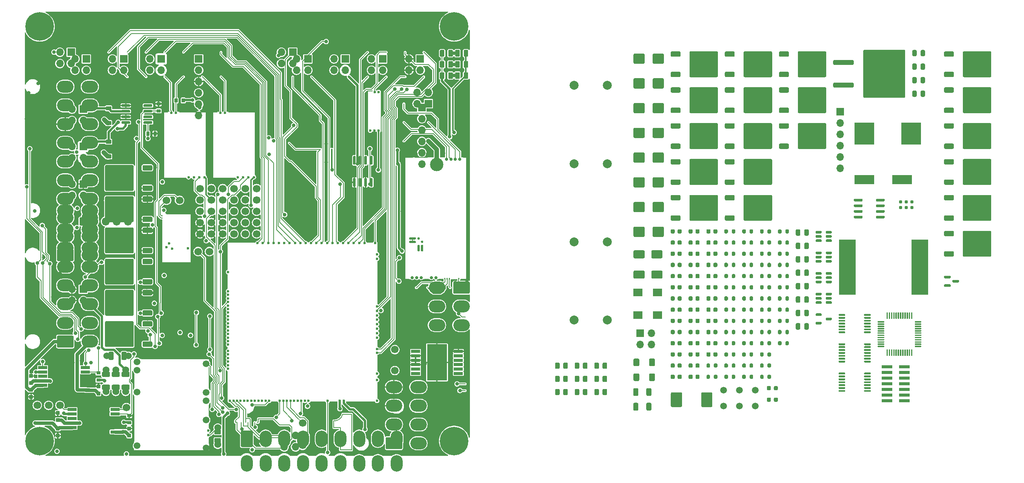
<source format=gtl>
G04 #@! TF.GenerationSoftware,KiCad,Pcbnew,8.0.9-8.0.9-0~ubuntu24.04.1*
G04 #@! TF.CreationDate,2025-12-27T20:23:21+00:00*
G04 #@! TF.ProjectId,uaefi,75616566-692e-46b6-9963-61645f706362,E*
G04 #@! TF.SameCoordinates,Original*
G04 #@! TF.FileFunction,Copper,L1,Top*
G04 #@! TF.FilePolarity,Positive*
%FSLAX46Y46*%
G04 Gerber Fmt 4.6, Leading zero omitted, Abs format (unit mm)*
G04 Created by KiCad (PCBNEW 8.0.9-8.0.9-0~ubuntu24.04.1) date 2025-12-27 20:23:21*
%MOMM*%
%LPD*%
G01*
G04 APERTURE LIST*
G04 #@! TA.AperFunction,EtchedComponent*
%ADD10C,0.200000*%
G04 #@! TD*
G04 #@! TA.AperFunction,SMDPad,CuDef*
%ADD11R,3.825000X12.320000*%
G04 #@! TD*
G04 #@! TA.AperFunction,ComponentPad*
%ADD12O,1.700000X1.850000*%
G04 #@! TD*
G04 #@! TA.AperFunction,ComponentPad*
%ADD13R,1.700000X1.700000*%
G04 #@! TD*
G04 #@! TA.AperFunction,ComponentPad*
%ADD14O,1.700000X1.700000*%
G04 #@! TD*
G04 #@! TA.AperFunction,ComponentPad*
%ADD15C,1.700000*%
G04 #@! TD*
G04 #@! TA.AperFunction,ComponentPad*
%ADD16C,0.700000*%
G04 #@! TD*
G04 #@! TA.AperFunction,SMDPad,CuDef*
%ADD17C,3.000000*%
G04 #@! TD*
G04 #@! TA.AperFunction,SMDPad,CuDef*
%ADD18R,3.000000X0.250000*%
G04 #@! TD*
G04 #@! TA.AperFunction,SMDPad,CuDef*
%ADD19R,1.100000X0.250000*%
G04 #@! TD*
G04 #@! TA.AperFunction,SMDPad,CuDef*
%ADD20R,0.980000X0.250000*%
G04 #@! TD*
G04 #@! TA.AperFunction,SMDPad,CuDef*
%ADD21R,1.450000X0.250000*%
G04 #@! TD*
G04 #@! TA.AperFunction,SMDPad,CuDef*
%ADD22R,0.250000X27.600000*%
G04 #@! TD*
G04 #@! TA.AperFunction,SMDPad,CuDef*
%ADD23R,1.950000X0.250000*%
G04 #@! TD*
G04 #@! TA.AperFunction,SMDPad,CuDef*
%ADD24R,0.950000X0.250000*%
G04 #@! TD*
G04 #@! TA.AperFunction,ComponentPad*
%ADD25C,2.000000*%
G04 #@! TD*
G04 #@! TA.AperFunction,ComponentPad*
%ADD26C,0.800000*%
G04 #@! TD*
G04 #@! TA.AperFunction,ComponentPad*
%ADD27C,6.400000*%
G04 #@! TD*
G04 #@! TA.AperFunction,ComponentPad*
%ADD28C,1.524000*%
G04 #@! TD*
G04 #@! TA.AperFunction,ComponentPad*
%ADD29O,3.700000X2.700000*%
G04 #@! TD*
G04 #@! TA.AperFunction,ComponentPad*
%ADD30C,0.600000*%
G04 #@! TD*
G04 #@! TA.AperFunction,SMDPad,CuDef*
%ADD31R,6.185000X0.250000*%
G04 #@! TD*
G04 #@! TA.AperFunction,SMDPad,CuDef*
%ADD32R,1.115000X0.250000*%
G04 #@! TD*
G04 #@! TA.AperFunction,SMDPad,CuDef*
%ADD33R,0.250000X14.275000*%
G04 #@! TD*
G04 #@! TA.AperFunction,SMDPad,CuDef*
%ADD34R,0.250000X15.100000*%
G04 #@! TD*
G04 #@! TA.AperFunction,SMDPad,CuDef*
%ADD35R,5.175000X0.250000*%
G04 #@! TD*
G04 #@! TA.AperFunction,SMDPad,CuDef*
%ADD36O,1.225000X0.200000*%
G04 #@! TD*
G04 #@! TA.AperFunction,SMDPad,CuDef*
%ADD37O,0.200000X9.300000*%
G04 #@! TD*
G04 #@! TA.AperFunction,SMDPad,CuDef*
%ADD38C,1.500000*%
G04 #@! TD*
G04 #@! TA.AperFunction,ComponentPad*
%ADD39C,1.500000*%
G04 #@! TD*
G04 #@! TA.AperFunction,SMDPad,CuDef*
%ADD40O,0.200000X3.300000*%
G04 #@! TD*
G04 #@! TA.AperFunction,SMDPad,CuDef*
%ADD41O,0.200000X10.200000*%
G04 #@! TD*
G04 #@! TA.AperFunction,SMDPad,CuDef*
%ADD42O,0.200000X0.300000*%
G04 #@! TD*
G04 #@! TA.AperFunction,SMDPad,CuDef*
%ADD43O,17.000000X0.200000*%
G04 #@! TD*
G04 #@! TA.AperFunction,SMDPad,CuDef*
%ADD44O,15.400000X0.200000*%
G04 #@! TD*
G04 #@! TA.AperFunction,SMDPad,CuDef*
%ADD45O,0.200000X4.800000*%
G04 #@! TD*
G04 #@! TA.AperFunction,SMDPad,CuDef*
%ADD46O,0.200000X2.600000*%
G04 #@! TD*
G04 #@! TA.AperFunction,SMDPad,CuDef*
%ADD47O,0.200000X1.000000*%
G04 #@! TD*
G04 #@! TA.AperFunction,SMDPad,CuDef*
%ADD48O,0.200000X1.500000*%
G04 #@! TD*
G04 #@! TA.AperFunction,SMDPad,CuDef*
%ADD49O,5.669999X0.200000*%
G04 #@! TD*
G04 #@! TA.AperFunction,SMDPad,CuDef*
%ADD50O,0.200000X11.100001*%
G04 #@! TD*
G04 #@! TA.AperFunction,SMDPad,CuDef*
%ADD51O,0.399999X9.800001*%
G04 #@! TD*
G04 #@! TA.AperFunction,SMDPad,CuDef*
%ADD52O,0.250000X0.499999*%
G04 #@! TD*
G04 #@! TA.AperFunction,SMDPad,CuDef*
%ADD53O,6.799999X0.200000*%
G04 #@! TD*
G04 #@! TA.AperFunction,SMDPad,CuDef*
%ADD54O,0.499999X0.250000*%
G04 #@! TD*
G04 #@! TA.AperFunction,ComponentPad*
%ADD55C,0.599999*%
G04 #@! TD*
G04 #@! TA.AperFunction,SMDPad,CuDef*
%ADD56R,2.000000X0.650000*%
G04 #@! TD*
G04 #@! TA.AperFunction,SMDPad,CuDef*
%ADD57R,4.500000X8.100000*%
G04 #@! TD*
G04 #@! TA.AperFunction,SMDPad,CuDef*
%ADD58R,4.500000X2.000000*%
G04 #@! TD*
G04 #@! TA.AperFunction,SMDPad,CuDef*
%ADD59R,4.500000X5.000000*%
G04 #@! TD*
G04 #@! TA.AperFunction,SMDPad,CuDef*
%ADD60R,2.000000X1.800000*%
G04 #@! TD*
G04 #@! TA.AperFunction,SMDPad,CuDef*
%ADD61R,0.200000X3.700000*%
G04 #@! TD*
G04 #@! TA.AperFunction,SMDPad,CuDef*
%ADD62R,0.200000X0.400000*%
G04 #@! TD*
G04 #@! TA.AperFunction,SMDPad,CuDef*
%ADD63R,0.200000X1.600000*%
G04 #@! TD*
G04 #@! TA.AperFunction,SMDPad,CuDef*
%ADD64R,0.200000X9.700000*%
G04 #@! TD*
G04 #@! TA.AperFunction,SMDPad,CuDef*
%ADD65R,0.200000X2.300000*%
G04 #@! TD*
G04 #@! TA.AperFunction,SMDPad,CuDef*
%ADD66R,1.400000X0.200000*%
G04 #@! TD*
G04 #@! TA.AperFunction,SMDPad,CuDef*
%ADD67R,6.400000X0.200000*%
G04 #@! TD*
G04 #@! TA.AperFunction,SMDPad,CuDef*
%ADD68R,1.700000X0.200000*%
G04 #@! TD*
G04 #@! TA.AperFunction,SMDPad,CuDef*
%ADD69R,3.300000X0.200000*%
G04 #@! TD*
G04 #@! TA.AperFunction,SMDPad,CuDef*
%ADD70R,0.200000X7.000000*%
G04 #@! TD*
G04 #@! TA.AperFunction,SMDPad,CuDef*
%ADD71R,0.200000X3.300000*%
G04 #@! TD*
G04 #@! TA.AperFunction,SMDPad,CuDef*
%ADD72R,0.200000X6.300000*%
G04 #@! TD*
G04 #@! TA.AperFunction,ConnectorPad*
%ADD73C,0.787400*%
G04 #@! TD*
G04 #@! TA.AperFunction,ComponentPad*
%ADD74O,2.700000X3.700000*%
G04 #@! TD*
G04 #@! TA.AperFunction,SMDPad,CuDef*
%ADD75R,2.400000X0.740000*%
G04 #@! TD*
G04 #@! TA.AperFunction,ViaPad*
%ADD76C,0.800000*%
G04 #@! TD*
G04 #@! TA.AperFunction,ViaPad*
%ADD77C,3.300000*%
G04 #@! TD*
G04 #@! TA.AperFunction,Conductor*
%ADD78C,0.200000*%
G04 #@! TD*
G04 #@! TA.AperFunction,Conductor*
%ADD79C,0.800000*%
G04 #@! TD*
G04 #@! TA.AperFunction,Conductor*
%ADD80C,0.300000*%
G04 #@! TD*
G04 #@! TA.AperFunction,Conductor*
%ADD81C,1.000000*%
G04 #@! TD*
G04 #@! TA.AperFunction,Conductor*
%ADD82C,0.500000*%
G04 #@! TD*
G04 #@! TA.AperFunction,Conductor*
%ADD83C,0.150000*%
G04 #@! TD*
G04 APERTURE END LIST*
D10*
G04 #@! TO.C,G2*
X69500000Y6500000D02*
X69500000Y8000000D01*
X69500000Y6500000D02*
X71000000Y6500000D01*
X71000000Y6500000D02*
X71000000Y1500000D01*
X71000000Y1500000D02*
X73500000Y1500000D01*
X73500000Y9500000D02*
X71500000Y9500000D01*
X73500000Y1500000D02*
X73500000Y9500000D01*
X71500000Y9500000D02*
G75*
G02*
X69500000Y8000000I-1921601J478801D01*
G01*
G04 #@! TD*
G04 #@! TO.P,R121,1*
G04 #@! TO.N,GND*
G04 #@! TA.AperFunction,SMDPad,CuDef*
G36*
G01*
X161125000Y25155000D02*
X161125000Y25705000D01*
G75*
G02*
X161325000Y25905000I200000J0D01*
G01*
X161725000Y25905000D01*
G75*
G02*
X161925000Y25705000I0J-200000D01*
G01*
X161925000Y25155000D01*
G75*
G02*
X161725000Y24955000I-200000J0D01*
G01*
X161325000Y24955000D01*
G75*
G02*
X161125000Y25155000I0J200000D01*
G01*
G37*
G04 #@! TD.AperFunction*
G04 #@! TO.P,R121,2*
G04 #@! TO.N,/gdi4/A0*
G04 #@! TA.AperFunction,SMDPad,CuDef*
G36*
G01*
X162775000Y25155000D02*
X162775000Y25705000D01*
G75*
G02*
X162975000Y25905000I200000J0D01*
G01*
X163375000Y25905000D01*
G75*
G02*
X163575000Y25705000I0J-200000D01*
G01*
X163575000Y25155000D01*
G75*
G02*
X163375000Y24955000I-200000J0D01*
G01*
X162975000Y24955000D01*
G75*
G02*
X162775000Y25155000I0J200000D01*
G01*
G37*
G04 #@! TD.AperFunction*
G04 #@! TD*
G04 #@! TO.P,C98,1*
G04 #@! TO.N,Net-(U19-B_HS2)*
G04 #@! TA.AperFunction,SMDPad,CuDef*
G36*
G01*
X153105000Y32710000D02*
X153105000Y33210000D01*
G75*
G02*
X153330000Y33435000I225000J0D01*
G01*
X153780000Y33435000D01*
G75*
G02*
X154005000Y33210000I0J-225000D01*
G01*
X154005000Y32710000D01*
G75*
G02*
X153780000Y32485000I-225000J0D01*
G01*
X153330000Y32485000D01*
G75*
G02*
X153105000Y32710000I0J225000D01*
G01*
G37*
G04 #@! TD.AperFunction*
G04 #@! TO.P,C98,2*
G04 #@! TO.N,/gdi4/H1*
G04 #@! TA.AperFunction,SMDPad,CuDef*
G36*
G01*
X154655000Y32710000D02*
X154655000Y33210000D01*
G75*
G02*
X154880000Y33435000I225000J0D01*
G01*
X155330000Y33435000D01*
G75*
G02*
X155555000Y33210000I0J-225000D01*
G01*
X155555000Y32710000D01*
G75*
G02*
X155330000Y32485000I-225000J0D01*
G01*
X154880000Y32485000D01*
G75*
G02*
X154655000Y32710000I0J225000D01*
G01*
G37*
G04 #@! TD.AperFunction*
G04 #@! TD*
G04 #@! TO.P,R163,1*
G04 #@! TO.N,Net-(C126-Pad2)*
G04 #@! TA.AperFunction,SMDPad,CuDef*
G36*
G01*
X169145000Y27665000D02*
X169145000Y28215000D01*
G75*
G02*
X169345000Y28415000I200000J0D01*
G01*
X169745000Y28415000D01*
G75*
G02*
X169945000Y28215000I0J-200000D01*
G01*
X169945000Y27665000D01*
G75*
G02*
X169745000Y27465000I-200000J0D01*
G01*
X169345000Y27465000D01*
G75*
G02*
X169145000Y27665000I0J200000D01*
G01*
G37*
G04 #@! TD.AperFunction*
G04 #@! TO.P,R163,2*
G04 #@! TO.N,Vdrive*
G04 #@! TA.AperFunction,SMDPad,CuDef*
G36*
G01*
X170795000Y27665000D02*
X170795000Y28215000D01*
G75*
G02*
X170995000Y28415000I200000J0D01*
G01*
X171395000Y28415000D01*
G75*
G02*
X171595000Y28215000I0J-200000D01*
G01*
X171595000Y27665000D01*
G75*
G02*
X171395000Y27465000I-200000J0D01*
G01*
X170995000Y27465000D01*
G75*
G02*
X170795000Y27665000I0J200000D01*
G01*
G37*
G04 #@! TD.AperFunction*
G04 #@! TD*
G04 #@! TO.P,R40,1*
G04 #@! TO.N,/IN_BUTTON3*
G04 #@! TA.AperFunction,SMDPad,CuDef*
G36*
G01*
X96749999Y84875000D02*
X96749999Y86125000D01*
G75*
G02*
X96849999Y86225000I100000J0D01*
G01*
X97649999Y86225000D01*
G75*
G02*
X97749999Y86125000I0J-100000D01*
G01*
X97749999Y84875000D01*
G75*
G02*
X97649999Y84775000I-100000J0D01*
G01*
X96849999Y84775000D01*
G75*
G02*
X96749999Y84875000I0J100000D01*
G01*
G37*
G04 #@! TD.AperFunction*
G04 #@! TO.P,R40,2*
G04 #@! TO.N,+5VA*
G04 #@! TA.AperFunction,SMDPad,CuDef*
G36*
G01*
X98650021Y84875000D02*
X98650021Y86125000D01*
G75*
G02*
X98750021Y86225000I100000J0D01*
G01*
X99550021Y86225000D01*
G75*
G02*
X99650021Y86125000I0J-100000D01*
G01*
X99650021Y84875000D01*
G75*
G02*
X99550021Y84775000I-100000J0D01*
G01*
X98750021Y84775000D01*
G75*
G02*
X98650021Y84875000I0J100000D01*
G01*
G37*
G04 #@! TD.AperFunction*
G04 #@! TD*
G04 #@! TO.P,C100,1*
G04 #@! TO.N,Net-(U19-B_HS3)*
G04 #@! TA.AperFunction,SMDPad,CuDef*
G36*
G01*
X153105000Y30200000D02*
X153105000Y30700000D01*
G75*
G02*
X153330000Y30925000I225000J0D01*
G01*
X153780000Y30925000D01*
G75*
G02*
X154005000Y30700000I0J-225000D01*
G01*
X154005000Y30200000D01*
G75*
G02*
X153780000Y29975000I-225000J0D01*
G01*
X153330000Y29975000D01*
G75*
G02*
X153105000Y30200000I0J225000D01*
G01*
G37*
G04 #@! TD.AperFunction*
G04 #@! TO.P,C100,2*
G04 #@! TO.N,Net-(Q14-S)*
G04 #@! TA.AperFunction,SMDPad,CuDef*
G36*
G01*
X154655000Y30200000D02*
X154655000Y30700000D01*
G75*
G02*
X154880000Y30925000I225000J0D01*
G01*
X155330000Y30925000D01*
G75*
G02*
X155555000Y30700000I0J-225000D01*
G01*
X155555000Y30200000D01*
G75*
G02*
X155330000Y29975000I-225000J0D01*
G01*
X154880000Y29975000D01*
G75*
G02*
X154655000Y30200000I0J225000D01*
G01*
G37*
G04 #@! TD.AperFunction*
G04 #@! TD*
G04 #@! TO.P,C94,1*
G04 #@! TO.N,/gdi4/VSENSE1*
G04 #@! TA.AperFunction,SMDPad,CuDef*
G36*
G01*
X153105000Y42750000D02*
X153105000Y43250000D01*
G75*
G02*
X153330000Y43475000I225000J0D01*
G01*
X153780000Y43475000D01*
G75*
G02*
X154005000Y43250000I0J-225000D01*
G01*
X154005000Y42750000D01*
G75*
G02*
X153780000Y42525000I-225000J0D01*
G01*
X153330000Y42525000D01*
G75*
G02*
X153105000Y42750000I0J225000D01*
G01*
G37*
G04 #@! TD.AperFunction*
G04 #@! TO.P,C94,2*
G04 #@! TO.N,Net-(Q19-G)*
G04 #@! TA.AperFunction,SMDPad,CuDef*
G36*
G01*
X154655000Y42750000D02*
X154655000Y43250000D01*
G75*
G02*
X154880000Y43475000I225000J0D01*
G01*
X155330000Y43475000D01*
G75*
G02*
X155555000Y43250000I0J-225000D01*
G01*
X155555000Y42750000D01*
G75*
G02*
X155330000Y42525000I-225000J0D01*
G01*
X154880000Y42525000D01*
G75*
G02*
X154655000Y42750000I0J225000D01*
G01*
G37*
G04 #@! TD.AperFunction*
G04 #@! TD*
G04 #@! TO.P,C62,1*
G04 #@! TO.N,GND*
G04 #@! TA.AperFunction,SMDPad,CuDef*
G36*
G01*
X149095000Y50280000D02*
X149095000Y50780000D01*
G75*
G02*
X149320000Y51005000I225000J0D01*
G01*
X149770000Y51005000D01*
G75*
G02*
X149995000Y50780000I0J-225000D01*
G01*
X149995000Y50280000D01*
G75*
G02*
X149770000Y50055000I-225000J0D01*
G01*
X149320000Y50055000D01*
G75*
G02*
X149095000Y50280000I0J225000D01*
G01*
G37*
G04 #@! TD.AperFunction*
G04 #@! TO.P,C62,2*
G04 #@! TO.N,Net-(C62-Pad2)*
G04 #@! TA.AperFunction,SMDPad,CuDef*
G36*
G01*
X150645000Y50280000D02*
X150645000Y50780000D01*
G75*
G02*
X150870000Y51005000I225000J0D01*
G01*
X151320000Y51005000D01*
G75*
G02*
X151545000Y50780000I0J-225000D01*
G01*
X151545000Y50280000D01*
G75*
G02*
X151320000Y50055000I-225000J0D01*
G01*
X150870000Y50055000D01*
G75*
G02*
X150645000Y50280000I0J225000D01*
G01*
G37*
G04 #@! TD.AperFunction*
G04 #@! TD*
G04 #@! TO.P,D29,1,K*
G04 #@! TO.N,Vdrive*
G04 #@! TA.AperFunction,SMDPad,CuDef*
G36*
G01*
X136735000Y49530000D02*
X136735000Y51330000D01*
G75*
G02*
X136985000Y51580000I250000J0D01*
G01*
X138985000Y51580000D01*
G75*
G02*
X139235000Y51330000I0J-250000D01*
G01*
X139235000Y49530000D01*
G75*
G02*
X138985000Y49280000I-250000J0D01*
G01*
X136985000Y49280000D01*
G75*
G02*
X136735000Y49530000I0J250000D01*
G01*
G37*
G04 #@! TD.AperFunction*
G04 #@! TO.P,D29,2,A*
G04 #@! TO.N,/gdi4/L6*
G04 #@! TA.AperFunction,SMDPad,CuDef*
G36*
G01*
X141035000Y49530000D02*
X141035000Y51330000D01*
G75*
G02*
X141285000Y51580000I250000J0D01*
G01*
X143285000Y51580000D01*
G75*
G02*
X143535000Y51330000I0J-250000D01*
G01*
X143535000Y49530000D01*
G75*
G02*
X143285000Y49280000I-250000J0D01*
G01*
X141285000Y49280000D01*
G75*
G02*
X141035000Y49530000I0J250000D01*
G01*
G37*
G04 #@! TD.AperFunction*
G04 #@! TD*
G04 #@! TO.P,R147,1*
G04 #@! TO.N,Net-(U19-G_LS5)*
G04 #@! TA.AperFunction,SMDPad,CuDef*
G36*
G01*
X169145000Y47745000D02*
X169145000Y48295000D01*
G75*
G02*
X169345000Y48495000I200000J0D01*
G01*
X169745000Y48495000D01*
G75*
G02*
X169945000Y48295000I0J-200000D01*
G01*
X169945000Y47745000D01*
G75*
G02*
X169745000Y47545000I-200000J0D01*
G01*
X169345000Y47545000D01*
G75*
G02*
X169145000Y47745000I0J200000D01*
G01*
G37*
G04 #@! TD.AperFunction*
G04 #@! TO.P,R147,2*
G04 #@! TO.N,Net-(Q19-G)*
G04 #@! TA.AperFunction,SMDPad,CuDef*
G36*
G01*
X170795000Y47745000D02*
X170795000Y48295000D01*
G75*
G02*
X170995000Y48495000I200000J0D01*
G01*
X171395000Y48495000D01*
G75*
G02*
X171595000Y48295000I0J-200000D01*
G01*
X171595000Y47745000D01*
G75*
G02*
X171395000Y47545000I-200000J0D01*
G01*
X170995000Y47545000D01*
G75*
G02*
X170795000Y47745000I0J200000D01*
G01*
G37*
G04 #@! TD.AperFunction*
G04 #@! TD*
G04 #@! TO.P,U7,1,IN1*
G04 #@! TO.N,/LS1*
G04 #@! TA.AperFunction,SMDPad,CuDef*
G36*
G01*
X28775000Y75110000D02*
X28775000Y74810000D01*
G75*
G02*
X28625000Y74660000I-150000J0D01*
G01*
X26975000Y74660000D01*
G75*
G02*
X26825000Y74810000I0J150000D01*
G01*
X26825000Y75110000D01*
G75*
G02*
X26975000Y75260000I150000J0D01*
G01*
X28625000Y75260000D01*
G75*
G02*
X28775000Y75110000I0J-150000D01*
G01*
G37*
G04 #@! TD.AperFunction*
G04 #@! TO.P,U7,2,STATUS1*
G04 #@! TO.N,unconnected-(U7-STATUS1-Pad2)*
G04 #@! TA.AperFunction,SMDPad,CuDef*
G36*
G01*
X28775000Y76380000D02*
X28775000Y76080000D01*
G75*
G02*
X28625000Y75930000I-150000J0D01*
G01*
X26975000Y75930000D01*
G75*
G02*
X26825000Y76080000I0J150000D01*
G01*
X26825000Y76380000D01*
G75*
G02*
X26975000Y76530000I150000J0D01*
G01*
X28625000Y76530000D01*
G75*
G02*
X28775000Y76380000I0J-150000D01*
G01*
G37*
G04 #@! TD.AperFunction*
G04 #@! TO.P,U7,3,IN2*
G04 #@! TO.N,/LS2*
G04 #@! TA.AperFunction,SMDPad,CuDef*
G36*
G01*
X28775000Y77650000D02*
X28775000Y77350000D01*
G75*
G02*
X28625000Y77200000I-150000J0D01*
G01*
X26975000Y77200000D01*
G75*
G02*
X26825000Y77350000I0J150000D01*
G01*
X26825000Y77650000D01*
G75*
G02*
X26975000Y77800000I150000J0D01*
G01*
X28625000Y77800000D01*
G75*
G02*
X28775000Y77650000I0J-150000D01*
G01*
G37*
G04 #@! TD.AperFunction*
G04 #@! TO.P,U7,4,STATUS2*
G04 #@! TO.N,unconnected-(U7-STATUS2-Pad4)*
G04 #@! TA.AperFunction,SMDPad,CuDef*
G36*
G01*
X28775000Y78920000D02*
X28775000Y78620000D01*
G75*
G02*
X28625000Y78470000I-150000J0D01*
G01*
X26975000Y78470000D01*
G75*
G02*
X26825000Y78620000I0J150000D01*
G01*
X26825000Y78920000D01*
G75*
G02*
X26975000Y79070000I150000J0D01*
G01*
X28625000Y79070000D01*
G75*
G02*
X28775000Y78920000I0J-150000D01*
G01*
G37*
G04 #@! TD.AperFunction*
G04 #@! TO.P,U7,5,S2*
G04 #@! TO.N,GND*
G04 #@! TA.AperFunction,SMDPad,CuDef*
G36*
G01*
X23825000Y78920000D02*
X23825000Y78620000D01*
G75*
G02*
X23675000Y78470000I-150000J0D01*
G01*
X22025000Y78470000D01*
G75*
G02*
X21875000Y78620000I0J150000D01*
G01*
X21875000Y78920000D01*
G75*
G02*
X22025000Y79070000I150000J0D01*
G01*
X23675000Y79070000D01*
G75*
G02*
X23825000Y78920000I0J-150000D01*
G01*
G37*
G04 #@! TD.AperFunction*
G04 #@! TO.P,U7,6,D2*
G04 #@! TO.N,/OUT_LS2*
G04 #@! TA.AperFunction,SMDPad,CuDef*
G36*
G01*
X23825000Y77650000D02*
X23825000Y77350000D01*
G75*
G02*
X23675000Y77200000I-150000J0D01*
G01*
X22025000Y77200000D01*
G75*
G02*
X21875000Y77350000I0J150000D01*
G01*
X21875000Y77650000D01*
G75*
G02*
X22025000Y77800000I150000J0D01*
G01*
X23675000Y77800000D01*
G75*
G02*
X23825000Y77650000I0J-150000D01*
G01*
G37*
G04 #@! TD.AperFunction*
G04 #@! TO.P,U7,7,S1*
G04 #@! TO.N,GND*
G04 #@! TA.AperFunction,SMDPad,CuDef*
G36*
G01*
X23825000Y76380000D02*
X23825000Y76080000D01*
G75*
G02*
X23675000Y75930000I-150000J0D01*
G01*
X22025000Y75930000D01*
G75*
G02*
X21875000Y76080000I0J150000D01*
G01*
X21875000Y76380000D01*
G75*
G02*
X22025000Y76530000I150000J0D01*
G01*
X23675000Y76530000D01*
G75*
G02*
X23825000Y76380000I0J-150000D01*
G01*
G37*
G04 #@! TD.AperFunction*
G04 #@! TO.P,U7,8,D1*
G04 #@! TO.N,/OUT_LS1*
G04 #@! TA.AperFunction,SMDPad,CuDef*
G36*
G01*
X23825000Y75110000D02*
X23825000Y74810000D01*
G75*
G02*
X23675000Y74660000I-150000J0D01*
G01*
X22025000Y74660000D01*
G75*
G02*
X21875000Y74810000I0J150000D01*
G01*
X21875000Y75110000D01*
G75*
G02*
X22025000Y75260000I150000J0D01*
G01*
X23675000Y75260000D01*
G75*
G02*
X23825000Y75110000I0J-150000D01*
G01*
G37*
G04 #@! TD.AperFunction*
G04 #@! TD*
G04 #@! TO.P,Q4,1,G*
G04 #@! TO.N,Net-(Q4-G)*
G04 #@! TA.AperFunction,SMDPad,CuDef*
G36*
G01*
X206400000Y65790000D02*
X206400000Y66490000D01*
G75*
G02*
X206650000Y66740000I250000J0D01*
G01*
X208350000Y66740000D01*
G75*
G02*
X208600000Y66490000I0J-250000D01*
G01*
X208600000Y65790000D01*
G75*
G02*
X208350000Y65540000I-250000J0D01*
G01*
X206650000Y65540000D01*
G75*
G02*
X206400000Y65790000I0J250000D01*
G01*
G37*
G04 #@! TD.AperFunction*
G04 #@! TO.P,Q4,2,C*
G04 #@! TO.N,/OUT_IGN4*
G04 #@! TA.AperFunction,SMDPad,CuDef*
G36*
G01*
X210600000Y64260000D02*
X210600000Y66510000D01*
G75*
G02*
X210850000Y66760000I250000J0D01*
G01*
X213400000Y66760000D01*
G75*
G02*
X213650000Y66510000I0J-250000D01*
G01*
X213650000Y64260000D01*
G75*
G02*
X213400000Y64010000I-250000J0D01*
G01*
X210850000Y64010000D01*
G75*
G02*
X210600000Y64260000I0J250000D01*
G01*
G37*
G04 #@! TD.AperFunction*
G04 #@! TA.AperFunction,SMDPad,CuDef*
G36*
G01*
X210600000Y61210000D02*
X210600000Y63460000D01*
G75*
G02*
X210850000Y63710000I250000J0D01*
G01*
X213400000Y63710000D01*
G75*
G02*
X213650000Y63460000I0J-250000D01*
G01*
X213650000Y61210000D01*
G75*
G02*
X213400000Y60960000I-250000J0D01*
G01*
X210850000Y60960000D01*
G75*
G02*
X210600000Y61210000I0J250000D01*
G01*
G37*
G04 #@! TD.AperFunction*
G04 #@! TA.AperFunction,SMDPad,CuDef*
G36*
G01*
X210600000Y61209997D02*
X210600000Y66510003D01*
G75*
G02*
X210849997Y66760000I249997J0D01*
G01*
X216750003Y66760000D01*
G75*
G02*
X217000000Y66510003I0J-249997D01*
G01*
X217000000Y61209997D01*
G75*
G02*
X216750003Y60960000I-249997J0D01*
G01*
X210849997Y60960000D01*
G75*
G02*
X210600000Y61209997I0J249997D01*
G01*
G37*
G04 #@! TD.AperFunction*
G04 #@! TA.AperFunction,SMDPad,CuDef*
G36*
G01*
X213950000Y64260000D02*
X213950000Y66510000D01*
G75*
G02*
X214200000Y66760000I250000J0D01*
G01*
X216750000Y66760000D01*
G75*
G02*
X217000000Y66510000I0J-250000D01*
G01*
X217000000Y64260000D01*
G75*
G02*
X216750000Y64010000I-250000J0D01*
G01*
X214200000Y64010000D01*
G75*
G02*
X213950000Y64260000I0J250000D01*
G01*
G37*
G04 #@! TD.AperFunction*
G04 #@! TA.AperFunction,SMDPad,CuDef*
G36*
G01*
X213950000Y61210000D02*
X213950000Y63460000D01*
G75*
G02*
X214200000Y63710000I250000J0D01*
G01*
X216750000Y63710000D01*
G75*
G02*
X217000000Y63460000I0J-250000D01*
G01*
X217000000Y61210000D01*
G75*
G02*
X216750000Y60960000I-250000J0D01*
G01*
X214200000Y60960000D01*
G75*
G02*
X213950000Y61210000I0J250000D01*
G01*
G37*
G04 #@! TD.AperFunction*
G04 #@! TO.P,Q4,3,E*
G04 #@! TO.N,GND*
G04 #@! TA.AperFunction,SMDPad,CuDef*
G36*
G01*
X206400000Y61230000D02*
X206400000Y61930000D01*
G75*
G02*
X206650000Y62180000I250000J0D01*
G01*
X208350000Y62180000D01*
G75*
G02*
X208600000Y61930000I0J-250000D01*
G01*
X208600000Y61230000D01*
G75*
G02*
X208350000Y60980000I-250000J0D01*
G01*
X206650000Y60980000D01*
G75*
G02*
X206400000Y61230000I0J250000D01*
G01*
G37*
G04 #@! TD.AperFunction*
G04 #@! TD*
D11*
G04 #@! TO.P,L4,1,1*
G04 #@! TO.N,/gdi4/+Batt_filtered*
X184677500Y42460000D03*
G04 #@! TO.P,L4,2,2*
G04 #@! TO.N,/gdi4/Vdrive_coil*
X200922500Y42460000D03*
G04 #@! TD*
G04 #@! TO.P,C24,1*
G04 #@! TO.N,GND*
G04 #@! TA.AperFunction,SMDPad,CuDef*
G36*
G01*
X7260000Y10215001D02*
X7940000Y10215001D01*
G75*
G02*
X8025000Y10130001I0J-85000D01*
G01*
X8025000Y9450001D01*
G75*
G02*
X7940000Y9365001I-85000J0D01*
G01*
X7260000Y9365001D01*
G75*
G02*
X7175000Y9450001I0J85000D01*
G01*
X7175000Y10130001D01*
G75*
G02*
X7260000Y10215001I85000J0D01*
G01*
G37*
G04 #@! TD.AperFunction*
G04 #@! TO.P,C24,2*
G04 #@! TO.N,/DC Driver 2/PWR*
G04 #@! TA.AperFunction,SMDPad,CuDef*
G36*
G01*
X7260000Y8634999D02*
X7940000Y8634999D01*
G75*
G02*
X8025000Y8549999I0J-85000D01*
G01*
X8025000Y7869999D01*
G75*
G02*
X7940000Y7784999I-85000J0D01*
G01*
X7260000Y7784999D01*
G75*
G02*
X7175000Y7869999I0J85000D01*
G01*
X7175000Y8549999D01*
G75*
G02*
X7260000Y8634999I85000J0D01*
G01*
G37*
G04 #@! TD.AperFunction*
G04 #@! TD*
G04 #@! TO.P,R76,1*
G04 #@! TO.N,/gdi4/IN_A0*
G04 #@! TA.AperFunction,SMDPad,CuDef*
G36*
G01*
X157115000Y47745000D02*
X157115000Y48295000D01*
G75*
G02*
X157315000Y48495000I200000J0D01*
G01*
X157715000Y48495000D01*
G75*
G02*
X157915000Y48295000I0J-200000D01*
G01*
X157915000Y47745000D01*
G75*
G02*
X157715000Y47545000I-200000J0D01*
G01*
X157315000Y47545000D01*
G75*
G02*
X157115000Y47745000I0J200000D01*
G01*
G37*
G04 #@! TD.AperFunction*
G04 #@! TO.P,R76,2*
G04 #@! TO.N,GND*
G04 #@! TA.AperFunction,SMDPad,CuDef*
G36*
G01*
X158765000Y47745000D02*
X158765000Y48295000D01*
G75*
G02*
X158965000Y48495000I200000J0D01*
G01*
X159365000Y48495000D01*
G75*
G02*
X159565000Y48295000I0J-200000D01*
G01*
X159565000Y47745000D01*
G75*
G02*
X159365000Y47545000I-200000J0D01*
G01*
X158965000Y47545000D01*
G75*
G02*
X158765000Y47745000I0J200000D01*
G01*
G37*
G04 #@! TD.AperFunction*
G04 #@! TD*
G04 #@! TO.P,D19,1,K*
G04 #@! TO.N,+BATT*
G04 #@! TA.AperFunction,SMDPad,CuDef*
G36*
G01*
X136735000Y40180000D02*
X136735000Y41480000D01*
G75*
G02*
X136985000Y41730000I250000J0D01*
G01*
X138985000Y41730000D01*
G75*
G02*
X139235000Y41480000I0J-250000D01*
G01*
X139235000Y40180000D01*
G75*
G02*
X138985000Y39930000I-250000J0D01*
G01*
X136985000Y39930000D01*
G75*
G02*
X136735000Y40180000I0J250000D01*
G01*
G37*
G04 #@! TD.AperFunction*
G04 #@! TO.P,D19,2,A*
G04 #@! TO.N,/gdi4/OUT_LS2*
G04 #@! TA.AperFunction,SMDPad,CuDef*
G36*
G01*
X140735000Y40180000D02*
X140735000Y41480000D01*
G75*
G02*
X140985000Y41730000I250000J0D01*
G01*
X142985000Y41730000D01*
G75*
G02*
X143235000Y41480000I0J-250000D01*
G01*
X143235000Y40180000D01*
G75*
G02*
X142985000Y39930000I-250000J0D01*
G01*
X140985000Y39930000D01*
G75*
G02*
X140735000Y40180000I0J250000D01*
G01*
G37*
G04 #@! TD.AperFunction*
G04 #@! TD*
G04 #@! TO.P,C49,1*
G04 #@! TO.N,GND*
G04 #@! TA.AperFunction,SMDPad,CuDef*
G36*
G01*
X145085000Y30200000D02*
X145085000Y30700000D01*
G75*
G02*
X145310000Y30925000I225000J0D01*
G01*
X145760000Y30925000D01*
G75*
G02*
X145985000Y30700000I0J-225000D01*
G01*
X145985000Y30200000D01*
G75*
G02*
X145760000Y29975000I-225000J0D01*
G01*
X145310000Y29975000D01*
G75*
G02*
X145085000Y30200000I0J225000D01*
G01*
G37*
G04 #@! TD.AperFunction*
G04 #@! TO.P,C49,2*
G04 #@! TO.N,/gdi4/IN_INJ4*
G04 #@! TA.AperFunction,SMDPad,CuDef*
G36*
G01*
X146635000Y30200000D02*
X146635000Y30700000D01*
G75*
G02*
X146860000Y30925000I225000J0D01*
G01*
X147310000Y30925000D01*
G75*
G02*
X147535000Y30700000I0J-225000D01*
G01*
X147535000Y30200000D01*
G75*
G02*
X147310000Y29975000I-225000J0D01*
G01*
X146860000Y29975000D01*
G75*
G02*
X146635000Y30200000I0J225000D01*
G01*
G37*
G04 #@! TD.AperFunction*
G04 #@! TD*
G04 #@! TO.P,C129,1*
G04 #@! TO.N,Vdrive*
G04 #@! TA.AperFunction,SMDPad,CuDef*
G36*
G01*
X173150000Y28735000D02*
X173150000Y29685000D01*
G75*
G02*
X173400000Y29935000I250000J0D01*
G01*
X173900000Y29935000D01*
G75*
G02*
X174150000Y29685000I0J-250000D01*
G01*
X174150000Y28735000D01*
G75*
G02*
X173900000Y28485000I-250000J0D01*
G01*
X173400000Y28485000D01*
G75*
G02*
X173150000Y28735000I0J250000D01*
G01*
G37*
G04 #@! TD.AperFunction*
G04 #@! TO.P,C129,2*
G04 #@! TO.N,/gdi4/Vdrive_shunt*
G04 #@! TA.AperFunction,SMDPad,CuDef*
G36*
G01*
X175050000Y28735000D02*
X175050000Y29685000D01*
G75*
G02*
X175300000Y29935000I250000J0D01*
G01*
X175800000Y29935000D01*
G75*
G02*
X176050000Y29685000I0J-250000D01*
G01*
X176050000Y28735000D01*
G75*
G02*
X175800000Y28485000I-250000J0D01*
G01*
X175300000Y28485000D01*
G75*
G02*
X175050000Y28735000I0J250000D01*
G01*
G37*
G04 #@! TD.AperFunction*
G04 #@! TD*
G04 #@! TO.P,R39,1*
G04 #@! TO.N,/IN_BUTTON2*
G04 #@! TA.AperFunction,SMDPad,CuDef*
G36*
G01*
X96749999Y87375000D02*
X96749999Y88625000D01*
G75*
G02*
X96849999Y88725000I100000J0D01*
G01*
X97649999Y88725000D01*
G75*
G02*
X97749999Y88625000I0J-100000D01*
G01*
X97749999Y87375000D01*
G75*
G02*
X97649999Y87275000I-100000J0D01*
G01*
X96849999Y87275000D01*
G75*
G02*
X96749999Y87375000I0J100000D01*
G01*
G37*
G04 #@! TD.AperFunction*
G04 #@! TO.P,R39,2*
G04 #@! TO.N,+5VA*
G04 #@! TA.AperFunction,SMDPad,CuDef*
G36*
G01*
X98650021Y87375000D02*
X98650021Y88625000D01*
G75*
G02*
X98750021Y88725000I100000J0D01*
G01*
X99550021Y88725000D01*
G75*
G02*
X99650021Y88625000I0J-100000D01*
G01*
X99650021Y87375000D01*
G75*
G02*
X99550021Y87275000I-100000J0D01*
G01*
X98750021Y87275000D01*
G75*
G02*
X98650021Y87375000I0J100000D01*
G01*
G37*
G04 #@! TD.AperFunction*
G04 #@! TD*
G04 #@! TO.P,R118,1*
G04 #@! TO.N,/gdi4/A1*
G04 #@! TA.AperFunction,SMDPad,CuDef*
G36*
G01*
X161125000Y32685000D02*
X161125000Y33235000D01*
G75*
G02*
X161325000Y33435000I200000J0D01*
G01*
X161725000Y33435000D01*
G75*
G02*
X161925000Y33235000I0J-200000D01*
G01*
X161925000Y32685000D01*
G75*
G02*
X161725000Y32485000I-200000J0D01*
G01*
X161325000Y32485000D01*
G75*
G02*
X161125000Y32685000I0J200000D01*
G01*
G37*
G04 #@! TD.AperFunction*
G04 #@! TO.P,R118,2*
G04 #@! TO.N,Net-(U15C--)*
G04 #@! TA.AperFunction,SMDPad,CuDef*
G36*
G01*
X162775000Y32685000D02*
X162775000Y33235000D01*
G75*
G02*
X162975000Y33435000I200000J0D01*
G01*
X163375000Y33435000D01*
G75*
G02*
X163575000Y33235000I0J-200000D01*
G01*
X163575000Y32685000D01*
G75*
G02*
X163375000Y32485000I-200000J0D01*
G01*
X162975000Y32485000D01*
G75*
G02*
X162775000Y32685000I0J200000D01*
G01*
G37*
G04 #@! TD.AperFunction*
G04 #@! TD*
G04 #@! TO.P,Q10,1,G*
G04 #@! TO.N,Net-(Q10-G)*
G04 #@! TA.AperFunction,SMDPad,CuDef*
G36*
G01*
X28800000Y39570000D02*
X28800000Y38870000D01*
G75*
G02*
X28550000Y38620000I-250000J0D01*
G01*
X26850000Y38620000D01*
G75*
G02*
X26600000Y38870000I0J250000D01*
G01*
X26600000Y39570000D01*
G75*
G02*
X26850000Y39820000I250000J0D01*
G01*
X28550000Y39820000D01*
G75*
G02*
X28800000Y39570000I0J-250000D01*
G01*
G37*
G04 #@! TD.AperFunction*
G04 #@! TO.P,Q10,2,D*
G04 #@! TO.N,+BATT*
G04 #@! TA.AperFunction,SMDPad,CuDef*
G36*
G01*
X24600000Y41100000D02*
X24600000Y38850000D01*
G75*
G02*
X24350000Y38600000I-250000J0D01*
G01*
X21800000Y38600000D01*
G75*
G02*
X21550000Y38850000I0J250000D01*
G01*
X21550000Y41100000D01*
G75*
G02*
X21800000Y41350000I250000J0D01*
G01*
X24350000Y41350000D01*
G75*
G02*
X24600000Y41100000I0J-250000D01*
G01*
G37*
G04 #@! TD.AperFunction*
G04 #@! TA.AperFunction,SMDPad,CuDef*
G36*
G01*
X24600000Y44150000D02*
X24600000Y41900000D01*
G75*
G02*
X24350000Y41650000I-250000J0D01*
G01*
X21800000Y41650000D01*
G75*
G02*
X21550000Y41900000I0J250000D01*
G01*
X21550000Y44150000D01*
G75*
G02*
X21800000Y44400000I250000J0D01*
G01*
X24350000Y44400000D01*
G75*
G02*
X24600000Y44150000I0J-250000D01*
G01*
G37*
G04 #@! TD.AperFunction*
G04 #@! TA.AperFunction,SMDPad,CuDef*
G36*
G01*
X24600000Y44150003D02*
X24600000Y38849997D01*
G75*
G02*
X24350003Y38600000I-249997J0D01*
G01*
X18449997Y38600000D01*
G75*
G02*
X18200000Y38849997I0J249997D01*
G01*
X18200000Y44150003D01*
G75*
G02*
X18449997Y44400000I249997J0D01*
G01*
X24350003Y44400000D01*
G75*
G02*
X24600000Y44150003I0J-249997D01*
G01*
G37*
G04 #@! TD.AperFunction*
G04 #@! TA.AperFunction,SMDPad,CuDef*
G36*
G01*
X21250000Y41100000D02*
X21250000Y38850000D01*
G75*
G02*
X21000000Y38600000I-250000J0D01*
G01*
X18450000Y38600000D01*
G75*
G02*
X18200000Y38850000I0J250000D01*
G01*
X18200000Y41100000D01*
G75*
G02*
X18450000Y41350000I250000J0D01*
G01*
X21000000Y41350000D01*
G75*
G02*
X21250000Y41100000I0J-250000D01*
G01*
G37*
G04 #@! TD.AperFunction*
G04 #@! TA.AperFunction,SMDPad,CuDef*
G36*
G01*
X21250000Y44150000D02*
X21250000Y41900000D01*
G75*
G02*
X21000000Y41650000I-250000J0D01*
G01*
X18450000Y41650000D01*
G75*
G02*
X18200000Y41900000I0J250000D01*
G01*
X18200000Y44150000D01*
G75*
G02*
X18450000Y44400000I250000J0D01*
G01*
X21000000Y44400000D01*
G75*
G02*
X21250000Y44150000I0J-250000D01*
G01*
G37*
G04 #@! TD.AperFunction*
G04 #@! TO.P,Q10,3,S*
G04 #@! TO.N,Net-(Q10-S)*
G04 #@! TA.AperFunction,SMDPad,CuDef*
G36*
G01*
X28800000Y44130000D02*
X28800000Y43430000D01*
G75*
G02*
X28550000Y43180000I-250000J0D01*
G01*
X26850000Y43180000D01*
G75*
G02*
X26600000Y43430000I0J250000D01*
G01*
X26600000Y44130000D01*
G75*
G02*
X26850000Y44380000I250000J0D01*
G01*
X28550000Y44380000D01*
G75*
G02*
X28800000Y44130000I0J-250000D01*
G01*
G37*
G04 #@! TD.AperFunction*
G04 #@! TD*
G04 #@! TO.P,J21,1,Pin_1*
G04 #@! TO.N,/VBUS*
G04 #@! TA.AperFunction,ComponentPad*
G36*
G01*
X12465000Y52075000D02*
X12465000Y53425000D01*
G75*
G02*
X12715000Y53675000I250000J0D01*
G01*
X13915000Y53675000D01*
G75*
G02*
X14165000Y53425000I0J-250000D01*
G01*
X14165000Y52075000D01*
G75*
G02*
X13915000Y51825000I-250000J0D01*
G01*
X12715000Y51825000D01*
G75*
G02*
X12465000Y52075000I0J250000D01*
G01*
G37*
G04 #@! TD.AperFunction*
D12*
G04 #@! TO.P,J21,2,Pin_2*
G04 #@! TO.N,/USB-*
X15815000Y52750000D03*
G04 #@! TO.P,J21,3,Pin_3*
G04 #@! TO.N,/USB+*
X18315000Y52750000D03*
G04 #@! TO.P,J21,4,Pin_4*
G04 #@! TO.N,GND*
X20815000Y52750000D03*
G04 #@! TO.P,J21,5,Pin_5*
X23315000Y52750000D03*
G04 #@! TD*
G04 #@! TO.P,R103,1*
G04 #@! TO.N,+3.3V*
G04 #@! TA.AperFunction,SMDPad,CuDef*
G36*
G01*
X161125000Y50255000D02*
X161125000Y50805000D01*
G75*
G02*
X161325000Y51005000I200000J0D01*
G01*
X161725000Y51005000D01*
G75*
G02*
X161925000Y50805000I0J-200000D01*
G01*
X161925000Y50255000D01*
G75*
G02*
X161725000Y50055000I-200000J0D01*
G01*
X161325000Y50055000D01*
G75*
G02*
X161125000Y50255000I0J200000D01*
G01*
G37*
G04 #@! TD.AperFunction*
G04 #@! TO.P,R103,2*
G04 #@! TO.N,/gdi4/IN_INJ1*
G04 #@! TA.AperFunction,SMDPad,CuDef*
G36*
G01*
X162775000Y50255000D02*
X162775000Y50805000D01*
G75*
G02*
X162975000Y51005000I200000J0D01*
G01*
X163375000Y51005000D01*
G75*
G02*
X163575000Y50805000I0J-200000D01*
G01*
X163575000Y50255000D01*
G75*
G02*
X163375000Y50055000I-200000J0D01*
G01*
X162975000Y50055000D01*
G75*
G02*
X162775000Y50255000I0J200000D01*
G01*
G37*
G04 #@! TD.AperFunction*
G04 #@! TD*
G04 #@! TO.P,Q15,1,G*
G04 #@! TO.N,Net-(Q15-G)*
G04 #@! TA.AperFunction,SMDPad,CuDef*
G36*
G01*
X145080000Y57735000D02*
X145080000Y58435000D01*
G75*
G02*
X145330000Y58685000I250000J0D01*
G01*
X147030000Y58685000D01*
G75*
G02*
X147280000Y58435000I0J-250000D01*
G01*
X147280000Y57735000D01*
G75*
G02*
X147030000Y57485000I-250000J0D01*
G01*
X145330000Y57485000D01*
G75*
G02*
X145080000Y57735000I0J250000D01*
G01*
G37*
G04 #@! TD.AperFunction*
G04 #@! TO.P,Q15,2,D*
G04 #@! TO.N,Vdrive*
G04 #@! TA.AperFunction,SMDPad,CuDef*
G36*
G01*
X149280000Y56205000D02*
X149280000Y58455000D01*
G75*
G02*
X149530000Y58705000I250000J0D01*
G01*
X152080000Y58705000D01*
G75*
G02*
X152330000Y58455000I0J-250000D01*
G01*
X152330000Y56205000D01*
G75*
G02*
X152080000Y55955000I-250000J0D01*
G01*
X149530000Y55955000D01*
G75*
G02*
X149280000Y56205000I0J250000D01*
G01*
G37*
G04 #@! TD.AperFunction*
G04 #@! TA.AperFunction,SMDPad,CuDef*
G36*
G01*
X149280000Y53155000D02*
X149280000Y55405000D01*
G75*
G02*
X149530000Y55655000I250000J0D01*
G01*
X152080000Y55655000D01*
G75*
G02*
X152330000Y55405000I0J-250000D01*
G01*
X152330000Y53155000D01*
G75*
G02*
X152080000Y52905000I-250000J0D01*
G01*
X149530000Y52905000D01*
G75*
G02*
X149280000Y53155000I0J250000D01*
G01*
G37*
G04 #@! TD.AperFunction*
G04 #@! TA.AperFunction,SMDPad,CuDef*
G36*
G01*
X149280000Y53154997D02*
X149280000Y58455003D01*
G75*
G02*
X149529997Y58705000I249997J0D01*
G01*
X155430003Y58705000D01*
G75*
G02*
X155680000Y58455003I0J-249997D01*
G01*
X155680000Y53154997D01*
G75*
G02*
X155430003Y52905000I-249997J0D01*
G01*
X149529997Y52905000D01*
G75*
G02*
X149280000Y53154997I0J249997D01*
G01*
G37*
G04 #@! TD.AperFunction*
G04 #@! TA.AperFunction,SMDPad,CuDef*
G36*
G01*
X152630000Y56205000D02*
X152630000Y58455000D01*
G75*
G02*
X152880000Y58705000I250000J0D01*
G01*
X155430000Y58705000D01*
G75*
G02*
X155680000Y58455000I0J-250000D01*
G01*
X155680000Y56205000D01*
G75*
G02*
X155430000Y55955000I-250000J0D01*
G01*
X152880000Y55955000D01*
G75*
G02*
X152630000Y56205000I0J250000D01*
G01*
G37*
G04 #@! TD.AperFunction*
G04 #@! TA.AperFunction,SMDPad,CuDef*
G36*
G01*
X152630000Y53155000D02*
X152630000Y55405000D01*
G75*
G02*
X152880000Y55655000I250000J0D01*
G01*
X155430000Y55655000D01*
G75*
G02*
X155680000Y55405000I0J-250000D01*
G01*
X155680000Y53155000D01*
G75*
G02*
X155430000Y52905000I-250000J0D01*
G01*
X152880000Y52905000D01*
G75*
G02*
X152630000Y53155000I0J250000D01*
G01*
G37*
G04 #@! TD.AperFunction*
G04 #@! TO.P,Q15,3,S*
G04 #@! TO.N,/gdi4/H3*
G04 #@! TA.AperFunction,SMDPad,CuDef*
G36*
G01*
X145080000Y53175000D02*
X145080000Y53875000D01*
G75*
G02*
X145330000Y54125000I250000J0D01*
G01*
X147030000Y54125000D01*
G75*
G02*
X147280000Y53875000I0J-250000D01*
G01*
X147280000Y53175000D01*
G75*
G02*
X147030000Y52925000I-250000J0D01*
G01*
X145330000Y52925000D01*
G75*
G02*
X145080000Y53175000I0J250000D01*
G01*
G37*
G04 #@! TD.AperFunction*
G04 #@! TD*
D13*
G04 #@! TO.P,J10,1,Pin_1*
G04 #@! TO.N,+5VP*
X60300000Y90725000D03*
D14*
G04 #@! TO.P,J10,2,Pin_2*
X57760000Y90725000D03*
G04 #@! TO.P,J10,3,Pin_3*
G04 #@! TO.N,GNDA*
X60300000Y88185000D03*
G04 #@! TO.P,J10,4,Pin_4*
X57760000Y88185000D03*
G04 #@! TD*
G04 #@! TO.P,U14,1,GND*
G04 #@! TO.N,GND*
G04 #@! TA.AperFunction,SMDPad,CuDef*
G36*
G01*
X177600000Y31685000D02*
X177600000Y31985000D01*
G75*
G02*
X177750000Y32135000I150000J0D01*
G01*
X178775000Y32135000D01*
G75*
G02*
X178925000Y31985000I0J-150000D01*
G01*
X178925000Y31685000D01*
G75*
G02*
X178775000Y31535000I-150000J0D01*
G01*
X177750000Y31535000D01*
G75*
G02*
X177600000Y31685000I0J150000D01*
G01*
G37*
G04 #@! TD.AperFunction*
G04 #@! TO.P,U14,2,VO*
G04 #@! TO.N,+3.3V*
G04 #@! TA.AperFunction,SMDPad,CuDef*
G36*
G01*
X177600000Y29785000D02*
X177600000Y30085000D01*
G75*
G02*
X177750000Y30235000I150000J0D01*
G01*
X178775000Y30235000D01*
G75*
G02*
X178925000Y30085000I0J-150000D01*
G01*
X178925000Y29785000D01*
G75*
G02*
X178775000Y29635000I-150000J0D01*
G01*
X177750000Y29635000D01*
G75*
G02*
X177600000Y29785000I0J150000D01*
G01*
G37*
G04 #@! TD.AperFunction*
G04 #@! TO.P,U14,3,VI*
G04 #@! TO.N,+5V*
G04 #@! TA.AperFunction,SMDPad,CuDef*
G36*
G01*
X179875000Y30735000D02*
X179875000Y31035000D01*
G75*
G02*
X180025000Y31185000I150000J0D01*
G01*
X181050000Y31185000D01*
G75*
G02*
X181200000Y31035000I0J-150000D01*
G01*
X181200000Y30735000D01*
G75*
G02*
X181050000Y30585000I-150000J0D01*
G01*
X180025000Y30585000D01*
G75*
G02*
X179875000Y30735000I0J150000D01*
G01*
G37*
G04 #@! TD.AperFunction*
G04 #@! TD*
G04 #@! TO.P,R140,1*
G04 #@! TO.N,Net-(U19-G_LS1)*
G04 #@! TA.AperFunction,SMDPad,CuDef*
G36*
G01*
X165135000Y30175000D02*
X165135000Y30725000D01*
G75*
G02*
X165335000Y30925000I200000J0D01*
G01*
X165735000Y30925000D01*
G75*
G02*
X165935000Y30725000I0J-200000D01*
G01*
X165935000Y30175000D01*
G75*
G02*
X165735000Y29975000I-200000J0D01*
G01*
X165335000Y29975000D01*
G75*
G02*
X165135000Y30175000I0J200000D01*
G01*
G37*
G04 #@! TD.AperFunction*
G04 #@! TO.P,R140,2*
G04 #@! TO.N,Net-(Q12-G)*
G04 #@! TA.AperFunction,SMDPad,CuDef*
G36*
G01*
X166785000Y30175000D02*
X166785000Y30725000D01*
G75*
G02*
X166985000Y30925000I200000J0D01*
G01*
X167385000Y30925000D01*
G75*
G02*
X167585000Y30725000I0J-200000D01*
G01*
X167585000Y30175000D01*
G75*
G02*
X167385000Y29975000I-200000J0D01*
G01*
X166985000Y29975000D01*
G75*
G02*
X166785000Y30175000I0J200000D01*
G01*
G37*
G04 #@! TD.AperFunction*
G04 #@! TD*
G04 #@! TO.P,R75,1*
G04 #@! TO.N,+5V*
G04 #@! TA.AperFunction,SMDPad,CuDef*
G36*
G01*
X157115000Y50255000D02*
X157115000Y50805000D01*
G75*
G02*
X157315000Y51005000I200000J0D01*
G01*
X157715000Y51005000D01*
G75*
G02*
X157915000Y50805000I0J-200000D01*
G01*
X157915000Y50255000D01*
G75*
G02*
X157715000Y50055000I-200000J0D01*
G01*
X157315000Y50055000D01*
G75*
G02*
X157115000Y50255000I0J200000D01*
G01*
G37*
G04 #@! TD.AperFunction*
G04 #@! TO.P,R75,2*
G04 #@! TO.N,/gdi4/IN_A0*
G04 #@! TA.AperFunction,SMDPad,CuDef*
G36*
G01*
X158765000Y50255000D02*
X158765000Y50805000D01*
G75*
G02*
X158965000Y51005000I200000J0D01*
G01*
X159365000Y51005000D01*
G75*
G02*
X159565000Y50805000I0J-200000D01*
G01*
X159565000Y50255000D01*
G75*
G02*
X159365000Y50055000I-200000J0D01*
G01*
X158965000Y50055000D01*
G75*
G02*
X158765000Y50255000I0J200000D01*
G01*
G37*
G04 #@! TD.AperFunction*
G04 #@! TD*
G04 #@! TO.P,C39,1*
G04 #@! TO.N,GND*
G04 #@! TA.AperFunction,SMDPad,CuDef*
G36*
G01*
X145085000Y50280000D02*
X145085000Y50780000D01*
G75*
G02*
X145310000Y51005000I225000J0D01*
G01*
X145760000Y51005000D01*
G75*
G02*
X145985000Y50780000I0J-225000D01*
G01*
X145985000Y50280000D01*
G75*
G02*
X145760000Y50055000I-225000J0D01*
G01*
X145310000Y50055000D01*
G75*
G02*
X145085000Y50280000I0J225000D01*
G01*
G37*
G04 #@! TD.AperFunction*
G04 #@! TO.P,C39,2*
G04 #@! TO.N,/gdi4/IN_DIN1*
G04 #@! TA.AperFunction,SMDPad,CuDef*
G36*
G01*
X146635000Y50280000D02*
X146635000Y50780000D01*
G75*
G02*
X146860000Y51005000I225000J0D01*
G01*
X147310000Y51005000D01*
G75*
G02*
X147535000Y50780000I0J-225000D01*
G01*
X147535000Y50280000D01*
G75*
G02*
X147310000Y50055000I-225000J0D01*
G01*
X146860000Y50055000D01*
G75*
G02*
X146635000Y50280000I0J225000D01*
G01*
G37*
G04 #@! TD.AperFunction*
G04 #@! TD*
G04 #@! TO.P,C91,1*
G04 #@! TO.N,/gdi4/VSENSE2*
G04 #@! TA.AperFunction,SMDPad,CuDef*
G36*
G01*
X153105000Y50280000D02*
X153105000Y50780000D01*
G75*
G02*
X153330000Y51005000I225000J0D01*
G01*
X153780000Y51005000D01*
G75*
G02*
X154005000Y50780000I0J-225000D01*
G01*
X154005000Y50280000D01*
G75*
G02*
X153780000Y50055000I-225000J0D01*
G01*
X153330000Y50055000D01*
G75*
G02*
X153105000Y50280000I0J225000D01*
G01*
G37*
G04 #@! TD.AperFunction*
G04 #@! TO.P,C91,2*
G04 #@! TO.N,Net-(Q16-G)*
G04 #@! TA.AperFunction,SMDPad,CuDef*
G36*
G01*
X154655000Y50280000D02*
X154655000Y50780000D01*
G75*
G02*
X154880000Y51005000I225000J0D01*
G01*
X155330000Y51005000D01*
G75*
G02*
X155555000Y50780000I0J-225000D01*
G01*
X155555000Y50280000D01*
G75*
G02*
X155330000Y50055000I-225000J0D01*
G01*
X154880000Y50055000D01*
G75*
G02*
X154655000Y50280000I0J225000D01*
G01*
G37*
G04 #@! TD.AperFunction*
G04 #@! TD*
D15*
G04 #@! TO.P,P8,1,Pin_1*
G04 #@! TO.N,Net-(M7-CANH)*
X83200000Y19300000D03*
G04 #@! TD*
G04 #@! TO.P,C119,1*
G04 #@! TO.N,+BATT*
G04 #@! TA.AperFunction,SMDPad,CuDef*
G36*
G01*
X173150000Y37765000D02*
X173150000Y38715000D01*
G75*
G02*
X173400000Y38965000I250000J0D01*
G01*
X173900000Y38965000D01*
G75*
G02*
X174150000Y38715000I0J-250000D01*
G01*
X174150000Y37765000D01*
G75*
G02*
X173900000Y37515000I-250000J0D01*
G01*
X173400000Y37515000D01*
G75*
G02*
X173150000Y37765000I0J250000D01*
G01*
G37*
G04 #@! TD.AperFunction*
G04 #@! TO.P,C119,2*
G04 #@! TO.N,GND*
G04 #@! TA.AperFunction,SMDPad,CuDef*
G36*
G01*
X175050000Y37765000D02*
X175050000Y38715000D01*
G75*
G02*
X175300000Y38965000I250000J0D01*
G01*
X175800000Y38965000D01*
G75*
G02*
X176050000Y38715000I0J-250000D01*
G01*
X176050000Y37765000D01*
G75*
G02*
X175800000Y37515000I-250000J0D01*
G01*
X175300000Y37515000D01*
G75*
G02*
X175050000Y37765000I0J250000D01*
G01*
G37*
G04 #@! TD.AperFunction*
G04 #@! TD*
D13*
G04 #@! TO.P,J20,1,Pin_1*
G04 #@! TO.N,GND*
X13315000Y61150000D03*
D14*
G04 #@! TO.P,J20,2,Pin_2*
G04 #@! TO.N,/IN_HALL3*
X10775000Y61150000D03*
G04 #@! TO.P,J20,3,Pin_3*
G04 #@! TO.N,/VR_DISCRETE+*
X13315000Y58610000D03*
G04 #@! TO.P,J20,4,Pin_4*
G04 #@! TO.N,/VR_MAX9924-*
X10775000Y58610000D03*
G04 #@! TD*
G04 #@! TO.P,D10,1,K*
G04 #@! TO.N,Net-(D10-K)*
G04 #@! TA.AperFunction,SMDPad,CuDef*
G36*
G01*
X136735000Y17195000D02*
X136735000Y18395000D01*
G75*
G02*
X136985000Y18645000I250000J0D01*
G01*
X137785000Y18645000D01*
G75*
G02*
X138035000Y18395000I0J-250000D01*
G01*
X138035000Y17195000D01*
G75*
G02*
X137785000Y16945000I-250000J0D01*
G01*
X136985000Y16945000D01*
G75*
G02*
X136735000Y17195000I0J250000D01*
G01*
G37*
G04 #@! TD.AperFunction*
G04 #@! TO.P,D10,2,A*
G04 #@! TO.N,Net-(D10-A)*
G04 #@! TA.AperFunction,SMDPad,CuDef*
G36*
G01*
X140235000Y17195000D02*
X140235000Y18395000D01*
G75*
G02*
X140485000Y18645000I250000J0D01*
G01*
X141285000Y18645000D01*
G75*
G02*
X141535000Y18395000I0J-250000D01*
G01*
X141535000Y17195000D01*
G75*
G02*
X141285000Y16945000I-250000J0D01*
G01*
X140485000Y16945000D01*
G75*
G02*
X140235000Y17195000I0J250000D01*
G01*
G37*
G04 #@! TD.AperFunction*
G04 #@! TD*
D16*
G04 #@! TO.P,M5,E1,LSU_Un*
G04 #@! TO.N,/6_WBO_Un*
X97775000Y66750000D03*
G04 #@! TO.P,M5,E2,LSU_Vm*
G04 #@! TO.N,/2_WBO_Vm*
X94775000Y66750000D03*
G04 #@! TO.P,M5,E3,LSU_Ip*
G04 #@! TO.N,/1_WBO_Ip*
X95775000Y66750000D03*
G04 #@! TO.P,M5,E4,LSU_Rtrim*
G04 #@! TO.N,/5_WBO_Rtrim*
X96775000Y66750000D03*
D17*
G04 #@! TO.P,M5,E5,LSU_H+*
G04 #@! TO.N,/3_WBO_Heater*
X92625000Y65500000D03*
D18*
G04 #@! TO.P,M5,E6,LSU_H-*
G04 #@! TO.N,GND*
X89125000Y67125000D03*
D19*
G04 #@! TO.P,M5,G,GND*
X85925000Y39775000D03*
D20*
X90265000Y39775000D03*
X93565000Y39775000D03*
D21*
X98650000Y39775000D03*
D22*
X85500000Y53450000D03*
X99250000Y53450000D03*
D23*
X86350000Y67125000D03*
D24*
X98900000Y67125000D03*
G04 #@! TO.P,M5,J1,SEL1*
G04 #@! TO.N,Net-(M5-PULL_DOWN1)*
G04 #@! TA.AperFunction,SMDPad,CuDef*
G36*
G01*
X86525000Y49200000D02*
X87775000Y49200000D01*
G75*
G02*
X87900000Y49075000I0J-125000D01*
G01*
X87900000Y48825000D01*
G75*
G02*
X87775000Y48700000I-125000J0D01*
G01*
X86525000Y48700000D01*
G75*
G02*
X86400000Y48825000I0J125000D01*
G01*
X86400000Y49075000D01*
G75*
G02*
X86525000Y49200000I125000J0D01*
G01*
G37*
G04 #@! TD.AperFunction*
G04 #@! TO.P,M5,J2,SEL2*
G04 #@! TO.N,unconnected-(M5-SEL2-PadJ2)*
G04 #@! TA.AperFunction,SMDPad,CuDef*
G36*
G01*
X89200000Y47525000D02*
X89450000Y47525000D01*
G75*
G02*
X89575000Y47400000I0J-125000D01*
G01*
X89575000Y46150000D01*
G75*
G02*
X89450000Y46025000I-125000J0D01*
G01*
X89200000Y46025000D01*
G75*
G02*
X89075000Y46150000I0J125000D01*
G01*
X89075000Y47400000D01*
G75*
G02*
X89200000Y47525000I125000J0D01*
G01*
G37*
G04 #@! TD.AperFunction*
G04 #@! TO.P,M5,J_GND1,PULL_DOWN1*
G04 #@! TO.N,Net-(M5-PULL_DOWN1)*
G04 #@! TA.AperFunction,SMDPad,CuDef*
G36*
G01*
X86525000Y48400000D02*
X87775000Y48400000D01*
G75*
G02*
X87900000Y48275000I0J-125000D01*
G01*
X87900000Y48025000D01*
G75*
G02*
X87775000Y47900000I-125000J0D01*
G01*
X86525000Y47900000D01*
G75*
G02*
X86400000Y48025000I0J125000D01*
G01*
X86400000Y48275000D01*
G75*
G02*
X86525000Y48400000I125000J0D01*
G01*
G37*
G04 #@! TD.AperFunction*
G04 #@! TO.P,M5,J_GND2,PULL_DOWN2*
G04 #@! TO.N,unconnected-(M5-PULL_DOWN2-PadJ_GND2)*
G04 #@! TA.AperFunction,SMDPad,CuDef*
G36*
G01*
X89075000Y48075000D02*
X89075000Y48325000D01*
G75*
G02*
X89200000Y48450000I125000J0D01*
G01*
X89450000Y48450000D01*
G75*
G02*
X89575000Y48325000I0J-125000D01*
G01*
X89575000Y48075000D01*
G75*
G02*
X89450000Y47950000I-125000J0D01*
G01*
X89200000Y47950000D01*
G75*
G02*
X89075000Y48075000I0J125000D01*
G01*
G37*
G04 #@! TD.AperFunction*
G04 #@! TO.P,M5,J_VCC1,PULL_UP1*
G04 #@! TO.N,unconnected-(M5-PULL_UP1-PadJ_VCC1)*
G04 #@! TA.AperFunction,SMDPad,CuDef*
G36*
G01*
X88400000Y49200000D02*
X88650000Y49200000D01*
G75*
G02*
X88775000Y49075000I0J-125000D01*
G01*
X88775000Y48825000D01*
G75*
G02*
X88650000Y48700000I-125000J0D01*
G01*
X88400000Y48700000D01*
G75*
G02*
X88275000Y48825000I0J125000D01*
G01*
X88275000Y49075000D01*
G75*
G02*
X88400000Y49200000I125000J0D01*
G01*
G37*
G04 #@! TD.AperFunction*
G04 #@! TO.P,M5,J_VCC2,PULL_UP2*
G04 #@! TO.N,unconnected-(M5-PULL_UP2-PadJ_VCC2)*
G04 #@! TA.AperFunction,SMDPad,CuDef*
G36*
G01*
X88400000Y47525000D02*
X88650000Y47525000D01*
G75*
G02*
X88775000Y47400000I0J-125000D01*
G01*
X88775000Y46150000D01*
G75*
G02*
X88650000Y46025000I-125000J0D01*
G01*
X88400000Y46025000D01*
G75*
G02*
X88275000Y46150000I0J125000D01*
G01*
X88275000Y47400000D01*
G75*
G02*
X88400000Y47525000I125000J0D01*
G01*
G37*
G04 #@! TD.AperFunction*
D16*
G04 #@! TO.P,M5,W1,V5_IN*
G04 #@! TO.N,+5VA*
X88125000Y40158800D03*
G04 #@! TO.P,M5,W2,CAN_VIO*
G04 #@! TO.N,unconnected-(M5-CAN_VIO-PadW2)*
X89125000Y40158800D03*
G04 #@! TO.P,M5,W3,CANL*
G04 #@! TO.N,/CAN-*
X92421000Y40158800D03*
G04 #@! TO.P,M5,W4,CANH*
G04 #@! TO.N,/CAN+*
X91405000Y40158800D03*
G04 #@! TO.P,M5,W5,nReset*
G04 #@! TO.N,Net-(J17-Pin_5)*
G04 #@! TA.AperFunction,SMDPad,CuDef*
G36*
G01*
X94425000Y39650000D02*
X94425000Y39650000D01*
G75*
G02*
X94300000Y39775000I0J125000D01*
G01*
X94300000Y40025000D01*
G75*
G02*
X94425000Y40150000I125000J0D01*
G01*
X94425000Y40150000D01*
G75*
G02*
X94550000Y40025000I0J-125000D01*
G01*
X94550000Y39775000D01*
G75*
G02*
X94425000Y39650000I-125000J0D01*
G01*
G37*
G04 #@! TD.AperFunction*
G04 #@! TO.P,M5,W6,SWDIO*
G04 #@! TO.N,Net-(J17-Pin_4)*
G04 #@! TA.AperFunction,SMDPad,CuDef*
G36*
G01*
X94925000Y39650000D02*
X94925000Y39650000D01*
G75*
G02*
X94800000Y39775000I0J125000D01*
G01*
X94800000Y40025000D01*
G75*
G02*
X94925000Y40150000I125000J0D01*
G01*
X94925000Y40150000D01*
G75*
G02*
X95050000Y40025000I0J-125000D01*
G01*
X95050000Y39775000D01*
G75*
G02*
X94925000Y39650000I-125000J0D01*
G01*
G37*
G04 #@! TD.AperFunction*
G04 #@! TO.P,M5,W7,SWCLK*
G04 #@! TO.N,Net-(J17-Pin_2)*
G04 #@! TA.AperFunction,SMDPad,CuDef*
G36*
G01*
X95425000Y39650000D02*
X95425000Y39650000D01*
G75*
G02*
X95300000Y39775000I0J125000D01*
G01*
X95300000Y40025000D01*
G75*
G02*
X95425000Y40150000I125000J0D01*
G01*
X95425000Y40150000D01*
G75*
G02*
X95550000Y40025000I0J-125000D01*
G01*
X95550000Y39775000D01*
G75*
G02*
X95425000Y39650000I-125000J0D01*
G01*
G37*
G04 #@! TD.AperFunction*
G04 #@! TO.P,M5,W8,V33_OUT*
G04 #@! TO.N,Net-(J17-Pin_1)*
G04 #@! TA.AperFunction,SMDPad,CuDef*
G36*
G01*
X97525000Y39650000D02*
X97525000Y39650000D01*
G75*
G02*
X97400000Y39775000I0J125000D01*
G01*
X97400000Y40025000D01*
G75*
G02*
X97525000Y40150000I125000J0D01*
G01*
X97525000Y40150000D01*
G75*
G02*
X97650000Y40025000I0J-125000D01*
G01*
X97650000Y39775000D01*
G75*
G02*
X97525000Y39650000I-125000J0D01*
G01*
G37*
G04 #@! TD.AperFunction*
G04 #@! TO.P,M5,W9,VDDA*
G04 #@! TO.N,unconnected-(M5-VDDA-PadW9)*
X87125000Y40158800D03*
G04 #@! TD*
D25*
G04 #@! TO.P,C121,1*
G04 #@! TO.N,/gdi4/+Batt_filtered*
X123390000Y65730000D03*
G04 #@! TO.P,C121,2*
G04 #@! TO.N,GND*
X130890000Y65730000D03*
G04 #@! TD*
G04 #@! TO.P,Q3,1,G*
G04 #@! TO.N,Net-(Q3-G)*
G04 #@! TA.AperFunction,SMDPad,CuDef*
G36*
G01*
X206400000Y73845000D02*
X206400000Y74545000D01*
G75*
G02*
X206650000Y74795000I250000J0D01*
G01*
X208350000Y74795000D01*
G75*
G02*
X208600000Y74545000I0J-250000D01*
G01*
X208600000Y73845000D01*
G75*
G02*
X208350000Y73595000I-250000J0D01*
G01*
X206650000Y73595000D01*
G75*
G02*
X206400000Y73845000I0J250000D01*
G01*
G37*
G04 #@! TD.AperFunction*
G04 #@! TO.P,Q3,2,C*
G04 #@! TO.N,/OUT_IGN3*
G04 #@! TA.AperFunction,SMDPad,CuDef*
G36*
G01*
X210600000Y72315000D02*
X210600000Y74565000D01*
G75*
G02*
X210850000Y74815000I250000J0D01*
G01*
X213400000Y74815000D01*
G75*
G02*
X213650000Y74565000I0J-250000D01*
G01*
X213650000Y72315000D01*
G75*
G02*
X213400000Y72065000I-250000J0D01*
G01*
X210850000Y72065000D01*
G75*
G02*
X210600000Y72315000I0J250000D01*
G01*
G37*
G04 #@! TD.AperFunction*
G04 #@! TA.AperFunction,SMDPad,CuDef*
G36*
G01*
X210600000Y69265000D02*
X210600000Y71515000D01*
G75*
G02*
X210850000Y71765000I250000J0D01*
G01*
X213400000Y71765000D01*
G75*
G02*
X213650000Y71515000I0J-250000D01*
G01*
X213650000Y69265000D01*
G75*
G02*
X213400000Y69015000I-250000J0D01*
G01*
X210850000Y69015000D01*
G75*
G02*
X210600000Y69265000I0J250000D01*
G01*
G37*
G04 #@! TD.AperFunction*
G04 #@! TA.AperFunction,SMDPad,CuDef*
G36*
G01*
X210600000Y69264997D02*
X210600000Y74565003D01*
G75*
G02*
X210849997Y74815000I249997J0D01*
G01*
X216750003Y74815000D01*
G75*
G02*
X217000000Y74565003I0J-249997D01*
G01*
X217000000Y69264997D01*
G75*
G02*
X216750003Y69015000I-249997J0D01*
G01*
X210849997Y69015000D01*
G75*
G02*
X210600000Y69264997I0J249997D01*
G01*
G37*
G04 #@! TD.AperFunction*
G04 #@! TA.AperFunction,SMDPad,CuDef*
G36*
G01*
X213950000Y72315000D02*
X213950000Y74565000D01*
G75*
G02*
X214200000Y74815000I250000J0D01*
G01*
X216750000Y74815000D01*
G75*
G02*
X217000000Y74565000I0J-250000D01*
G01*
X217000000Y72315000D01*
G75*
G02*
X216750000Y72065000I-250000J0D01*
G01*
X214200000Y72065000D01*
G75*
G02*
X213950000Y72315000I0J250000D01*
G01*
G37*
G04 #@! TD.AperFunction*
G04 #@! TA.AperFunction,SMDPad,CuDef*
G36*
G01*
X213950000Y69265000D02*
X213950000Y71515000D01*
G75*
G02*
X214200000Y71765000I250000J0D01*
G01*
X216750000Y71765000D01*
G75*
G02*
X217000000Y71515000I0J-250000D01*
G01*
X217000000Y69265000D01*
G75*
G02*
X216750000Y69015000I-250000J0D01*
G01*
X214200000Y69015000D01*
G75*
G02*
X213950000Y69265000I0J250000D01*
G01*
G37*
G04 #@! TD.AperFunction*
G04 #@! TO.P,Q3,3,E*
G04 #@! TO.N,GND*
G04 #@! TA.AperFunction,SMDPad,CuDef*
G36*
G01*
X206400000Y69285000D02*
X206400000Y69985000D01*
G75*
G02*
X206650000Y70235000I250000J0D01*
G01*
X208350000Y70235000D01*
G75*
G02*
X208600000Y69985000I0J-250000D01*
G01*
X208600000Y69285000D01*
G75*
G02*
X208350000Y69035000I-250000J0D01*
G01*
X206650000Y69035000D01*
G75*
G02*
X206400000Y69285000I0J250000D01*
G01*
G37*
G04 #@! TD.AperFunction*
G04 #@! TD*
G04 #@! TO.P,D15,1*
G04 #@! TO.N,Net-(C59-Pad2)*
G04 #@! TA.AperFunction,SMDPad,CuDef*
G36*
G01*
X177600000Y45560000D02*
X177600000Y45860000D01*
G75*
G02*
X177750000Y46010000I150000J0D01*
G01*
X178775000Y46010000D01*
G75*
G02*
X178925000Y45860000I0J-150000D01*
G01*
X178925000Y45560000D01*
G75*
G02*
X178775000Y45410000I-150000J0D01*
G01*
X177750000Y45410000D01*
G75*
G02*
X177600000Y45560000I0J150000D01*
G01*
G37*
G04 #@! TD.AperFunction*
G04 #@! TO.P,D15,2*
G04 #@! TO.N,GND*
G04 #@! TA.AperFunction,SMDPad,CuDef*
G36*
G01*
X177600000Y44610000D02*
X177600000Y44910000D01*
G75*
G02*
X177750000Y45060000I150000J0D01*
G01*
X178775000Y45060000D01*
G75*
G02*
X178925000Y44910000I0J-150000D01*
G01*
X178925000Y44610000D01*
G75*
G02*
X178775000Y44460000I-150000J0D01*
G01*
X177750000Y44460000D01*
G75*
G02*
X177600000Y44610000I0J150000D01*
G01*
G37*
G04 #@! TD.AperFunction*
G04 #@! TO.P,D15,3*
G04 #@! TO.N,Net-(C56-Pad2)*
G04 #@! TA.AperFunction,SMDPad,CuDef*
G36*
G01*
X177600000Y43660000D02*
X177600000Y43960000D01*
G75*
G02*
X177750000Y44110000I150000J0D01*
G01*
X178775000Y44110000D01*
G75*
G02*
X178925000Y43960000I0J-150000D01*
G01*
X178925000Y43660000D01*
G75*
G02*
X178775000Y43510000I-150000J0D01*
G01*
X177750000Y43510000D01*
G75*
G02*
X177600000Y43660000I0J150000D01*
G01*
G37*
G04 #@! TD.AperFunction*
G04 #@! TO.P,D15,4*
G04 #@! TO.N,Net-(C61-Pad2)*
G04 #@! TA.AperFunction,SMDPad,CuDef*
G36*
G01*
X179875000Y43660000D02*
X179875000Y43960000D01*
G75*
G02*
X180025000Y44110000I150000J0D01*
G01*
X181050000Y44110000D01*
G75*
G02*
X181200000Y43960000I0J-150000D01*
G01*
X181200000Y43660000D01*
G75*
G02*
X181050000Y43510000I-150000J0D01*
G01*
X180025000Y43510000D01*
G75*
G02*
X179875000Y43660000I0J150000D01*
G01*
G37*
G04 #@! TD.AperFunction*
G04 #@! TO.P,D15,5*
G04 #@! TO.N,+3.3V*
G04 #@! TA.AperFunction,SMDPad,CuDef*
G36*
G01*
X179875000Y44610000D02*
X179875000Y44910000D01*
G75*
G02*
X180025000Y45060000I150000J0D01*
G01*
X181050000Y45060000D01*
G75*
G02*
X181200000Y44910000I0J-150000D01*
G01*
X181200000Y44610000D01*
G75*
G02*
X181050000Y44460000I-150000J0D01*
G01*
X180025000Y44460000D01*
G75*
G02*
X179875000Y44610000I0J150000D01*
G01*
G37*
G04 #@! TD.AperFunction*
G04 #@! TO.P,D15,6*
G04 #@! TO.N,Net-(C60-Pad2)*
G04 #@! TA.AperFunction,SMDPad,CuDef*
G36*
G01*
X179875000Y45560000D02*
X179875000Y45860000D01*
G75*
G02*
X180025000Y46010000I150000J0D01*
G01*
X181050000Y46010000D01*
G75*
G02*
X181200000Y45860000I0J-150000D01*
G01*
X181200000Y45560000D01*
G75*
G02*
X181050000Y45410000I-150000J0D01*
G01*
X180025000Y45410000D01*
G75*
G02*
X179875000Y45560000I0J150000D01*
G01*
G37*
G04 #@! TD.AperFunction*
G04 #@! TD*
G04 #@! TO.P,Q1,1,G*
G04 #@! TO.N,Net-(Q1-G)*
G04 #@! TA.AperFunction,SMDPad,CuDef*
G36*
G01*
X206400000Y89955000D02*
X206400000Y90655000D01*
G75*
G02*
X206650000Y90905000I250000J0D01*
G01*
X208350000Y90905000D01*
G75*
G02*
X208600000Y90655000I0J-250000D01*
G01*
X208600000Y89955000D01*
G75*
G02*
X208350000Y89705000I-250000J0D01*
G01*
X206650000Y89705000D01*
G75*
G02*
X206400000Y89955000I0J250000D01*
G01*
G37*
G04 #@! TD.AperFunction*
G04 #@! TO.P,Q1,2,C*
G04 #@! TO.N,/OUT_IGN1*
G04 #@! TA.AperFunction,SMDPad,CuDef*
G36*
G01*
X210600000Y88425000D02*
X210600000Y90675000D01*
G75*
G02*
X210850000Y90925000I250000J0D01*
G01*
X213400000Y90925000D01*
G75*
G02*
X213650000Y90675000I0J-250000D01*
G01*
X213650000Y88425000D01*
G75*
G02*
X213400000Y88175000I-250000J0D01*
G01*
X210850000Y88175000D01*
G75*
G02*
X210600000Y88425000I0J250000D01*
G01*
G37*
G04 #@! TD.AperFunction*
G04 #@! TA.AperFunction,SMDPad,CuDef*
G36*
G01*
X210600000Y85375000D02*
X210600000Y87625000D01*
G75*
G02*
X210850000Y87875000I250000J0D01*
G01*
X213400000Y87875000D01*
G75*
G02*
X213650000Y87625000I0J-250000D01*
G01*
X213650000Y85375000D01*
G75*
G02*
X213400000Y85125000I-250000J0D01*
G01*
X210850000Y85125000D01*
G75*
G02*
X210600000Y85375000I0J250000D01*
G01*
G37*
G04 #@! TD.AperFunction*
G04 #@! TA.AperFunction,SMDPad,CuDef*
G36*
G01*
X210600000Y85374997D02*
X210600000Y90675003D01*
G75*
G02*
X210849997Y90925000I249997J0D01*
G01*
X216750003Y90925000D01*
G75*
G02*
X217000000Y90675003I0J-249997D01*
G01*
X217000000Y85374997D01*
G75*
G02*
X216750003Y85125000I-249997J0D01*
G01*
X210849997Y85125000D01*
G75*
G02*
X210600000Y85374997I0J249997D01*
G01*
G37*
G04 #@! TD.AperFunction*
G04 #@! TA.AperFunction,SMDPad,CuDef*
G36*
G01*
X213950000Y88425000D02*
X213950000Y90675000D01*
G75*
G02*
X214200000Y90925000I250000J0D01*
G01*
X216750000Y90925000D01*
G75*
G02*
X217000000Y90675000I0J-250000D01*
G01*
X217000000Y88425000D01*
G75*
G02*
X216750000Y88175000I-250000J0D01*
G01*
X214200000Y88175000D01*
G75*
G02*
X213950000Y88425000I0J250000D01*
G01*
G37*
G04 #@! TD.AperFunction*
G04 #@! TA.AperFunction,SMDPad,CuDef*
G36*
G01*
X213950000Y85375000D02*
X213950000Y87625000D01*
G75*
G02*
X214200000Y87875000I250000J0D01*
G01*
X216750000Y87875000D01*
G75*
G02*
X217000000Y87625000I0J-250000D01*
G01*
X217000000Y85375000D01*
G75*
G02*
X216750000Y85125000I-250000J0D01*
G01*
X214200000Y85125000D01*
G75*
G02*
X213950000Y85375000I0J250000D01*
G01*
G37*
G04 #@! TD.AperFunction*
G04 #@! TO.P,Q1,3,E*
G04 #@! TO.N,GND*
G04 #@! TA.AperFunction,SMDPad,CuDef*
G36*
G01*
X206400000Y85395000D02*
X206400000Y86095000D01*
G75*
G02*
X206650000Y86345000I250000J0D01*
G01*
X208350000Y86345000D01*
G75*
G02*
X208600000Y86095000I0J-250000D01*
G01*
X208600000Y85395000D01*
G75*
G02*
X208350000Y85145000I-250000J0D01*
G01*
X206650000Y85145000D01*
G75*
G02*
X206400000Y85395000I0J250000D01*
G01*
G37*
G04 #@! TD.AperFunction*
G04 #@! TD*
D15*
G04 #@! TO.P,P5,1,Pin_1*
G04 #@! TO.N,Net-(M6-UART2_RX_(PD6))*
X41600000Y46000000D03*
G04 #@! TD*
G04 #@! TO.P,C86,1*
G04 #@! TO.N,/gdi4/H1*
G04 #@! TA.AperFunction,SMDPad,CuDef*
G36*
G01*
X149095000Y27690000D02*
X149095000Y28190000D01*
G75*
G02*
X149320000Y28415000I225000J0D01*
G01*
X149770000Y28415000D01*
G75*
G02*
X149995000Y28190000I0J-225000D01*
G01*
X149995000Y27690000D01*
G75*
G02*
X149770000Y27465000I-225000J0D01*
G01*
X149320000Y27465000D01*
G75*
G02*
X149095000Y27690000I0J225000D01*
G01*
G37*
G04 #@! TD.AperFunction*
G04 #@! TO.P,C86,2*
G04 #@! TO.N,Net-(Q11-G)*
G04 #@! TA.AperFunction,SMDPad,CuDef*
G36*
G01*
X150645000Y27690000D02*
X150645000Y28190000D01*
G75*
G02*
X150870000Y28415000I225000J0D01*
G01*
X151320000Y28415000D01*
G75*
G02*
X151545000Y28190000I0J-225000D01*
G01*
X151545000Y27690000D01*
G75*
G02*
X151320000Y27465000I-225000J0D01*
G01*
X150870000Y27465000D01*
G75*
G02*
X150645000Y27690000I0J225000D01*
G01*
G37*
G04 #@! TD.AperFunction*
G04 #@! TD*
D13*
G04 #@! TO.P,J2,1,Pin_1*
G04 #@! TO.N,/IN_BUTTON1*
X10600000Y90725000D03*
D14*
G04 #@! TO.P,J2,2,Pin_2*
G04 #@! TO.N,/IN_AUX1*
X8060000Y90725000D03*
G04 #@! TO.P,J2,3,Pin_3*
G04 #@! TO.N,/IN_BUTTON2*
X10600000Y88185000D03*
G04 #@! TO.P,J2,4,Pin_4*
G04 #@! TO.N,/IN_MAP*
X8060000Y88185000D03*
G04 #@! TD*
G04 #@! TO.P,Q7,1,G*
G04 #@! TO.N,Net-(D10-A)*
G04 #@! TA.AperFunction,SMDPad,CuDef*
G36*
G01*
X28800000Y60570000D02*
X28800000Y59870000D01*
G75*
G02*
X28550000Y59620000I-250000J0D01*
G01*
X26850000Y59620000D01*
G75*
G02*
X26600000Y59870000I0J250000D01*
G01*
X26600000Y60570000D01*
G75*
G02*
X26850000Y60820000I250000J0D01*
G01*
X28550000Y60820000D01*
G75*
G02*
X28800000Y60570000I0J-250000D01*
G01*
G37*
G04 #@! TD.AperFunction*
G04 #@! TO.P,Q7,2,D*
G04 #@! TO.N,Net-(D7-A1)*
G04 #@! TA.AperFunction,SMDPad,CuDef*
G36*
G01*
X24600000Y62100000D02*
X24600000Y59850000D01*
G75*
G02*
X24350000Y59600000I-250000J0D01*
G01*
X21800000Y59600000D01*
G75*
G02*
X21550000Y59850000I0J250000D01*
G01*
X21550000Y62100000D01*
G75*
G02*
X21800000Y62350000I250000J0D01*
G01*
X24350000Y62350000D01*
G75*
G02*
X24600000Y62100000I0J-250000D01*
G01*
G37*
G04 #@! TD.AperFunction*
G04 #@! TA.AperFunction,SMDPad,CuDef*
G36*
G01*
X24600000Y65150000D02*
X24600000Y62900000D01*
G75*
G02*
X24350000Y62650000I-250000J0D01*
G01*
X21800000Y62650000D01*
G75*
G02*
X21550000Y62900000I0J250000D01*
G01*
X21550000Y65150000D01*
G75*
G02*
X21800000Y65400000I250000J0D01*
G01*
X24350000Y65400000D01*
G75*
G02*
X24600000Y65150000I0J-250000D01*
G01*
G37*
G04 #@! TD.AperFunction*
G04 #@! TA.AperFunction,SMDPad,CuDef*
G36*
G01*
X24600000Y65150003D02*
X24600000Y59849997D01*
G75*
G02*
X24350003Y59600000I-249997J0D01*
G01*
X18449997Y59600000D01*
G75*
G02*
X18200000Y59849997I0J249997D01*
G01*
X18200000Y65150003D01*
G75*
G02*
X18449997Y65400000I249997J0D01*
G01*
X24350003Y65400000D01*
G75*
G02*
X24600000Y65150003I0J-249997D01*
G01*
G37*
G04 #@! TD.AperFunction*
G04 #@! TA.AperFunction,SMDPad,CuDef*
G36*
G01*
X21250000Y62100000D02*
X21250000Y59850000D01*
G75*
G02*
X21000000Y59600000I-250000J0D01*
G01*
X18450000Y59600000D01*
G75*
G02*
X18200000Y59850000I0J250000D01*
G01*
X18200000Y62100000D01*
G75*
G02*
X18450000Y62350000I250000J0D01*
G01*
X21000000Y62350000D01*
G75*
G02*
X21250000Y62100000I0J-250000D01*
G01*
G37*
G04 #@! TD.AperFunction*
G04 #@! TA.AperFunction,SMDPad,CuDef*
G36*
G01*
X21250000Y65150000D02*
X21250000Y62900000D01*
G75*
G02*
X21000000Y62650000I-250000J0D01*
G01*
X18450000Y62650000D01*
G75*
G02*
X18200000Y62900000I0J250000D01*
G01*
X18200000Y65150000D01*
G75*
G02*
X18450000Y65400000I250000J0D01*
G01*
X21000000Y65400000D01*
G75*
G02*
X21250000Y65150000I0J-250000D01*
G01*
G37*
G04 #@! TD.AperFunction*
G04 #@! TO.P,Q7,3,S*
G04 #@! TO.N,+BATT*
G04 #@! TA.AperFunction,SMDPad,CuDef*
G36*
G01*
X28800000Y65130000D02*
X28800000Y64430000D01*
G75*
G02*
X28550000Y64180000I-250000J0D01*
G01*
X26850000Y64180000D01*
G75*
G02*
X26600000Y64430000I0J250000D01*
G01*
X26600000Y65130000D01*
G75*
G02*
X26850000Y65380000I250000J0D01*
G01*
X28550000Y65380000D01*
G75*
G02*
X28800000Y65130000I0J-250000D01*
G01*
G37*
G04 #@! TD.AperFunction*
G04 #@! TD*
G04 #@! TO.P,Q8,1,G*
G04 #@! TO.N,/gdi4/LS1*
G04 #@! TA.AperFunction,SMDPad,CuDef*
G36*
G01*
X28800000Y53570000D02*
X28800000Y52870000D01*
G75*
G02*
X28550000Y52620000I-250000J0D01*
G01*
X26850000Y52620000D01*
G75*
G02*
X26600000Y52870000I0J250000D01*
G01*
X26600000Y53570000D01*
G75*
G02*
X26850000Y53820000I250000J0D01*
G01*
X28550000Y53820000D01*
G75*
G02*
X28800000Y53570000I0J-250000D01*
G01*
G37*
G04 #@! TD.AperFunction*
G04 #@! TO.P,Q8,2,D*
G04 #@! TO.N,/gdi4/OUT_LS1*
G04 #@! TA.AperFunction,SMDPad,CuDef*
G36*
G01*
X24600000Y55100000D02*
X24600000Y52850000D01*
G75*
G02*
X24350000Y52600000I-250000J0D01*
G01*
X21800000Y52600000D01*
G75*
G02*
X21550000Y52850000I0J250000D01*
G01*
X21550000Y55100000D01*
G75*
G02*
X21800000Y55350000I250000J0D01*
G01*
X24350000Y55350000D01*
G75*
G02*
X24600000Y55100000I0J-250000D01*
G01*
G37*
G04 #@! TD.AperFunction*
G04 #@! TA.AperFunction,SMDPad,CuDef*
G36*
G01*
X24600000Y58150000D02*
X24600000Y55900000D01*
G75*
G02*
X24350000Y55650000I-250000J0D01*
G01*
X21800000Y55650000D01*
G75*
G02*
X21550000Y55900000I0J250000D01*
G01*
X21550000Y58150000D01*
G75*
G02*
X21800000Y58400000I250000J0D01*
G01*
X24350000Y58400000D01*
G75*
G02*
X24600000Y58150000I0J-250000D01*
G01*
G37*
G04 #@! TD.AperFunction*
G04 #@! TA.AperFunction,SMDPad,CuDef*
G36*
G01*
X24600000Y58150003D02*
X24600000Y52849997D01*
G75*
G02*
X24350003Y52600000I-249997J0D01*
G01*
X18449997Y52600000D01*
G75*
G02*
X18200000Y52849997I0J249997D01*
G01*
X18200000Y58150003D01*
G75*
G02*
X18449997Y58400000I249997J0D01*
G01*
X24350003Y58400000D01*
G75*
G02*
X24600000Y58150003I0J-249997D01*
G01*
G37*
G04 #@! TD.AperFunction*
G04 #@! TA.AperFunction,SMDPad,CuDef*
G36*
G01*
X21250000Y55100000D02*
X21250000Y52850000D01*
G75*
G02*
X21000000Y52600000I-250000J0D01*
G01*
X18450000Y52600000D01*
G75*
G02*
X18200000Y52850000I0J250000D01*
G01*
X18200000Y55100000D01*
G75*
G02*
X18450000Y55350000I250000J0D01*
G01*
X21000000Y55350000D01*
G75*
G02*
X21250000Y55100000I0J-250000D01*
G01*
G37*
G04 #@! TD.AperFunction*
G04 #@! TA.AperFunction,SMDPad,CuDef*
G36*
G01*
X21250000Y58150000D02*
X21250000Y55900000D01*
G75*
G02*
X21000000Y55650000I-250000J0D01*
G01*
X18450000Y55650000D01*
G75*
G02*
X18200000Y55900000I0J250000D01*
G01*
X18200000Y58150000D01*
G75*
G02*
X18450000Y58400000I250000J0D01*
G01*
X21000000Y58400000D01*
G75*
G02*
X21250000Y58150000I0J-250000D01*
G01*
G37*
G04 #@! TD.AperFunction*
G04 #@! TO.P,Q8,3,S*
G04 #@! TO.N,GND*
G04 #@! TA.AperFunction,SMDPad,CuDef*
G36*
G01*
X28800000Y58130000D02*
X28800000Y57430000D01*
G75*
G02*
X28550000Y57180000I-250000J0D01*
G01*
X26850000Y57180000D01*
G75*
G02*
X26600000Y57430000I0J250000D01*
G01*
X26600000Y58130000D01*
G75*
G02*
X26850000Y58380000I250000J0D01*
G01*
X28550000Y58380000D01*
G75*
G02*
X28800000Y58130000I0J-250000D01*
G01*
G37*
G04 #@! TD.AperFunction*
G04 #@! TD*
G04 #@! TO.P,Q20,1,G*
G04 #@! TO.N,Net-(Q20-G)*
G04 #@! TA.AperFunction,SMDPad,CuDef*
G36*
G01*
X157230000Y57735000D02*
X157230000Y58435000D01*
G75*
G02*
X157480000Y58685000I250000J0D01*
G01*
X159180000Y58685000D01*
G75*
G02*
X159430000Y58435000I0J-250000D01*
G01*
X159430000Y57735000D01*
G75*
G02*
X159180000Y57485000I-250000J0D01*
G01*
X157480000Y57485000D01*
G75*
G02*
X157230000Y57735000I0J250000D01*
G01*
G37*
G04 #@! TD.AperFunction*
G04 #@! TO.P,Q20,2,D*
G04 #@! TO.N,/gdi4/L6PUMP*
G04 #@! TA.AperFunction,SMDPad,CuDef*
G36*
G01*
X161430000Y56205000D02*
X161430000Y58455000D01*
G75*
G02*
X161680000Y58705000I250000J0D01*
G01*
X164230000Y58705000D01*
G75*
G02*
X164480000Y58455000I0J-250000D01*
G01*
X164480000Y56205000D01*
G75*
G02*
X164230000Y55955000I-250000J0D01*
G01*
X161680000Y55955000D01*
G75*
G02*
X161430000Y56205000I0J250000D01*
G01*
G37*
G04 #@! TD.AperFunction*
G04 #@! TA.AperFunction,SMDPad,CuDef*
G36*
G01*
X161430000Y53155000D02*
X161430000Y55405000D01*
G75*
G02*
X161680000Y55655000I250000J0D01*
G01*
X164230000Y55655000D01*
G75*
G02*
X164480000Y55405000I0J-250000D01*
G01*
X164480000Y53155000D01*
G75*
G02*
X164230000Y52905000I-250000J0D01*
G01*
X161680000Y52905000D01*
G75*
G02*
X161430000Y53155000I0J250000D01*
G01*
G37*
G04 #@! TD.AperFunction*
G04 #@! TA.AperFunction,SMDPad,CuDef*
G36*
G01*
X161430000Y53154997D02*
X161430000Y58455003D01*
G75*
G02*
X161679997Y58705000I249997J0D01*
G01*
X167580003Y58705000D01*
G75*
G02*
X167830000Y58455003I0J-249997D01*
G01*
X167830000Y53154997D01*
G75*
G02*
X167580003Y52905000I-249997J0D01*
G01*
X161679997Y52905000D01*
G75*
G02*
X161430000Y53154997I0J249997D01*
G01*
G37*
G04 #@! TD.AperFunction*
G04 #@! TA.AperFunction,SMDPad,CuDef*
G36*
G01*
X164780000Y56205000D02*
X164780000Y58455000D01*
G75*
G02*
X165030000Y58705000I250000J0D01*
G01*
X167580000Y58705000D01*
G75*
G02*
X167830000Y58455000I0J-250000D01*
G01*
X167830000Y56205000D01*
G75*
G02*
X167580000Y55955000I-250000J0D01*
G01*
X165030000Y55955000D01*
G75*
G02*
X164780000Y56205000I0J250000D01*
G01*
G37*
G04 #@! TD.AperFunction*
G04 #@! TA.AperFunction,SMDPad,CuDef*
G36*
G01*
X164780000Y53155000D02*
X164780000Y55405000D01*
G75*
G02*
X165030000Y55655000I250000J0D01*
G01*
X167580000Y55655000D01*
G75*
G02*
X167830000Y55405000I0J-250000D01*
G01*
X167830000Y53155000D01*
G75*
G02*
X167580000Y52905000I-250000J0D01*
G01*
X165030000Y52905000D01*
G75*
G02*
X164780000Y53155000I0J250000D01*
G01*
G37*
G04 #@! TD.AperFunction*
G04 #@! TO.P,Q20,3,S*
G04 #@! TO.N,Net-(Q20-S)*
G04 #@! TA.AperFunction,SMDPad,CuDef*
G36*
G01*
X157230000Y53175000D02*
X157230000Y53875000D01*
G75*
G02*
X157480000Y54125000I250000J0D01*
G01*
X159180000Y54125000D01*
G75*
G02*
X159430000Y53875000I0J-250000D01*
G01*
X159430000Y53175000D01*
G75*
G02*
X159180000Y52925000I-250000J0D01*
G01*
X157480000Y52925000D01*
G75*
G02*
X157230000Y53175000I0J250000D01*
G01*
G37*
G04 #@! TD.AperFunction*
G04 #@! TD*
D13*
G04 #@! TO.P,J17,1,Pin_1*
G04 #@! TO.N,Net-(J17-Pin_1)*
X39190000Y89225000D03*
D14*
G04 #@! TO.P,J17,2,Pin_2*
G04 #@! TO.N,Net-(J17-Pin_2)*
X39190000Y86685000D03*
G04 #@! TO.P,J17,3,Pin_3*
G04 #@! TO.N,GND*
X39190000Y84145000D03*
G04 #@! TO.P,J17,4,Pin_4*
G04 #@! TO.N,Net-(J17-Pin_4)*
X39190000Y81605000D03*
G04 #@! TO.P,J17,5,Pin_5*
G04 #@! TO.N,Net-(J17-Pin_5)*
X39190000Y79065000D03*
G04 #@! TO.P,J17,6,Pin_6*
G04 #@! TO.N,unconnected-(J17-Pin_6-Pad6)*
X39190000Y76525000D03*
G04 #@! TD*
D15*
G04 #@! TO.P,P1,1,Pin_1*
G04 #@! TO.N,/VR_DISCRETE*
X32000000Y57500000D03*
G04 #@! TD*
G04 #@! TO.P,C26,1*
G04 #@! TO.N,GND*
G04 #@! TA.AperFunction,SMDPad,CuDef*
G36*
G01*
X23260000Y6715001D02*
X23940000Y6715001D01*
G75*
G02*
X24025000Y6630001I0J-85000D01*
G01*
X24025000Y5950001D01*
G75*
G02*
X23940000Y5865001I-85000J0D01*
G01*
X23260000Y5865001D01*
G75*
G02*
X23175000Y5950001I0J85000D01*
G01*
X23175000Y6630001D01*
G75*
G02*
X23260000Y6715001I85000J0D01*
G01*
G37*
G04 #@! TD.AperFunction*
G04 #@! TO.P,C26,2*
G04 #@! TO.N,/OUT_DC2-*
G04 #@! TA.AperFunction,SMDPad,CuDef*
G36*
G01*
X23260000Y5134999D02*
X23940000Y5134999D01*
G75*
G02*
X24025000Y5049999I0J-85000D01*
G01*
X24025000Y4369999D01*
G75*
G02*
X23940000Y4284999I-85000J0D01*
G01*
X23260000Y4284999D01*
G75*
G02*
X23175000Y4369999I0J85000D01*
G01*
X23175000Y5049999D01*
G75*
G02*
X23260000Y5134999I85000J0D01*
G01*
G37*
G04 #@! TD.AperFunction*
G04 #@! TD*
G04 #@! TO.P,C63,1*
G04 #@! TO.N,GND*
G04 #@! TA.AperFunction,SMDPad,CuDef*
G36*
G01*
X149095000Y47770000D02*
X149095000Y48270000D01*
G75*
G02*
X149320000Y48495000I225000J0D01*
G01*
X149770000Y48495000D01*
G75*
G02*
X149995000Y48270000I0J-225000D01*
G01*
X149995000Y47770000D01*
G75*
G02*
X149770000Y47545000I-225000J0D01*
G01*
X149320000Y47545000D01*
G75*
G02*
X149095000Y47770000I0J225000D01*
G01*
G37*
G04 #@! TD.AperFunction*
G04 #@! TO.P,C63,2*
G04 #@! TO.N,Net-(C63-Pad2)*
G04 #@! TA.AperFunction,SMDPad,CuDef*
G36*
G01*
X150645000Y47770000D02*
X150645000Y48270000D01*
G75*
G02*
X150870000Y48495000I225000J0D01*
G01*
X151320000Y48495000D01*
G75*
G02*
X151545000Y48270000I0J-225000D01*
G01*
X151545000Y47770000D01*
G75*
G02*
X151320000Y47545000I-225000J0D01*
G01*
X150870000Y47545000D01*
G75*
G02*
X150645000Y47770000I0J225000D01*
G01*
G37*
G04 #@! TD.AperFunction*
G04 #@! TD*
G04 #@! TO.P,R90,1*
G04 #@! TO.N,+3.3V*
G04 #@! TA.AperFunction,SMDPad,CuDef*
G36*
G01*
X157115000Y20135000D02*
X157115000Y20685000D01*
G75*
G02*
X157315000Y20885000I200000J0D01*
G01*
X157715000Y20885000D01*
G75*
G02*
X157915000Y20685000I0J-200000D01*
G01*
X157915000Y20135000D01*
G75*
G02*
X157715000Y19935000I-200000J0D01*
G01*
X157315000Y19935000D01*
G75*
G02*
X157115000Y20135000I0J200000D01*
G01*
G37*
G04 #@! TD.AperFunction*
G04 #@! TO.P,R90,2*
G04 #@! TO.N,/gdi4/IN_DIN3*
G04 #@! TA.AperFunction,SMDPad,CuDef*
G36*
G01*
X158765000Y20135000D02*
X158765000Y20685000D01*
G75*
G02*
X158965000Y20885000I200000J0D01*
G01*
X159365000Y20885000D01*
G75*
G02*
X159565000Y20685000I0J-200000D01*
G01*
X159565000Y20135000D01*
G75*
G02*
X159365000Y19935000I-200000J0D01*
G01*
X158965000Y19935000D01*
G75*
G02*
X158765000Y20135000I0J200000D01*
G01*
G37*
G04 #@! TD.AperFunction*
G04 #@! TD*
G04 #@! TO.P,C123,1*
G04 #@! TO.N,/gdi4/+Batt_filtered*
G04 #@! TA.AperFunction,SMDPad,CuDef*
G36*
G01*
X173150000Y34755000D02*
X173150000Y35705000D01*
G75*
G02*
X173400000Y35955000I250000J0D01*
G01*
X173900000Y35955000D01*
G75*
G02*
X174150000Y35705000I0J-250000D01*
G01*
X174150000Y34755000D01*
G75*
G02*
X173900000Y34505000I-250000J0D01*
G01*
X173400000Y34505000D01*
G75*
G02*
X173150000Y34755000I0J250000D01*
G01*
G37*
G04 #@! TD.AperFunction*
G04 #@! TO.P,C123,2*
G04 #@! TO.N,GND*
G04 #@! TA.AperFunction,SMDPad,CuDef*
G36*
G01*
X175050000Y34755000D02*
X175050000Y35705000D01*
G75*
G02*
X175300000Y35955000I250000J0D01*
G01*
X175800000Y35955000D01*
G75*
G02*
X176050000Y35705000I0J-250000D01*
G01*
X176050000Y34755000D01*
G75*
G02*
X175800000Y34505000I-250000J0D01*
G01*
X175300000Y34505000D01*
G75*
G02*
X175050000Y34755000I0J250000D01*
G01*
G37*
G04 #@! TD.AperFunction*
G04 #@! TD*
G04 #@! TO.P,R126,1*
G04 #@! TO.N,Net-(D30-K)*
G04 #@! TA.AperFunction,SMDPad,CuDef*
G36*
G01*
X165135000Y47745000D02*
X165135000Y48295000D01*
G75*
G02*
X165335000Y48495000I200000J0D01*
G01*
X165735000Y48495000D01*
G75*
G02*
X165935000Y48295000I0J-200000D01*
G01*
X165935000Y47745000D01*
G75*
G02*
X165735000Y47545000I-200000J0D01*
G01*
X165335000Y47545000D01*
G75*
G02*
X165135000Y47745000I0J200000D01*
G01*
G37*
G04 #@! TD.AperFunction*
G04 #@! TO.P,R126,2*
G04 #@! TO.N,GND*
G04 #@! TA.AperFunction,SMDPad,CuDef*
G36*
G01*
X166785000Y47745000D02*
X166785000Y48295000D01*
G75*
G02*
X166985000Y48495000I200000J0D01*
G01*
X167385000Y48495000D01*
G75*
G02*
X167585000Y48295000I0J-200000D01*
G01*
X167585000Y47745000D01*
G75*
G02*
X167385000Y47545000I-200000J0D01*
G01*
X166985000Y47545000D01*
G75*
G02*
X166785000Y47745000I0J200000D01*
G01*
G37*
G04 #@! TD.AperFunction*
G04 #@! TD*
G04 #@! TO.P,U13,1,VI*
G04 #@! TO.N,+BATT*
G04 #@! TA.AperFunction,SMDPad,CuDef*
G36*
G01*
X169380000Y73845000D02*
X169380000Y74545000D01*
G75*
G02*
X169630000Y74795000I250000J0D01*
G01*
X171330000Y74795000D01*
G75*
G02*
X171580000Y74545000I0J-250000D01*
G01*
X171580000Y73845000D01*
G75*
G02*
X171330000Y73595000I-250000J0D01*
G01*
X169630000Y73595000D01*
G75*
G02*
X169380000Y73845000I0J250000D01*
G01*
G37*
G04 #@! TD.AperFunction*
G04 #@! TO.P,U13,2,GND*
G04 #@! TO.N,GND*
G04 #@! TA.AperFunction,SMDPad,CuDef*
G36*
G01*
X173580000Y72315000D02*
X173580000Y74565000D01*
G75*
G02*
X173830000Y74815000I250000J0D01*
G01*
X176380000Y74815000D01*
G75*
G02*
X176630000Y74565000I0J-250000D01*
G01*
X176630000Y72315000D01*
G75*
G02*
X176380000Y72065000I-250000J0D01*
G01*
X173830000Y72065000D01*
G75*
G02*
X173580000Y72315000I0J250000D01*
G01*
G37*
G04 #@! TD.AperFunction*
G04 #@! TA.AperFunction,SMDPad,CuDef*
G36*
G01*
X173580000Y69265000D02*
X173580000Y71515000D01*
G75*
G02*
X173830000Y71765000I250000J0D01*
G01*
X176380000Y71765000D01*
G75*
G02*
X176630000Y71515000I0J-250000D01*
G01*
X176630000Y69265000D01*
G75*
G02*
X176380000Y69015000I-250000J0D01*
G01*
X173830000Y69015000D01*
G75*
G02*
X173580000Y69265000I0J250000D01*
G01*
G37*
G04 #@! TD.AperFunction*
G04 #@! TA.AperFunction,SMDPad,CuDef*
G36*
G01*
X173580000Y69264997D02*
X173580000Y74565003D01*
G75*
G02*
X173829997Y74815000I249997J0D01*
G01*
X179730003Y74815000D01*
G75*
G02*
X179980000Y74565003I0J-249997D01*
G01*
X179980000Y69264997D01*
G75*
G02*
X179730003Y69015000I-249997J0D01*
G01*
X173829997Y69015000D01*
G75*
G02*
X173580000Y69264997I0J249997D01*
G01*
G37*
G04 #@! TD.AperFunction*
G04 #@! TA.AperFunction,SMDPad,CuDef*
G36*
G01*
X176930000Y72315000D02*
X176930000Y74565000D01*
G75*
G02*
X177180000Y74815000I250000J0D01*
G01*
X179730000Y74815000D01*
G75*
G02*
X179980000Y74565000I0J-250000D01*
G01*
X179980000Y72315000D01*
G75*
G02*
X179730000Y72065000I-250000J0D01*
G01*
X177180000Y72065000D01*
G75*
G02*
X176930000Y72315000I0J250000D01*
G01*
G37*
G04 #@! TD.AperFunction*
G04 #@! TA.AperFunction,SMDPad,CuDef*
G36*
G01*
X176930000Y69265000D02*
X176930000Y71515000D01*
G75*
G02*
X177180000Y71765000I250000J0D01*
G01*
X179730000Y71765000D01*
G75*
G02*
X179980000Y71515000I0J-250000D01*
G01*
X179980000Y69265000D01*
G75*
G02*
X179730000Y69015000I-250000J0D01*
G01*
X177180000Y69015000D01*
G75*
G02*
X176930000Y69265000I0J250000D01*
G01*
G37*
G04 #@! TD.AperFunction*
G04 #@! TO.P,U13,3,VO*
G04 #@! TO.N,+5V*
G04 #@! TA.AperFunction,SMDPad,CuDef*
G36*
G01*
X169380000Y69285000D02*
X169380000Y69985000D01*
G75*
G02*
X169630000Y70235000I250000J0D01*
G01*
X171330000Y70235000D01*
G75*
G02*
X171580000Y69985000I0J-250000D01*
G01*
X171580000Y69285000D01*
G75*
G02*
X171330000Y69035000I-250000J0D01*
G01*
X169630000Y69035000D01*
G75*
G02*
X169380000Y69285000I0J250000D01*
G01*
G37*
G04 #@! TD.AperFunction*
G04 #@! TD*
G04 #@! TO.P,R123,1*
G04 #@! TO.N,GND*
G04 #@! TA.AperFunction,SMDPad,CuDef*
G36*
G01*
X161125000Y20135000D02*
X161125000Y20685000D01*
G75*
G02*
X161325000Y20885000I200000J0D01*
G01*
X161725000Y20885000D01*
G75*
G02*
X161925000Y20685000I0J-200000D01*
G01*
X161925000Y20135000D01*
G75*
G02*
X161725000Y19935000I-200000J0D01*
G01*
X161325000Y19935000D01*
G75*
G02*
X161125000Y20135000I0J200000D01*
G01*
G37*
G04 #@! TD.AperFunction*
G04 #@! TO.P,R123,2*
G04 #@! TO.N,/gdi4/A2*
G04 #@! TA.AperFunction,SMDPad,CuDef*
G36*
G01*
X162775000Y20135000D02*
X162775000Y20685000D01*
G75*
G02*
X162975000Y20885000I200000J0D01*
G01*
X163375000Y20885000D01*
G75*
G02*
X163575000Y20685000I0J-200000D01*
G01*
X163575000Y20135000D01*
G75*
G02*
X163375000Y19935000I-200000J0D01*
G01*
X162975000Y19935000D01*
G75*
G02*
X162775000Y20135000I0J200000D01*
G01*
G37*
G04 #@! TD.AperFunction*
G04 #@! TD*
G04 #@! TO.P,R148,1*
G04 #@! TO.N,Net-(U19-G_LS6)*
G04 #@! TA.AperFunction,SMDPad,CuDef*
G36*
G01*
X169145000Y45235000D02*
X169145000Y45785000D01*
G75*
G02*
X169345000Y45985000I200000J0D01*
G01*
X169745000Y45985000D01*
G75*
G02*
X169945000Y45785000I0J-200000D01*
G01*
X169945000Y45235000D01*
G75*
G02*
X169745000Y45035000I-200000J0D01*
G01*
X169345000Y45035000D01*
G75*
G02*
X169145000Y45235000I0J200000D01*
G01*
G37*
G04 #@! TD.AperFunction*
G04 #@! TO.P,R148,2*
G04 #@! TO.N,Net-(Q20-G)*
G04 #@! TA.AperFunction,SMDPad,CuDef*
G36*
G01*
X170795000Y45235000D02*
X170795000Y45785000D01*
G75*
G02*
X170995000Y45985000I200000J0D01*
G01*
X171395000Y45985000D01*
G75*
G02*
X171595000Y45785000I0J-200000D01*
G01*
X171595000Y45235000D01*
G75*
G02*
X171395000Y45035000I-200000J0D01*
G01*
X170995000Y45035000D01*
G75*
G02*
X170795000Y45235000I0J200000D01*
G01*
G37*
G04 #@! TD.AperFunction*
G04 #@! TD*
G04 #@! TO.P,C92,1*
G04 #@! TO.N,/gdi4/VSENSE2*
G04 #@! TA.AperFunction,SMDPad,CuDef*
G36*
G01*
X153105000Y47770000D02*
X153105000Y48270000D01*
G75*
G02*
X153330000Y48495000I225000J0D01*
G01*
X153780000Y48495000D01*
G75*
G02*
X154005000Y48270000I0J-225000D01*
G01*
X154005000Y47770000D01*
G75*
G02*
X153780000Y47545000I-225000J0D01*
G01*
X153330000Y47545000D01*
G75*
G02*
X153105000Y47770000I0J225000D01*
G01*
G37*
G04 #@! TD.AperFunction*
G04 #@! TO.P,C92,2*
G04 #@! TO.N,Net-(Q17-G)*
G04 #@! TA.AperFunction,SMDPad,CuDef*
G36*
G01*
X154655000Y47770000D02*
X154655000Y48270000D01*
G75*
G02*
X154880000Y48495000I225000J0D01*
G01*
X155330000Y48495000D01*
G75*
G02*
X155555000Y48270000I0J-225000D01*
G01*
X155555000Y47770000D01*
G75*
G02*
X155330000Y47545000I-225000J0D01*
G01*
X154880000Y47545000D01*
G75*
G02*
X154655000Y47770000I0J225000D01*
G01*
G37*
G04 #@! TD.AperFunction*
G04 #@! TD*
G04 #@! TO.P,C103,1*
G04 #@! TO.N,Net-(U19-B_HS5)*
G04 #@! TA.AperFunction,SMDPad,CuDef*
G36*
G01*
X153105000Y25180000D02*
X153105000Y25680000D01*
G75*
G02*
X153330000Y25905000I225000J0D01*
G01*
X153780000Y25905000D01*
G75*
G02*
X154005000Y25680000I0J-225000D01*
G01*
X154005000Y25180000D01*
G75*
G02*
X153780000Y24955000I-225000J0D01*
G01*
X153330000Y24955000D01*
G75*
G02*
X153105000Y25180000I0J225000D01*
G01*
G37*
G04 #@! TD.AperFunction*
G04 #@! TO.P,C103,2*
G04 #@! TO.N,/gdi4/H5PUMP*
G04 #@! TA.AperFunction,SMDPad,CuDef*
G36*
G01*
X154655000Y25180000D02*
X154655000Y25680000D01*
G75*
G02*
X154880000Y25905000I225000J0D01*
G01*
X155330000Y25905000D01*
G75*
G02*
X155555000Y25680000I0J-225000D01*
G01*
X155555000Y25180000D01*
G75*
G02*
X155330000Y24955000I-225000J0D01*
G01*
X154880000Y24955000D01*
G75*
G02*
X154655000Y25180000I0J225000D01*
G01*
G37*
G04 #@! TD.AperFunction*
G04 #@! TD*
G04 #@! TO.P,C93,1*
G04 #@! TO.N,/gdi4/H5PUMP*
G04 #@! TA.AperFunction,SMDPad,CuDef*
G36*
G01*
X153105000Y45260000D02*
X153105000Y45760000D01*
G75*
G02*
X153330000Y45985000I225000J0D01*
G01*
X153780000Y45985000D01*
G75*
G02*
X154005000Y45760000I0J-225000D01*
G01*
X154005000Y45260000D01*
G75*
G02*
X153780000Y45035000I-225000J0D01*
G01*
X153330000Y45035000D01*
G75*
G02*
X153105000Y45260000I0J225000D01*
G01*
G37*
G04 #@! TD.AperFunction*
G04 #@! TO.P,C93,2*
G04 #@! TO.N,Net-(Q18-G)*
G04 #@! TA.AperFunction,SMDPad,CuDef*
G36*
G01*
X154655000Y45260000D02*
X154655000Y45760000D01*
G75*
G02*
X154880000Y45985000I225000J0D01*
G01*
X155330000Y45985000D01*
G75*
G02*
X155555000Y45760000I0J-225000D01*
G01*
X155555000Y45260000D01*
G75*
G02*
X155330000Y45035000I-225000J0D01*
G01*
X154880000Y45035000D01*
G75*
G02*
X154655000Y45260000I0J225000D01*
G01*
G37*
G04 #@! TD.AperFunction*
G04 #@! TD*
G04 #@! TO.P,Q16,1,G*
G04 #@! TO.N,Net-(Q16-G)*
G04 #@! TA.AperFunction,SMDPad,CuDef*
G36*
G01*
X157230000Y89955000D02*
X157230000Y90655000D01*
G75*
G02*
X157480000Y90905000I250000J0D01*
G01*
X159180000Y90905000D01*
G75*
G02*
X159430000Y90655000I0J-250000D01*
G01*
X159430000Y89955000D01*
G75*
G02*
X159180000Y89705000I-250000J0D01*
G01*
X157480000Y89705000D01*
G75*
G02*
X157230000Y89955000I0J250000D01*
G01*
G37*
G04 #@! TD.AperFunction*
G04 #@! TO.P,Q16,2,D*
G04 #@! TO.N,/gdi4/L3*
G04 #@! TA.AperFunction,SMDPad,CuDef*
G36*
G01*
X161430000Y88425000D02*
X161430000Y90675000D01*
G75*
G02*
X161680000Y90925000I250000J0D01*
G01*
X164230000Y90925000D01*
G75*
G02*
X164480000Y90675000I0J-250000D01*
G01*
X164480000Y88425000D01*
G75*
G02*
X164230000Y88175000I-250000J0D01*
G01*
X161680000Y88175000D01*
G75*
G02*
X161430000Y88425000I0J250000D01*
G01*
G37*
G04 #@! TD.AperFunction*
G04 #@! TA.AperFunction,SMDPad,CuDef*
G36*
G01*
X161430000Y85375000D02*
X161430000Y87625000D01*
G75*
G02*
X161680000Y87875000I250000J0D01*
G01*
X164230000Y87875000D01*
G75*
G02*
X164480000Y87625000I0J-250000D01*
G01*
X164480000Y85375000D01*
G75*
G02*
X164230000Y85125000I-250000J0D01*
G01*
X161680000Y85125000D01*
G75*
G02*
X161430000Y85375000I0J250000D01*
G01*
G37*
G04 #@! TD.AperFunction*
G04 #@! TA.AperFunction,SMDPad,CuDef*
G36*
G01*
X161430000Y85374997D02*
X161430000Y90675003D01*
G75*
G02*
X161679997Y90925000I249997J0D01*
G01*
X167580003Y90925000D01*
G75*
G02*
X167830000Y90675003I0J-249997D01*
G01*
X167830000Y85374997D01*
G75*
G02*
X167580003Y85125000I-249997J0D01*
G01*
X161679997Y85125000D01*
G75*
G02*
X161430000Y85374997I0J249997D01*
G01*
G37*
G04 #@! TD.AperFunction*
G04 #@! TA.AperFunction,SMDPad,CuDef*
G36*
G01*
X164780000Y88425000D02*
X164780000Y90675000D01*
G75*
G02*
X165030000Y90925000I250000J0D01*
G01*
X167580000Y90925000D01*
G75*
G02*
X167830000Y90675000I0J-250000D01*
G01*
X167830000Y88425000D01*
G75*
G02*
X167580000Y88175000I-250000J0D01*
G01*
X165030000Y88175000D01*
G75*
G02*
X164780000Y88425000I0J250000D01*
G01*
G37*
G04 #@! TD.AperFunction*
G04 #@! TA.AperFunction,SMDPad,CuDef*
G36*
G01*
X164780000Y85375000D02*
X164780000Y87625000D01*
G75*
G02*
X165030000Y87875000I250000J0D01*
G01*
X167580000Y87875000D01*
G75*
G02*
X167830000Y87625000I0J-250000D01*
G01*
X167830000Y85375000D01*
G75*
G02*
X167580000Y85125000I-250000J0D01*
G01*
X165030000Y85125000D01*
G75*
G02*
X164780000Y85375000I0J250000D01*
G01*
G37*
G04 #@! TD.AperFunction*
G04 #@! TO.P,Q16,3,S*
G04 #@! TO.N,/gdi4/VSENSE2*
G04 #@! TA.AperFunction,SMDPad,CuDef*
G36*
G01*
X157230000Y85395000D02*
X157230000Y86095000D01*
G75*
G02*
X157480000Y86345000I250000J0D01*
G01*
X159180000Y86345000D01*
G75*
G02*
X159430000Y86095000I0J-250000D01*
G01*
X159430000Y85395000D01*
G75*
G02*
X159180000Y85145000I-250000J0D01*
G01*
X157480000Y85145000D01*
G75*
G02*
X157230000Y85395000I0J250000D01*
G01*
G37*
G04 #@! TD.AperFunction*
G04 #@! TD*
G04 #@! TO.P,U15,1*
G04 #@! TO.N,Net-(U15A--)*
G04 #@! TA.AperFunction,SMDPad,CuDef*
G36*
G01*
X182750000Y31685000D02*
X182750000Y31885000D01*
G75*
G02*
X182850000Y31985000I100000J0D01*
G01*
X184125000Y31985000D01*
G75*
G02*
X184225000Y31885000I0J-100000D01*
G01*
X184225000Y31685000D01*
G75*
G02*
X184125000Y31585000I-100000J0D01*
G01*
X182850000Y31585000D01*
G75*
G02*
X182750000Y31685000I0J100000D01*
G01*
G37*
G04 #@! TD.AperFunction*
G04 #@! TO.P,U15,2,-*
G04 #@! TA.AperFunction,SMDPad,CuDef*
G36*
G01*
X182750000Y31035000D02*
X182750000Y31235000D01*
G75*
G02*
X182850000Y31335000I100000J0D01*
G01*
X184125000Y31335000D01*
G75*
G02*
X184225000Y31235000I0J-100000D01*
G01*
X184225000Y31035000D01*
G75*
G02*
X184125000Y30935000I-100000J0D01*
G01*
X182850000Y30935000D01*
G75*
G02*
X182750000Y31035000I0J100000D01*
G01*
G37*
G04 #@! TD.AperFunction*
G04 #@! TO.P,U15,3,+*
G04 #@! TO.N,Net-(U15A-+)*
G04 #@! TA.AperFunction,SMDPad,CuDef*
G36*
G01*
X182750000Y30385000D02*
X182750000Y30585000D01*
G75*
G02*
X182850000Y30685000I100000J0D01*
G01*
X184125000Y30685000D01*
G75*
G02*
X184225000Y30585000I0J-100000D01*
G01*
X184225000Y30385000D01*
G75*
G02*
X184125000Y30285000I-100000J0D01*
G01*
X182850000Y30285000D01*
G75*
G02*
X182750000Y30385000I0J100000D01*
G01*
G37*
G04 #@! TD.AperFunction*
G04 #@! TO.P,U15,4,V+*
G04 #@! TO.N,+5V*
G04 #@! TA.AperFunction,SMDPad,CuDef*
G36*
G01*
X182750000Y29735000D02*
X182750000Y29935000D01*
G75*
G02*
X182850000Y30035000I100000J0D01*
G01*
X184125000Y30035000D01*
G75*
G02*
X184225000Y29935000I0J-100000D01*
G01*
X184225000Y29735000D01*
G75*
G02*
X184125000Y29635000I-100000J0D01*
G01*
X182850000Y29635000D01*
G75*
G02*
X182750000Y29735000I0J100000D01*
G01*
G37*
G04 #@! TD.AperFunction*
G04 #@! TO.P,U15,5,+*
G04 #@! TO.N,Net-(U15B-+)*
G04 #@! TA.AperFunction,SMDPad,CuDef*
G36*
G01*
X182750000Y29085000D02*
X182750000Y29285000D01*
G75*
G02*
X182850000Y29385000I100000J0D01*
G01*
X184125000Y29385000D01*
G75*
G02*
X184225000Y29285000I0J-100000D01*
G01*
X184225000Y29085000D01*
G75*
G02*
X184125000Y28985000I-100000J0D01*
G01*
X182850000Y28985000D01*
G75*
G02*
X182750000Y29085000I0J100000D01*
G01*
G37*
G04 #@! TD.AperFunction*
G04 #@! TO.P,U15,6,-*
G04 #@! TO.N,Net-(U15B--)*
G04 #@! TA.AperFunction,SMDPad,CuDef*
G36*
G01*
X182750000Y28435000D02*
X182750000Y28635000D01*
G75*
G02*
X182850000Y28735000I100000J0D01*
G01*
X184125000Y28735000D01*
G75*
G02*
X184225000Y28635000I0J-100000D01*
G01*
X184225000Y28435000D01*
G75*
G02*
X184125000Y28335000I-100000J0D01*
G01*
X182850000Y28335000D01*
G75*
G02*
X182750000Y28435000I0J100000D01*
G01*
G37*
G04 #@! TD.AperFunction*
G04 #@! TO.P,U15,7*
G04 #@! TA.AperFunction,SMDPad,CuDef*
G36*
G01*
X182750000Y27785000D02*
X182750000Y27985000D01*
G75*
G02*
X182850000Y28085000I100000J0D01*
G01*
X184125000Y28085000D01*
G75*
G02*
X184225000Y27985000I0J-100000D01*
G01*
X184225000Y27785000D01*
G75*
G02*
X184125000Y27685000I-100000J0D01*
G01*
X182850000Y27685000D01*
G75*
G02*
X182750000Y27785000I0J100000D01*
G01*
G37*
G04 #@! TD.AperFunction*
G04 #@! TO.P,U15,8*
G04 #@! TO.N,Net-(U15C--)*
G04 #@! TA.AperFunction,SMDPad,CuDef*
G36*
G01*
X188475000Y27785000D02*
X188475000Y27985000D01*
G75*
G02*
X188575000Y28085000I100000J0D01*
G01*
X189850000Y28085000D01*
G75*
G02*
X189950000Y27985000I0J-100000D01*
G01*
X189950000Y27785000D01*
G75*
G02*
X189850000Y27685000I-100000J0D01*
G01*
X188575000Y27685000D01*
G75*
G02*
X188475000Y27785000I0J100000D01*
G01*
G37*
G04 #@! TD.AperFunction*
G04 #@! TO.P,U15,9,-*
G04 #@! TA.AperFunction,SMDPad,CuDef*
G36*
G01*
X188475000Y28435000D02*
X188475000Y28635000D01*
G75*
G02*
X188575000Y28735000I100000J0D01*
G01*
X189850000Y28735000D01*
G75*
G02*
X189950000Y28635000I0J-100000D01*
G01*
X189950000Y28435000D01*
G75*
G02*
X189850000Y28335000I-100000J0D01*
G01*
X188575000Y28335000D01*
G75*
G02*
X188475000Y28435000I0J100000D01*
G01*
G37*
G04 #@! TD.AperFunction*
G04 #@! TO.P,U15,10,+*
G04 #@! TO.N,Net-(U15C-+)*
G04 #@! TA.AperFunction,SMDPad,CuDef*
G36*
G01*
X188475000Y29085000D02*
X188475000Y29285000D01*
G75*
G02*
X188575000Y29385000I100000J0D01*
G01*
X189850000Y29385000D01*
G75*
G02*
X189950000Y29285000I0J-100000D01*
G01*
X189950000Y29085000D01*
G75*
G02*
X189850000Y28985000I-100000J0D01*
G01*
X188575000Y28985000D01*
G75*
G02*
X188475000Y29085000I0J100000D01*
G01*
G37*
G04 #@! TD.AperFunction*
G04 #@! TO.P,U15,11,V-*
G04 #@! TO.N,GND*
G04 #@! TA.AperFunction,SMDPad,CuDef*
G36*
G01*
X188475000Y29735000D02*
X188475000Y29935000D01*
G75*
G02*
X188575000Y30035000I100000J0D01*
G01*
X189850000Y30035000D01*
G75*
G02*
X189950000Y29935000I0J-100000D01*
G01*
X189950000Y29735000D01*
G75*
G02*
X189850000Y29635000I-100000J0D01*
G01*
X188575000Y29635000D01*
G75*
G02*
X188475000Y29735000I0J100000D01*
G01*
G37*
G04 #@! TD.AperFunction*
G04 #@! TO.P,U15,12,+*
G04 #@! TO.N,Net-(U15D-+)*
G04 #@! TA.AperFunction,SMDPad,CuDef*
G36*
G01*
X188475000Y30385000D02*
X188475000Y30585000D01*
G75*
G02*
X188575000Y30685000I100000J0D01*
G01*
X189850000Y30685000D01*
G75*
G02*
X189950000Y30585000I0J-100000D01*
G01*
X189950000Y30385000D01*
G75*
G02*
X189850000Y30285000I-100000J0D01*
G01*
X188575000Y30285000D01*
G75*
G02*
X188475000Y30385000I0J100000D01*
G01*
G37*
G04 #@! TD.AperFunction*
G04 #@! TO.P,U15,13,-*
G04 #@! TO.N,Net-(U15D--)*
G04 #@! TA.AperFunction,SMDPad,CuDef*
G36*
G01*
X188475000Y31035000D02*
X188475000Y31235000D01*
G75*
G02*
X188575000Y31335000I100000J0D01*
G01*
X189850000Y31335000D01*
G75*
G02*
X189950000Y31235000I0J-100000D01*
G01*
X189950000Y31035000D01*
G75*
G02*
X189850000Y30935000I-100000J0D01*
G01*
X188575000Y30935000D01*
G75*
G02*
X188475000Y31035000I0J100000D01*
G01*
G37*
G04 #@! TD.AperFunction*
G04 #@! TO.P,U15,14*
G04 #@! TA.AperFunction,SMDPad,CuDef*
G36*
G01*
X188475000Y31685000D02*
X188475000Y31885000D01*
G75*
G02*
X188575000Y31985000I100000J0D01*
G01*
X189850000Y31985000D01*
G75*
G02*
X189950000Y31885000I0J-100000D01*
G01*
X189950000Y31685000D01*
G75*
G02*
X189850000Y31585000I-100000J0D01*
G01*
X188575000Y31585000D01*
G75*
G02*
X188475000Y31685000I0J100000D01*
G01*
G37*
G04 #@! TD.AperFunction*
G04 #@! TD*
G04 #@! TO.P,R166,1*
G04 #@! TO.N,/gdi4/+Batt_filtered*
G04 #@! TA.AperFunction,SMDPad,CuDef*
G36*
G01*
X136695000Y10565000D02*
X136695000Y11815000D01*
G75*
G02*
X136945000Y12065000I250000J0D01*
G01*
X137570000Y12065000D01*
G75*
G02*
X137820000Y11815000I0J-250000D01*
G01*
X137820000Y10565000D01*
G75*
G02*
X137570000Y10315000I-250000J0D01*
G01*
X136945000Y10315000D01*
G75*
G02*
X136695000Y10565000I0J250000D01*
G01*
G37*
G04 #@! TD.AperFunction*
G04 #@! TO.P,R166,2*
G04 #@! TO.N,GND*
G04 #@! TA.AperFunction,SMDPad,CuDef*
G36*
G01*
X139620000Y10565000D02*
X139620000Y11815000D01*
G75*
G02*
X139870000Y12065000I250000J0D01*
G01*
X140495000Y12065000D01*
G75*
G02*
X140745000Y11815000I0J-250000D01*
G01*
X140745000Y10565000D01*
G75*
G02*
X140495000Y10315000I-250000J0D01*
G01*
X139870000Y10315000D01*
G75*
G02*
X139620000Y10565000I0J250000D01*
G01*
G37*
G04 #@! TD.AperFunction*
G04 #@! TD*
G04 #@! TO.P,R1,1*
G04 #@! TO.N,+5VP*
G04 #@! TA.AperFunction,SMDPad,CuDef*
G36*
G01*
X36082497Y80315000D02*
X36082497Y79535000D01*
G75*
G02*
X36012497Y79465000I-70000J0D01*
G01*
X35452497Y79465000D01*
G75*
G02*
X35382497Y79535000I0J70000D01*
G01*
X35382497Y80315000D01*
G75*
G02*
X35452497Y80385000I70000J0D01*
G01*
X36012497Y80385000D01*
G75*
G02*
X36082497Y80315000I0J-70000D01*
G01*
G37*
G04 #@! TD.AperFunction*
G04 #@! TO.P,R1,2*
G04 #@! TO.N,/VR_MAX9924-*
G04 #@! TA.AperFunction,SMDPad,CuDef*
G36*
G01*
X34482497Y80315000D02*
X34482497Y79535000D01*
G75*
G02*
X34412497Y79465000I-70000J0D01*
G01*
X33852497Y79465000D01*
G75*
G02*
X33782497Y79535000I0J70000D01*
G01*
X33782497Y80315000D01*
G75*
G02*
X33852497Y80385000I70000J0D01*
G01*
X34412497Y80385000D01*
G75*
G02*
X34482497Y80315000I0J-70000D01*
G01*
G37*
G04 #@! TD.AperFunction*
G04 #@! TD*
G04 #@! TO.P,C67,1*
G04 #@! TO.N,GND*
G04 #@! TA.AperFunction,SMDPad,CuDef*
G36*
G01*
X149095000Y37730000D02*
X149095000Y38230000D01*
G75*
G02*
X149320000Y38455000I225000J0D01*
G01*
X149770000Y38455000D01*
G75*
G02*
X149995000Y38230000I0J-225000D01*
G01*
X149995000Y37730000D01*
G75*
G02*
X149770000Y37505000I-225000J0D01*
G01*
X149320000Y37505000D01*
G75*
G02*
X149095000Y37730000I0J225000D01*
G01*
G37*
G04 #@! TD.AperFunction*
G04 #@! TO.P,C67,2*
G04 #@! TO.N,Net-(C67-Pad2)*
G04 #@! TA.AperFunction,SMDPad,CuDef*
G36*
G01*
X150645000Y37730000D02*
X150645000Y38230000D01*
G75*
G02*
X150870000Y38455000I225000J0D01*
G01*
X151320000Y38455000D01*
G75*
G02*
X151545000Y38230000I0J-225000D01*
G01*
X151545000Y37730000D01*
G75*
G02*
X151320000Y37505000I-225000J0D01*
G01*
X150870000Y37505000D01*
G75*
G02*
X150645000Y37730000I0J225000D01*
G01*
G37*
G04 #@! TD.AperFunction*
G04 #@! TD*
G04 #@! TO.P,R77,1*
G04 #@! TO.N,GND*
G04 #@! TA.AperFunction,SMDPad,CuDef*
G36*
G01*
X157115000Y45235000D02*
X157115000Y45785000D01*
G75*
G02*
X157315000Y45985000I200000J0D01*
G01*
X157715000Y45985000D01*
G75*
G02*
X157915000Y45785000I0J-200000D01*
G01*
X157915000Y45235000D01*
G75*
G02*
X157715000Y45035000I-200000J0D01*
G01*
X157315000Y45035000D01*
G75*
G02*
X157115000Y45235000I0J200000D01*
G01*
G37*
G04 #@! TD.AperFunction*
G04 #@! TO.P,R77,2*
G04 #@! TO.N,/gdi4/IN_DIN3*
G04 #@! TA.AperFunction,SMDPad,CuDef*
G36*
G01*
X158765000Y45235000D02*
X158765000Y45785000D01*
G75*
G02*
X158965000Y45985000I200000J0D01*
G01*
X159365000Y45985000D01*
G75*
G02*
X159565000Y45785000I0J-200000D01*
G01*
X159565000Y45235000D01*
G75*
G02*
X159365000Y45035000I-200000J0D01*
G01*
X158965000Y45035000D01*
G75*
G02*
X158765000Y45235000I0J200000D01*
G01*
G37*
G04 #@! TD.AperFunction*
G04 #@! TD*
G04 #@! TO.P,C85,1*
G04 #@! TO.N,Net-(Q10-S)*
G04 #@! TA.AperFunction,SMDPad,CuDef*
G36*
G01*
X149095000Y30200000D02*
X149095000Y30700000D01*
G75*
G02*
X149320000Y30925000I225000J0D01*
G01*
X149770000Y30925000D01*
G75*
G02*
X149995000Y30700000I0J-225000D01*
G01*
X149995000Y30200000D01*
G75*
G02*
X149770000Y29975000I-225000J0D01*
G01*
X149320000Y29975000D01*
G75*
G02*
X149095000Y30200000I0J225000D01*
G01*
G37*
G04 #@! TD.AperFunction*
G04 #@! TO.P,C85,2*
G04 #@! TO.N,Net-(Q10-G)*
G04 #@! TA.AperFunction,SMDPad,CuDef*
G36*
G01*
X150645000Y30200000D02*
X150645000Y30700000D01*
G75*
G02*
X150870000Y30925000I225000J0D01*
G01*
X151320000Y30925000D01*
G75*
G02*
X151545000Y30700000I0J-225000D01*
G01*
X151545000Y30200000D01*
G75*
G02*
X151320000Y29975000I-225000J0D01*
G01*
X150870000Y29975000D01*
G75*
G02*
X150645000Y30200000I0J225000D01*
G01*
G37*
G04 #@! TD.AperFunction*
G04 #@! TD*
G04 #@! TO.P,R80,1*
G04 #@! TO.N,/gdi4/IN_A1*
G04 #@! TA.AperFunction,SMDPad,CuDef*
G36*
G01*
X157115000Y37705000D02*
X157115000Y38255000D01*
G75*
G02*
X157315000Y38455000I200000J0D01*
G01*
X157715000Y38455000D01*
G75*
G02*
X157915000Y38255000I0J-200000D01*
G01*
X157915000Y37705000D01*
G75*
G02*
X157715000Y37505000I-200000J0D01*
G01*
X157315000Y37505000D01*
G75*
G02*
X157115000Y37705000I0J200000D01*
G01*
G37*
G04 #@! TD.AperFunction*
G04 #@! TO.P,R80,2*
G04 #@! TO.N,GND*
G04 #@! TA.AperFunction,SMDPad,CuDef*
G36*
G01*
X158765000Y37705000D02*
X158765000Y38255000D01*
G75*
G02*
X158965000Y38455000I200000J0D01*
G01*
X159365000Y38455000D01*
G75*
G02*
X159565000Y38255000I0J-200000D01*
G01*
X159565000Y37705000D01*
G75*
G02*
X159365000Y37505000I-200000J0D01*
G01*
X158965000Y37505000D01*
G75*
G02*
X158765000Y37705000I0J200000D01*
G01*
G37*
G04 #@! TD.AperFunction*
G04 #@! TD*
G04 #@! TO.P,D31,1,K*
G04 #@! TO.N,Net-(D31-K)*
G04 #@! TA.AperFunction,SMDPad,CuDef*
G36*
G01*
X166665000Y12503750D02*
X166665000Y13016250D01*
G75*
G02*
X166883750Y13235000I218750J0D01*
G01*
X167321250Y13235000D01*
G75*
G02*
X167540000Y13016250I0J-218750D01*
G01*
X167540000Y12503750D01*
G75*
G02*
X167321250Y12285000I-218750J0D01*
G01*
X166883750Y12285000D01*
G75*
G02*
X166665000Y12503750I0J218750D01*
G01*
G37*
G04 #@! TD.AperFunction*
G04 #@! TO.P,D31,2,A*
G04 #@! TO.N,/gdi4/LED_GREEN*
G04 #@! TA.AperFunction,SMDPad,CuDef*
G36*
G01*
X168240000Y12503750D02*
X168240000Y13016250D01*
G75*
G02*
X168458750Y13235000I218750J0D01*
G01*
X168896250Y13235000D01*
G75*
G02*
X169115000Y13016250I0J-218750D01*
G01*
X169115000Y12503750D01*
G75*
G02*
X168896250Y12285000I-218750J0D01*
G01*
X168458750Y12285000D01*
G75*
G02*
X168240000Y12503750I0J218750D01*
G01*
G37*
G04 #@! TD.AperFunction*
G04 #@! TD*
G04 #@! TO.P,P2,1,Pin_1*
G04 #@! TO.N,/VR_MAX9924*
X34900000Y57500000D03*
G04 #@! TD*
D25*
G04 #@! TO.P,C130,1*
G04 #@! TO.N,Vdrive*
X123390000Y30630000D03*
G04 #@! TO.P,C130,2*
G04 #@! TO.N,/gdi4/Vdrive_shunt*
X130890000Y30630000D03*
G04 #@! TD*
G04 #@! TO.P,U18,1,VBAT*
G04 #@! TO.N,+3.3V*
G04 #@! TA.AperFunction,SMDPad,CuDef*
G36*
G01*
X191500000Y30135000D02*
X191500000Y30285000D01*
G75*
G02*
X191575000Y30360000I75000J0D01*
G01*
X192900000Y30360000D01*
G75*
G02*
X192975000Y30285000I0J-75000D01*
G01*
X192975000Y30135000D01*
G75*
G02*
X192900000Y30060000I-75000J0D01*
G01*
X191575000Y30060000D01*
G75*
G02*
X191500000Y30135000I0J75000D01*
G01*
G37*
G04 #@! TD.AperFunction*
G04 #@! TO.P,U18,2,PC13*
G04 #@! TO.N,Net-(U18-PC13)*
G04 #@! TA.AperFunction,SMDPad,CuDef*
G36*
G01*
X191500000Y29635000D02*
X191500000Y29785000D01*
G75*
G02*
X191575000Y29860000I75000J0D01*
G01*
X192900000Y29860000D01*
G75*
G02*
X192975000Y29785000I0J-75000D01*
G01*
X192975000Y29635000D01*
G75*
G02*
X192900000Y29560000I-75000J0D01*
G01*
X191575000Y29560000D01*
G75*
G02*
X191500000Y29635000I0J75000D01*
G01*
G37*
G04 #@! TD.AperFunction*
G04 #@! TO.P,U18,3,PC14*
G04 #@! TO.N,Net-(U18-PC14)*
G04 #@! TA.AperFunction,SMDPad,CuDef*
G36*
G01*
X191500000Y29135000D02*
X191500000Y29285000D01*
G75*
G02*
X191575000Y29360000I75000J0D01*
G01*
X192900000Y29360000D01*
G75*
G02*
X192975000Y29285000I0J-75000D01*
G01*
X192975000Y29135000D01*
G75*
G02*
X192900000Y29060000I-75000J0D01*
G01*
X191575000Y29060000D01*
G75*
G02*
X191500000Y29135000I0J75000D01*
G01*
G37*
G04 #@! TD.AperFunction*
G04 #@! TO.P,U18,4,PC15*
G04 #@! TO.N,Net-(U18-PC15)*
G04 #@! TA.AperFunction,SMDPad,CuDef*
G36*
G01*
X191500000Y28635000D02*
X191500000Y28785000D01*
G75*
G02*
X191575000Y28860000I75000J0D01*
G01*
X192900000Y28860000D01*
G75*
G02*
X192975000Y28785000I0J-75000D01*
G01*
X192975000Y28635000D01*
G75*
G02*
X192900000Y28560000I-75000J0D01*
G01*
X191575000Y28560000D01*
G75*
G02*
X191500000Y28635000I0J75000D01*
G01*
G37*
G04 #@! TD.AperFunction*
G04 #@! TO.P,U18,5,PD0*
G04 #@! TO.N,Net-(U18-PD0)*
G04 #@! TA.AperFunction,SMDPad,CuDef*
G36*
G01*
X191500000Y28135000D02*
X191500000Y28285000D01*
G75*
G02*
X191575000Y28360000I75000J0D01*
G01*
X192900000Y28360000D01*
G75*
G02*
X192975000Y28285000I0J-75000D01*
G01*
X192975000Y28135000D01*
G75*
G02*
X192900000Y28060000I-75000J0D01*
G01*
X191575000Y28060000D01*
G75*
G02*
X191500000Y28135000I0J75000D01*
G01*
G37*
G04 #@! TD.AperFunction*
G04 #@! TO.P,U18,6,PD1*
G04 #@! TO.N,Net-(U18-PD1)*
G04 #@! TA.AperFunction,SMDPad,CuDef*
G36*
G01*
X191500000Y27635000D02*
X191500000Y27785000D01*
G75*
G02*
X191575000Y27860000I75000J0D01*
G01*
X192900000Y27860000D01*
G75*
G02*
X192975000Y27785000I0J-75000D01*
G01*
X192975000Y27635000D01*
G75*
G02*
X192900000Y27560000I-75000J0D01*
G01*
X191575000Y27560000D01*
G75*
G02*
X191500000Y27635000I0J75000D01*
G01*
G37*
G04 #@! TD.AperFunction*
G04 #@! TO.P,U18,7,NRST*
G04 #@! TO.N,/gdi4/nRESET*
G04 #@! TA.AperFunction,SMDPad,CuDef*
G36*
G01*
X191500000Y27135000D02*
X191500000Y27285000D01*
G75*
G02*
X191575000Y27360000I75000J0D01*
G01*
X192900000Y27360000D01*
G75*
G02*
X192975000Y27285000I0J-75000D01*
G01*
X192975000Y27135000D01*
G75*
G02*
X192900000Y27060000I-75000J0D01*
G01*
X191575000Y27060000D01*
G75*
G02*
X191500000Y27135000I0J75000D01*
G01*
G37*
G04 #@! TD.AperFunction*
G04 #@! TO.P,U18,8,VSSA*
G04 #@! TO.N,GND*
G04 #@! TA.AperFunction,SMDPad,CuDef*
G36*
G01*
X191500000Y26635000D02*
X191500000Y26785000D01*
G75*
G02*
X191575000Y26860000I75000J0D01*
G01*
X192900000Y26860000D01*
G75*
G02*
X192975000Y26785000I0J-75000D01*
G01*
X192975000Y26635000D01*
G75*
G02*
X192900000Y26560000I-75000J0D01*
G01*
X191575000Y26560000D01*
G75*
G02*
X191500000Y26635000I0J75000D01*
G01*
G37*
G04 #@! TD.AperFunction*
G04 #@! TO.P,U18,9,VDDA*
G04 #@! TO.N,+3.3V*
G04 #@! TA.AperFunction,SMDPad,CuDef*
G36*
G01*
X191500000Y26135000D02*
X191500000Y26285000D01*
G75*
G02*
X191575000Y26360000I75000J0D01*
G01*
X192900000Y26360000D01*
G75*
G02*
X192975000Y26285000I0J-75000D01*
G01*
X192975000Y26135000D01*
G75*
G02*
X192900000Y26060000I-75000J0D01*
G01*
X191575000Y26060000D01*
G75*
G02*
X191500000Y26135000I0J75000D01*
G01*
G37*
G04 #@! TD.AperFunction*
G04 #@! TO.P,U18,10,PA0*
G04 #@! TO.N,/gdi4/VCC2P5*
G04 #@! TA.AperFunction,SMDPad,CuDef*
G36*
G01*
X191500000Y25635000D02*
X191500000Y25785000D01*
G75*
G02*
X191575000Y25860000I75000J0D01*
G01*
X192900000Y25860000D01*
G75*
G02*
X192975000Y25785000I0J-75000D01*
G01*
X192975000Y25635000D01*
G75*
G02*
X192900000Y25560000I-75000J0D01*
G01*
X191575000Y25560000D01*
G75*
G02*
X191500000Y25635000I0J75000D01*
G01*
G37*
G04 #@! TD.AperFunction*
G04 #@! TO.P,U18,11,PA1*
G04 #@! TO.N,Net-(U18-PA1)*
G04 #@! TA.AperFunction,SMDPad,CuDef*
G36*
G01*
X191500000Y25135000D02*
X191500000Y25285000D01*
G75*
G02*
X191575000Y25360000I75000J0D01*
G01*
X192900000Y25360000D01*
G75*
G02*
X192975000Y25285000I0J-75000D01*
G01*
X192975000Y25135000D01*
G75*
G02*
X192900000Y25060000I-75000J0D01*
G01*
X191575000Y25060000D01*
G75*
G02*
X191500000Y25135000I0J75000D01*
G01*
G37*
G04 #@! TD.AperFunction*
G04 #@! TO.P,U18,12,PA2*
G04 #@! TO.N,/gdi4/A1*
G04 #@! TA.AperFunction,SMDPad,CuDef*
G36*
G01*
X191500000Y24635000D02*
X191500000Y24785000D01*
G75*
G02*
X191575000Y24860000I75000J0D01*
G01*
X192900000Y24860000D01*
G75*
G02*
X192975000Y24785000I0J-75000D01*
G01*
X192975000Y24635000D01*
G75*
G02*
X192900000Y24560000I-75000J0D01*
G01*
X191575000Y24560000D01*
G75*
G02*
X191500000Y24635000I0J75000D01*
G01*
G37*
G04 #@! TD.AperFunction*
G04 #@! TO.P,U18,13,PA3*
G04 #@! TO.N,/gdi4/A2*
G04 #@! TA.AperFunction,SMDPad,CuDef*
G36*
G01*
X193500000Y22635000D02*
X193500000Y23960000D01*
G75*
G02*
X193575000Y24035000I75000J0D01*
G01*
X193725000Y24035000D01*
G75*
G02*
X193800000Y23960000I0J-75000D01*
G01*
X193800000Y22635000D01*
G75*
G02*
X193725000Y22560000I-75000J0D01*
G01*
X193575000Y22560000D01*
G75*
G02*
X193500000Y22635000I0J75000D01*
G01*
G37*
G04 #@! TD.AperFunction*
G04 #@! TO.P,U18,14,PA4*
G04 #@! TO.N,/gdi4/A3*
G04 #@! TA.AperFunction,SMDPad,CuDef*
G36*
G01*
X194000000Y22635000D02*
X194000000Y23960000D01*
G75*
G02*
X194075000Y24035000I75000J0D01*
G01*
X194225000Y24035000D01*
G75*
G02*
X194300000Y23960000I0J-75000D01*
G01*
X194300000Y22635000D01*
G75*
G02*
X194225000Y22560000I-75000J0D01*
G01*
X194075000Y22560000D01*
G75*
G02*
X194000000Y22635000I0J75000D01*
G01*
G37*
G04 #@! TD.AperFunction*
G04 #@! TO.P,U18,15,PA5*
G04 #@! TO.N,/gdi4/SCLK*
G04 #@! TA.AperFunction,SMDPad,CuDef*
G36*
G01*
X194500000Y22635000D02*
X194500000Y23960000D01*
G75*
G02*
X194575000Y24035000I75000J0D01*
G01*
X194725000Y24035000D01*
G75*
G02*
X194800000Y23960000I0J-75000D01*
G01*
X194800000Y22635000D01*
G75*
G02*
X194725000Y22560000I-75000J0D01*
G01*
X194575000Y22560000D01*
G75*
G02*
X194500000Y22635000I0J75000D01*
G01*
G37*
G04 #@! TD.AperFunction*
G04 #@! TO.P,U18,16,PA6*
G04 #@! TO.N,/gdi4/MISO*
G04 #@! TA.AperFunction,SMDPad,CuDef*
G36*
G01*
X195000000Y22635000D02*
X195000000Y23960000D01*
G75*
G02*
X195075000Y24035000I75000J0D01*
G01*
X195225000Y24035000D01*
G75*
G02*
X195300000Y23960000I0J-75000D01*
G01*
X195300000Y22635000D01*
G75*
G02*
X195225000Y22560000I-75000J0D01*
G01*
X195075000Y22560000D01*
G75*
G02*
X195000000Y22635000I0J75000D01*
G01*
G37*
G04 #@! TD.AperFunction*
G04 #@! TO.P,U18,17,PA7*
G04 #@! TO.N,/gdi4/MOSI*
G04 #@! TA.AperFunction,SMDPad,CuDef*
G36*
G01*
X195500000Y22635000D02*
X195500000Y23960000D01*
G75*
G02*
X195575000Y24035000I75000J0D01*
G01*
X195725000Y24035000D01*
G75*
G02*
X195800000Y23960000I0J-75000D01*
G01*
X195800000Y22635000D01*
G75*
G02*
X195725000Y22560000I-75000J0D01*
G01*
X195575000Y22560000D01*
G75*
G02*
X195500000Y22635000I0J75000D01*
G01*
G37*
G04 #@! TD.AperFunction*
G04 #@! TO.P,U18,18,PB0*
G04 #@! TO.N,/gdi4/OA_1*
G04 #@! TA.AperFunction,SMDPad,CuDef*
G36*
G01*
X196000000Y22635000D02*
X196000000Y23960000D01*
G75*
G02*
X196075000Y24035000I75000J0D01*
G01*
X196225000Y24035000D01*
G75*
G02*
X196300000Y23960000I0J-75000D01*
G01*
X196300000Y22635000D01*
G75*
G02*
X196225000Y22560000I-75000J0D01*
G01*
X196075000Y22560000D01*
G75*
G02*
X196000000Y22635000I0J75000D01*
G01*
G37*
G04 #@! TD.AperFunction*
G04 #@! TO.P,U18,19,PB1*
G04 #@! TO.N,/gdi4/OA_2*
G04 #@! TA.AperFunction,SMDPad,CuDef*
G36*
G01*
X196500000Y22635000D02*
X196500000Y23960000D01*
G75*
G02*
X196575000Y24035000I75000J0D01*
G01*
X196725000Y24035000D01*
G75*
G02*
X196800000Y23960000I0J-75000D01*
G01*
X196800000Y22635000D01*
G75*
G02*
X196725000Y22560000I-75000J0D01*
G01*
X196575000Y22560000D01*
G75*
G02*
X196500000Y22635000I0J75000D01*
G01*
G37*
G04 #@! TD.AperFunction*
G04 #@! TO.P,U18,20,PB2*
G04 #@! TO.N,/gdi4/CSB*
G04 #@! TA.AperFunction,SMDPad,CuDef*
G36*
G01*
X197000000Y22635000D02*
X197000000Y23960000D01*
G75*
G02*
X197075000Y24035000I75000J0D01*
G01*
X197225000Y24035000D01*
G75*
G02*
X197300000Y23960000I0J-75000D01*
G01*
X197300000Y22635000D01*
G75*
G02*
X197225000Y22560000I-75000J0D01*
G01*
X197075000Y22560000D01*
G75*
G02*
X197000000Y22635000I0J75000D01*
G01*
G37*
G04 #@! TD.AperFunction*
G04 #@! TO.P,U18,21,PB10*
G04 #@! TO.N,/gdi4/FLAG_1*
G04 #@! TA.AperFunction,SMDPad,CuDef*
G36*
G01*
X197500000Y22635000D02*
X197500000Y23960000D01*
G75*
G02*
X197575000Y24035000I75000J0D01*
G01*
X197725000Y24035000D01*
G75*
G02*
X197800000Y23960000I0J-75000D01*
G01*
X197800000Y22635000D01*
G75*
G02*
X197725000Y22560000I-75000J0D01*
G01*
X197575000Y22560000D01*
G75*
G02*
X197500000Y22635000I0J75000D01*
G01*
G37*
G04 #@! TD.AperFunction*
G04 #@! TO.P,U18,22,PB11*
G04 #@! TO.N,/gdi4/FLAG_2*
G04 #@! TA.AperFunction,SMDPad,CuDef*
G36*
G01*
X198000000Y22635000D02*
X198000000Y23960000D01*
G75*
G02*
X198075000Y24035000I75000J0D01*
G01*
X198225000Y24035000D01*
G75*
G02*
X198300000Y23960000I0J-75000D01*
G01*
X198300000Y22635000D01*
G75*
G02*
X198225000Y22560000I-75000J0D01*
G01*
X198075000Y22560000D01*
G75*
G02*
X198000000Y22635000I0J75000D01*
G01*
G37*
G04 #@! TD.AperFunction*
G04 #@! TO.P,U18,23,VSS*
G04 #@! TO.N,GND*
G04 #@! TA.AperFunction,SMDPad,CuDef*
G36*
G01*
X198500000Y22635000D02*
X198500000Y23960000D01*
G75*
G02*
X198575000Y24035000I75000J0D01*
G01*
X198725000Y24035000D01*
G75*
G02*
X198800000Y23960000I0J-75000D01*
G01*
X198800000Y22635000D01*
G75*
G02*
X198725000Y22560000I-75000J0D01*
G01*
X198575000Y22560000D01*
G75*
G02*
X198500000Y22635000I0J75000D01*
G01*
G37*
G04 #@! TD.AperFunction*
G04 #@! TO.P,U18,24,VDD*
G04 #@! TO.N,+3.3V*
G04 #@! TA.AperFunction,SMDPad,CuDef*
G36*
G01*
X199000000Y22635000D02*
X199000000Y23960000D01*
G75*
G02*
X199075000Y24035000I75000J0D01*
G01*
X199225000Y24035000D01*
G75*
G02*
X199300000Y23960000I0J-75000D01*
G01*
X199300000Y22635000D01*
G75*
G02*
X199225000Y22560000I-75000J0D01*
G01*
X199075000Y22560000D01*
G75*
G02*
X199000000Y22635000I0J75000D01*
G01*
G37*
G04 #@! TD.AperFunction*
G04 #@! TO.P,U18,25,PB12*
G04 #@! TO.N,/gdi4/DBG*
G04 #@! TA.AperFunction,SMDPad,CuDef*
G36*
G01*
X199825000Y24635000D02*
X199825000Y24785000D01*
G75*
G02*
X199900000Y24860000I75000J0D01*
G01*
X201225000Y24860000D01*
G75*
G02*
X201300000Y24785000I0J-75000D01*
G01*
X201300000Y24635000D01*
G75*
G02*
X201225000Y24560000I-75000J0D01*
G01*
X199900000Y24560000D01*
G75*
G02*
X199825000Y24635000I0J75000D01*
G01*
G37*
G04 #@! TD.AperFunction*
G04 #@! TO.P,U18,26,PB13*
G04 #@! TO.N,Net-(D30-A)*
G04 #@! TA.AperFunction,SMDPad,CuDef*
G36*
G01*
X199825000Y25135000D02*
X199825000Y25285000D01*
G75*
G02*
X199900000Y25360000I75000J0D01*
G01*
X201225000Y25360000D01*
G75*
G02*
X201300000Y25285000I0J-75000D01*
G01*
X201300000Y25135000D01*
G75*
G02*
X201225000Y25060000I-75000J0D01*
G01*
X199900000Y25060000D01*
G75*
G02*
X199825000Y25135000I0J75000D01*
G01*
G37*
G04 #@! TD.AperFunction*
G04 #@! TO.P,U18,27,PB14*
G04 #@! TO.N,Net-(U18-PB14)*
G04 #@! TA.AperFunction,SMDPad,CuDef*
G36*
G01*
X199825000Y25635000D02*
X199825000Y25785000D01*
G75*
G02*
X199900000Y25860000I75000J0D01*
G01*
X201225000Y25860000D01*
G75*
G02*
X201300000Y25785000I0J-75000D01*
G01*
X201300000Y25635000D01*
G75*
G02*
X201225000Y25560000I-75000J0D01*
G01*
X199900000Y25560000D01*
G75*
G02*
X199825000Y25635000I0J75000D01*
G01*
G37*
G04 #@! TD.AperFunction*
G04 #@! TO.P,U18,28,PB15*
G04 #@! TO.N,Net-(U18-PB15)*
G04 #@! TA.AperFunction,SMDPad,CuDef*
G36*
G01*
X199825000Y26135000D02*
X199825000Y26285000D01*
G75*
G02*
X199900000Y26360000I75000J0D01*
G01*
X201225000Y26360000D01*
G75*
G02*
X201300000Y26285000I0J-75000D01*
G01*
X201300000Y26135000D01*
G75*
G02*
X201225000Y26060000I-75000J0D01*
G01*
X199900000Y26060000D01*
G75*
G02*
X199825000Y26135000I0J75000D01*
G01*
G37*
G04 #@! TD.AperFunction*
G04 #@! TO.P,U18,29,PA8*
G04 #@! TO.N,/gdi4/LED_GREEN*
G04 #@! TA.AperFunction,SMDPad,CuDef*
G36*
G01*
X199825000Y26635000D02*
X199825000Y26785000D01*
G75*
G02*
X199900000Y26860000I75000J0D01*
G01*
X201225000Y26860000D01*
G75*
G02*
X201300000Y26785000I0J-75000D01*
G01*
X201300000Y26635000D01*
G75*
G02*
X201225000Y26560000I-75000J0D01*
G01*
X199900000Y26560000D01*
G75*
G02*
X199825000Y26635000I0J75000D01*
G01*
G37*
G04 #@! TD.AperFunction*
G04 #@! TO.P,U18,30,PA9*
G04 #@! TO.N,/gdi4/UART_TX*
G04 #@! TA.AperFunction,SMDPad,CuDef*
G36*
G01*
X199825000Y27135000D02*
X199825000Y27285000D01*
G75*
G02*
X199900000Y27360000I75000J0D01*
G01*
X201225000Y27360000D01*
G75*
G02*
X201300000Y27285000I0J-75000D01*
G01*
X201300000Y27135000D01*
G75*
G02*
X201225000Y27060000I-75000J0D01*
G01*
X199900000Y27060000D01*
G75*
G02*
X199825000Y27135000I0J75000D01*
G01*
G37*
G04 #@! TD.AperFunction*
G04 #@! TO.P,U18,31,PA10*
G04 #@! TO.N,/gdi4/UART_RX*
G04 #@! TA.AperFunction,SMDPad,CuDef*
G36*
G01*
X199825000Y27635000D02*
X199825000Y27785000D01*
G75*
G02*
X199900000Y27860000I75000J0D01*
G01*
X201225000Y27860000D01*
G75*
G02*
X201300000Y27785000I0J-75000D01*
G01*
X201300000Y27635000D01*
G75*
G02*
X201225000Y27560000I-75000J0D01*
G01*
X199900000Y27560000D01*
G75*
G02*
X199825000Y27635000I0J75000D01*
G01*
G37*
G04 #@! TD.AperFunction*
G04 #@! TO.P,U18,32,PA11*
G04 #@! TO.N,/gdi4/CAN_RX*
G04 #@! TA.AperFunction,SMDPad,CuDef*
G36*
G01*
X199825000Y28135000D02*
X199825000Y28285000D01*
G75*
G02*
X199900000Y28360000I75000J0D01*
G01*
X201225000Y28360000D01*
G75*
G02*
X201300000Y28285000I0J-75000D01*
G01*
X201300000Y28135000D01*
G75*
G02*
X201225000Y28060000I-75000J0D01*
G01*
X199900000Y28060000D01*
G75*
G02*
X199825000Y28135000I0J75000D01*
G01*
G37*
G04 #@! TD.AperFunction*
G04 #@! TO.P,U18,33,PA12*
G04 #@! TO.N,/gdi4/CAN_TX*
G04 #@! TA.AperFunction,SMDPad,CuDef*
G36*
G01*
X199825000Y28635000D02*
X199825000Y28785000D01*
G75*
G02*
X199900000Y28860000I75000J0D01*
G01*
X201225000Y28860000D01*
G75*
G02*
X201300000Y28785000I0J-75000D01*
G01*
X201300000Y28635000D01*
G75*
G02*
X201225000Y28560000I-75000J0D01*
G01*
X199900000Y28560000D01*
G75*
G02*
X199825000Y28635000I0J75000D01*
G01*
G37*
G04 #@! TD.AperFunction*
G04 #@! TO.P,U18,34,PA13*
G04 #@! TO.N,/gdi4/SWDIO*
G04 #@! TA.AperFunction,SMDPad,CuDef*
G36*
G01*
X199825000Y29135000D02*
X199825000Y29285000D01*
G75*
G02*
X199900000Y29360000I75000J0D01*
G01*
X201225000Y29360000D01*
G75*
G02*
X201300000Y29285000I0J-75000D01*
G01*
X201300000Y29135000D01*
G75*
G02*
X201225000Y29060000I-75000J0D01*
G01*
X199900000Y29060000D01*
G75*
G02*
X199825000Y29135000I0J75000D01*
G01*
G37*
G04 #@! TD.AperFunction*
G04 #@! TO.P,U18,35,VSS*
G04 #@! TO.N,GND*
G04 #@! TA.AperFunction,SMDPad,CuDef*
G36*
G01*
X199825000Y29635000D02*
X199825000Y29785000D01*
G75*
G02*
X199900000Y29860000I75000J0D01*
G01*
X201225000Y29860000D01*
G75*
G02*
X201300000Y29785000I0J-75000D01*
G01*
X201300000Y29635000D01*
G75*
G02*
X201225000Y29560000I-75000J0D01*
G01*
X199900000Y29560000D01*
G75*
G02*
X199825000Y29635000I0J75000D01*
G01*
G37*
G04 #@! TD.AperFunction*
G04 #@! TO.P,U18,36,VDD*
G04 #@! TO.N,+3.3V*
G04 #@! TA.AperFunction,SMDPad,CuDef*
G36*
G01*
X199825000Y30135000D02*
X199825000Y30285000D01*
G75*
G02*
X199900000Y30360000I75000J0D01*
G01*
X201225000Y30360000D01*
G75*
G02*
X201300000Y30285000I0J-75000D01*
G01*
X201300000Y30135000D01*
G75*
G02*
X201225000Y30060000I-75000J0D01*
G01*
X199900000Y30060000D01*
G75*
G02*
X199825000Y30135000I0J75000D01*
G01*
G37*
G04 #@! TD.AperFunction*
G04 #@! TO.P,U18,37,PA14*
G04 #@! TO.N,/gdi4/SWCLK*
G04 #@! TA.AperFunction,SMDPad,CuDef*
G36*
G01*
X199000000Y30960000D02*
X199000000Y32285000D01*
G75*
G02*
X199075000Y32360000I75000J0D01*
G01*
X199225000Y32360000D01*
G75*
G02*
X199300000Y32285000I0J-75000D01*
G01*
X199300000Y30960000D01*
G75*
G02*
X199225000Y30885000I-75000J0D01*
G01*
X199075000Y30885000D01*
G75*
G02*
X199000000Y30960000I0J75000D01*
G01*
G37*
G04 #@! TD.AperFunction*
G04 #@! TO.P,U18,38,PA15*
G04 #@! TO.N,/gdi4/LS2*
G04 #@! TA.AperFunction,SMDPad,CuDef*
G36*
G01*
X198500000Y30960000D02*
X198500000Y32285000D01*
G75*
G02*
X198575000Y32360000I75000J0D01*
G01*
X198725000Y32360000D01*
G75*
G02*
X198800000Y32285000I0J-75000D01*
G01*
X198800000Y30960000D01*
G75*
G02*
X198725000Y30885000I-75000J0D01*
G01*
X198575000Y30885000D01*
G75*
G02*
X198500000Y30960000I0J75000D01*
G01*
G37*
G04 #@! TD.AperFunction*
G04 #@! TO.P,U18,39,PB3*
G04 #@! TO.N,/gdi4/SWO*
G04 #@! TA.AperFunction,SMDPad,CuDef*
G36*
G01*
X198000000Y30960000D02*
X198000000Y32285000D01*
G75*
G02*
X198075000Y32360000I75000J0D01*
G01*
X198225000Y32360000D01*
G75*
G02*
X198300000Y32285000I0J-75000D01*
G01*
X198300000Y30960000D01*
G75*
G02*
X198225000Y30885000I-75000J0D01*
G01*
X198075000Y30885000D01*
G75*
G02*
X198000000Y30960000I0J75000D01*
G01*
G37*
G04 #@! TD.AperFunction*
G04 #@! TO.P,U18,40,PB4*
G04 #@! TO.N,/gdi4/DRVEN*
G04 #@! TA.AperFunction,SMDPad,CuDef*
G36*
G01*
X197500000Y30960000D02*
X197500000Y32285000D01*
G75*
G02*
X197575000Y32360000I75000J0D01*
G01*
X197725000Y32360000D01*
G75*
G02*
X197800000Y32285000I0J-75000D01*
G01*
X197800000Y30960000D01*
G75*
G02*
X197725000Y30885000I-75000J0D01*
G01*
X197575000Y30885000D01*
G75*
G02*
X197500000Y30960000I0J75000D01*
G01*
G37*
G04 #@! TD.AperFunction*
G04 #@! TO.P,U18,41,PB5*
G04 #@! TO.N,/gdi4/RESETB*
G04 #@! TA.AperFunction,SMDPad,CuDef*
G36*
G01*
X197000000Y30960000D02*
X197000000Y32285000D01*
G75*
G02*
X197075000Y32360000I75000J0D01*
G01*
X197225000Y32360000D01*
G75*
G02*
X197300000Y32285000I0J-75000D01*
G01*
X197300000Y30960000D01*
G75*
G02*
X197225000Y30885000I-75000J0D01*
G01*
X197075000Y30885000D01*
G75*
G02*
X197000000Y30960000I0J75000D01*
G01*
G37*
G04 #@! TD.AperFunction*
G04 #@! TO.P,U18,42,PB6*
G04 #@! TO.N,Net-(U18-PB6)*
G04 #@! TA.AperFunction,SMDPad,CuDef*
G36*
G01*
X196500000Y30960000D02*
X196500000Y32285000D01*
G75*
G02*
X196575000Y32360000I75000J0D01*
G01*
X196725000Y32360000D01*
G75*
G02*
X196800000Y32285000I0J-75000D01*
G01*
X196800000Y30960000D01*
G75*
G02*
X196725000Y30885000I-75000J0D01*
G01*
X196575000Y30885000D01*
G75*
G02*
X196500000Y30960000I0J75000D01*
G01*
G37*
G04 #@! TD.AperFunction*
G04 #@! TO.P,U18,43,PB7*
G04 #@! TO.N,/gdi4/FLAG_0*
G04 #@! TA.AperFunction,SMDPad,CuDef*
G36*
G01*
X196000000Y30960000D02*
X196000000Y32285000D01*
G75*
G02*
X196075000Y32360000I75000J0D01*
G01*
X196225000Y32360000D01*
G75*
G02*
X196300000Y32285000I0J-75000D01*
G01*
X196300000Y30960000D01*
G75*
G02*
X196225000Y30885000I-75000J0D01*
G01*
X196075000Y30885000D01*
G75*
G02*
X196000000Y30960000I0J75000D01*
G01*
G37*
G04 #@! TD.AperFunction*
G04 #@! TO.P,U18,44,BOOT0*
G04 #@! TO.N,/gdi4/Boot0*
G04 #@! TA.AperFunction,SMDPad,CuDef*
G36*
G01*
X195500000Y30960000D02*
X195500000Y32285000D01*
G75*
G02*
X195575000Y32360000I75000J0D01*
G01*
X195725000Y32360000D01*
G75*
G02*
X195800000Y32285000I0J-75000D01*
G01*
X195800000Y30960000D01*
G75*
G02*
X195725000Y30885000I-75000J0D01*
G01*
X195575000Y30885000D01*
G75*
G02*
X195500000Y30960000I0J75000D01*
G01*
G37*
G04 #@! TD.AperFunction*
G04 #@! TO.P,U18,45,PB8*
G04 #@! TO.N,/gdi4/LS1*
G04 #@! TA.AperFunction,SMDPad,CuDef*
G36*
G01*
X195000000Y30960000D02*
X195000000Y32285000D01*
G75*
G02*
X195075000Y32360000I75000J0D01*
G01*
X195225000Y32360000D01*
G75*
G02*
X195300000Y32285000I0J-75000D01*
G01*
X195300000Y30960000D01*
G75*
G02*
X195225000Y30885000I-75000J0D01*
G01*
X195075000Y30885000D01*
G75*
G02*
X195000000Y30960000I0J75000D01*
G01*
G37*
G04 #@! TD.AperFunction*
G04 #@! TO.P,U18,46,PB9*
G04 #@! TO.N,/gdi4/IRQ*
G04 #@! TA.AperFunction,SMDPad,CuDef*
G36*
G01*
X194500000Y30960000D02*
X194500000Y32285000D01*
G75*
G02*
X194575000Y32360000I75000J0D01*
G01*
X194725000Y32360000D01*
G75*
G02*
X194800000Y32285000I0J-75000D01*
G01*
X194800000Y30960000D01*
G75*
G02*
X194725000Y30885000I-75000J0D01*
G01*
X194575000Y30885000D01*
G75*
G02*
X194500000Y30960000I0J75000D01*
G01*
G37*
G04 #@! TD.AperFunction*
G04 #@! TO.P,U18,47,VSS*
G04 #@! TO.N,GND*
G04 #@! TA.AperFunction,SMDPad,CuDef*
G36*
G01*
X194000000Y30960000D02*
X194000000Y32285000D01*
G75*
G02*
X194075000Y32360000I75000J0D01*
G01*
X194225000Y32360000D01*
G75*
G02*
X194300000Y32285000I0J-75000D01*
G01*
X194300000Y30960000D01*
G75*
G02*
X194225000Y30885000I-75000J0D01*
G01*
X194075000Y30885000D01*
G75*
G02*
X194000000Y30960000I0J75000D01*
G01*
G37*
G04 #@! TD.AperFunction*
G04 #@! TO.P,U18,48,VDD*
G04 #@! TO.N,+3.3V*
G04 #@! TA.AperFunction,SMDPad,CuDef*
G36*
G01*
X193500000Y30960000D02*
X193500000Y32285000D01*
G75*
G02*
X193575000Y32360000I75000J0D01*
G01*
X193725000Y32360000D01*
G75*
G02*
X193800000Y32285000I0J-75000D01*
G01*
X193800000Y30960000D01*
G75*
G02*
X193725000Y30885000I-75000J0D01*
G01*
X193575000Y30885000D01*
G75*
G02*
X193500000Y30960000I0J75000D01*
G01*
G37*
G04 #@! TD.AperFunction*
G04 #@! TD*
G04 #@! TO.P,R106,1*
G04 #@! TO.N,+3.3V*
G04 #@! TA.AperFunction,SMDPad,CuDef*
G36*
G01*
X161125000Y42725000D02*
X161125000Y43275000D01*
G75*
G02*
X161325000Y43475000I200000J0D01*
G01*
X161725000Y43475000D01*
G75*
G02*
X161925000Y43275000I0J-200000D01*
G01*
X161925000Y42725000D01*
G75*
G02*
X161725000Y42525000I-200000J0D01*
G01*
X161325000Y42525000D01*
G75*
G02*
X161125000Y42725000I0J200000D01*
G01*
G37*
G04 #@! TD.AperFunction*
G04 #@! TO.P,R106,2*
G04 #@! TO.N,/gdi4/IN5*
G04 #@! TA.AperFunction,SMDPad,CuDef*
G36*
G01*
X162775000Y42725000D02*
X162775000Y43275000D01*
G75*
G02*
X162975000Y43475000I200000J0D01*
G01*
X163375000Y43475000D01*
G75*
G02*
X163575000Y43275000I0J-200000D01*
G01*
X163575000Y42725000D01*
G75*
G02*
X163375000Y42525000I-200000J0D01*
G01*
X162975000Y42525000D01*
G75*
G02*
X162775000Y42725000I0J200000D01*
G01*
G37*
G04 #@! TD.AperFunction*
G04 #@! TD*
G04 #@! TO.P,C13,1*
G04 #@! TO.N,GND*
G04 #@! TA.AperFunction,SMDPad,CuDef*
G36*
G01*
X16385000Y16175001D02*
X17065000Y16175001D01*
G75*
G02*
X17150000Y16090001I0J-85000D01*
G01*
X17150000Y15410001D01*
G75*
G02*
X17065000Y15325001I-85000J0D01*
G01*
X16385000Y15325001D01*
G75*
G02*
X16300000Y15410001I0J85000D01*
G01*
X16300000Y16090001D01*
G75*
G02*
X16385000Y16175001I85000J0D01*
G01*
G37*
G04 #@! TD.AperFunction*
G04 #@! TO.P,C13,2*
G04 #@! TO.N,/OUT_DC1-*
G04 #@! TA.AperFunction,SMDPad,CuDef*
G36*
G01*
X16385000Y14594999D02*
X17065000Y14594999D01*
G75*
G02*
X17150000Y14509999I0J-85000D01*
G01*
X17150000Y13829999D01*
G75*
G02*
X17065000Y13744999I-85000J0D01*
G01*
X16385000Y13744999D01*
G75*
G02*
X16300000Y13829999I0J85000D01*
G01*
X16300000Y14509999D01*
G75*
G02*
X16385000Y14594999I85000J0D01*
G01*
G37*
G04 #@! TD.AperFunction*
G04 #@! TD*
G04 #@! TO.P,R135,1*
G04 #@! TO.N,Net-(U18-PC13)*
G04 #@! TA.AperFunction,SMDPad,CuDef*
G36*
G01*
X165135000Y42725000D02*
X165135000Y43275000D01*
G75*
G02*
X165335000Y43475000I200000J0D01*
G01*
X165735000Y43475000D01*
G75*
G02*
X165935000Y43275000I0J-200000D01*
G01*
X165935000Y42725000D01*
G75*
G02*
X165735000Y42525000I-200000J0D01*
G01*
X165335000Y42525000D01*
G75*
G02*
X165135000Y42725000I0J200000D01*
G01*
G37*
G04 #@! TD.AperFunction*
G04 #@! TO.P,R135,2*
G04 #@! TO.N,/gdi4/DIN1*
G04 #@! TA.AperFunction,SMDPad,CuDef*
G36*
G01*
X166785000Y42725000D02*
X166785000Y43275000D01*
G75*
G02*
X166985000Y43475000I200000J0D01*
G01*
X167385000Y43475000D01*
G75*
G02*
X167585000Y43275000I0J-200000D01*
G01*
X167585000Y42725000D01*
G75*
G02*
X167385000Y42525000I-200000J0D01*
G01*
X166985000Y42525000D01*
G75*
G02*
X166785000Y42725000I0J200000D01*
G01*
G37*
G04 #@! TD.AperFunction*
G04 #@! TD*
G04 #@! TO.P,U17,1*
G04 #@! TO.N,Net-(C62-Pad2)*
G04 #@! TA.AperFunction,SMDPad,CuDef*
G36*
G01*
X182750000Y18535000D02*
X182750000Y18735000D01*
G75*
G02*
X182850000Y18835000I100000J0D01*
G01*
X184125000Y18835000D01*
G75*
G02*
X184225000Y18735000I0J-100000D01*
G01*
X184225000Y18535000D01*
G75*
G02*
X184125000Y18435000I-100000J0D01*
G01*
X182850000Y18435000D01*
G75*
G02*
X182750000Y18535000I0J100000D01*
G01*
G37*
G04 #@! TD.AperFunction*
G04 #@! TO.P,U17,2*
G04 #@! TO.N,/gdi4/START1*
G04 #@! TA.AperFunction,SMDPad,CuDef*
G36*
G01*
X182750000Y17885000D02*
X182750000Y18085000D01*
G75*
G02*
X182850000Y18185000I100000J0D01*
G01*
X184125000Y18185000D01*
G75*
G02*
X184225000Y18085000I0J-100000D01*
G01*
X184225000Y17885000D01*
G75*
G02*
X184125000Y17785000I-100000J0D01*
G01*
X182850000Y17785000D01*
G75*
G02*
X182750000Y17885000I0J100000D01*
G01*
G37*
G04 #@! TD.AperFunction*
G04 #@! TO.P,U17,3*
G04 #@! TO.N,Net-(C63-Pad2)*
G04 #@! TA.AperFunction,SMDPad,CuDef*
G36*
G01*
X182750000Y17235000D02*
X182750000Y17435000D01*
G75*
G02*
X182850000Y17535000I100000J0D01*
G01*
X184125000Y17535000D01*
G75*
G02*
X184225000Y17435000I0J-100000D01*
G01*
X184225000Y17235000D01*
G75*
G02*
X184125000Y17135000I-100000J0D01*
G01*
X182850000Y17135000D01*
G75*
G02*
X182750000Y17235000I0J100000D01*
G01*
G37*
G04 #@! TD.AperFunction*
G04 #@! TO.P,U17,4*
G04 #@! TO.N,/gdi4/START2*
G04 #@! TA.AperFunction,SMDPad,CuDef*
G36*
G01*
X182750000Y16585000D02*
X182750000Y16785000D01*
G75*
G02*
X182850000Y16885000I100000J0D01*
G01*
X184125000Y16885000D01*
G75*
G02*
X184225000Y16785000I0J-100000D01*
G01*
X184225000Y16585000D01*
G75*
G02*
X184125000Y16485000I-100000J0D01*
G01*
X182850000Y16485000D01*
G75*
G02*
X182750000Y16585000I0J100000D01*
G01*
G37*
G04 #@! TD.AperFunction*
G04 #@! TO.P,U17,5*
G04 #@! TO.N,Net-(C64-Pad2)*
G04 #@! TA.AperFunction,SMDPad,CuDef*
G36*
G01*
X182750000Y15935000D02*
X182750000Y16135000D01*
G75*
G02*
X182850000Y16235000I100000J0D01*
G01*
X184125000Y16235000D01*
G75*
G02*
X184225000Y16135000I0J-100000D01*
G01*
X184225000Y15935000D01*
G75*
G02*
X184125000Y15835000I-100000J0D01*
G01*
X182850000Y15835000D01*
G75*
G02*
X182750000Y15935000I0J100000D01*
G01*
G37*
G04 #@! TD.AperFunction*
G04 #@! TO.P,U17,6*
G04 #@! TO.N,/gdi4/START3*
G04 #@! TA.AperFunction,SMDPad,CuDef*
G36*
G01*
X182750000Y15285000D02*
X182750000Y15485000D01*
G75*
G02*
X182850000Y15585000I100000J0D01*
G01*
X184125000Y15585000D01*
G75*
G02*
X184225000Y15485000I0J-100000D01*
G01*
X184225000Y15285000D01*
G75*
G02*
X184125000Y15185000I-100000J0D01*
G01*
X182850000Y15185000D01*
G75*
G02*
X182750000Y15285000I0J100000D01*
G01*
G37*
G04 #@! TD.AperFunction*
G04 #@! TO.P,U17,7,GND*
G04 #@! TO.N,GND*
G04 #@! TA.AperFunction,SMDPad,CuDef*
G36*
G01*
X182750000Y14635000D02*
X182750000Y14835000D01*
G75*
G02*
X182850000Y14935000I100000J0D01*
G01*
X184125000Y14935000D01*
G75*
G02*
X184225000Y14835000I0J-100000D01*
G01*
X184225000Y14635000D01*
G75*
G02*
X184125000Y14535000I-100000J0D01*
G01*
X182850000Y14535000D01*
G75*
G02*
X182750000Y14635000I0J100000D01*
G01*
G37*
G04 #@! TD.AperFunction*
G04 #@! TO.P,U17,8*
G04 #@! TO.N,/gdi4/START4*
G04 #@! TA.AperFunction,SMDPad,CuDef*
G36*
G01*
X188475000Y14635000D02*
X188475000Y14835000D01*
G75*
G02*
X188575000Y14935000I100000J0D01*
G01*
X189850000Y14935000D01*
G75*
G02*
X189950000Y14835000I0J-100000D01*
G01*
X189950000Y14635000D01*
G75*
G02*
X189850000Y14535000I-100000J0D01*
G01*
X188575000Y14535000D01*
G75*
G02*
X188475000Y14635000I0J100000D01*
G01*
G37*
G04 #@! TD.AperFunction*
G04 #@! TO.P,U17,9*
G04 #@! TO.N,Net-(C66-Pad2)*
G04 #@! TA.AperFunction,SMDPad,CuDef*
G36*
G01*
X188475000Y15285000D02*
X188475000Y15485000D01*
G75*
G02*
X188575000Y15585000I100000J0D01*
G01*
X189850000Y15585000D01*
G75*
G02*
X189950000Y15485000I0J-100000D01*
G01*
X189950000Y15285000D01*
G75*
G02*
X189850000Y15185000I-100000J0D01*
G01*
X188575000Y15185000D01*
G75*
G02*
X188475000Y15285000I0J100000D01*
G01*
G37*
G04 #@! TD.AperFunction*
G04 #@! TO.P,U17,10*
G04 #@! TO.N,/gdi4/START5*
G04 #@! TA.AperFunction,SMDPad,CuDef*
G36*
G01*
X188475000Y15935000D02*
X188475000Y16135000D01*
G75*
G02*
X188575000Y16235000I100000J0D01*
G01*
X189850000Y16235000D01*
G75*
G02*
X189950000Y16135000I0J-100000D01*
G01*
X189950000Y15935000D01*
G75*
G02*
X189850000Y15835000I-100000J0D01*
G01*
X188575000Y15835000D01*
G75*
G02*
X188475000Y15935000I0J100000D01*
G01*
G37*
G04 #@! TD.AperFunction*
G04 #@! TO.P,U17,11*
G04 #@! TO.N,Net-(C65-Pad2)*
G04 #@! TA.AperFunction,SMDPad,CuDef*
G36*
G01*
X188475000Y16585000D02*
X188475000Y16785000D01*
G75*
G02*
X188575000Y16885000I100000J0D01*
G01*
X189850000Y16885000D01*
G75*
G02*
X189950000Y16785000I0J-100000D01*
G01*
X189950000Y16585000D01*
G75*
G02*
X189850000Y16485000I-100000J0D01*
G01*
X188575000Y16485000D01*
G75*
G02*
X188475000Y16585000I0J100000D01*
G01*
G37*
G04 #@! TD.AperFunction*
G04 #@! TO.P,U17,12*
G04 #@! TO.N,/gdi4/START6*
G04 #@! TA.AperFunction,SMDPad,CuDef*
G36*
G01*
X188475000Y17235000D02*
X188475000Y17435000D01*
G75*
G02*
X188575000Y17535000I100000J0D01*
G01*
X189850000Y17535000D01*
G75*
G02*
X189950000Y17435000I0J-100000D01*
G01*
X189950000Y17235000D01*
G75*
G02*
X189850000Y17135000I-100000J0D01*
G01*
X188575000Y17135000D01*
G75*
G02*
X188475000Y17235000I0J100000D01*
G01*
G37*
G04 #@! TD.AperFunction*
G04 #@! TO.P,U17,13*
G04 #@! TO.N,Net-(C67-Pad2)*
G04 #@! TA.AperFunction,SMDPad,CuDef*
G36*
G01*
X188475000Y17885000D02*
X188475000Y18085000D01*
G75*
G02*
X188575000Y18185000I100000J0D01*
G01*
X189850000Y18185000D01*
G75*
G02*
X189950000Y18085000I0J-100000D01*
G01*
X189950000Y17885000D01*
G75*
G02*
X189850000Y17785000I-100000J0D01*
G01*
X188575000Y17785000D01*
G75*
G02*
X188475000Y17885000I0J100000D01*
G01*
G37*
G04 #@! TD.AperFunction*
G04 #@! TO.P,U17,14,VCC*
G04 #@! TO.N,+3.3V*
G04 #@! TA.AperFunction,SMDPad,CuDef*
G36*
G01*
X188475000Y18535000D02*
X188475000Y18735000D01*
G75*
G02*
X188575000Y18835000I100000J0D01*
G01*
X189850000Y18835000D01*
G75*
G02*
X189950000Y18735000I0J-100000D01*
G01*
X189950000Y18535000D01*
G75*
G02*
X189850000Y18435000I-100000J0D01*
G01*
X188575000Y18435000D01*
G75*
G02*
X188475000Y18535000I0J100000D01*
G01*
G37*
G04 #@! TD.AperFunction*
G04 #@! TD*
D15*
G04 #@! TO.P,P15,1,Pin_1*
G04 #@! TO.N,/gdi4/CSB*
X5540000Y11500000D03*
G04 #@! TD*
G04 #@! TO.P,D7,1,A1*
G04 #@! TO.N,Net-(D7-A1)*
G04 #@! TA.AperFunction,SMDPad,CuDef*
G36*
G01*
X147375000Y11120000D02*
X145375000Y11120000D01*
G75*
G02*
X145125000Y11370000I0J250000D01*
G01*
X145125000Y14170000D01*
G75*
G02*
X145375000Y14420000I250000J0D01*
G01*
X147375000Y14420000D01*
G75*
G02*
X147625000Y14170000I0J-250000D01*
G01*
X147625000Y11370000D01*
G75*
G02*
X147375000Y11120000I-250000J0D01*
G01*
G37*
G04 #@! TD.AperFunction*
G04 #@! TO.P,D7,2,A2*
G04 #@! TO.N,GND*
G04 #@! TA.AperFunction,SMDPad,CuDef*
G36*
G01*
X154175000Y11120000D02*
X152175000Y11120000D01*
G75*
G02*
X151925000Y11370000I0J250000D01*
G01*
X151925000Y14170000D01*
G75*
G02*
X152175000Y14420000I250000J0D01*
G01*
X154175000Y14420000D01*
G75*
G02*
X154425000Y14170000I0J-250000D01*
G01*
X154425000Y11370000D01*
G75*
G02*
X154175000Y11120000I-250000J0D01*
G01*
G37*
G04 #@! TD.AperFunction*
G04 #@! TD*
G04 #@! TO.P,R89,1*
G04 #@! TO.N,+3.3V*
G04 #@! TA.AperFunction,SMDPad,CuDef*
G36*
G01*
X157115000Y22645000D02*
X157115000Y23195000D01*
G75*
G02*
X157315000Y23395000I200000J0D01*
G01*
X157715000Y23395000D01*
G75*
G02*
X157915000Y23195000I0J-200000D01*
G01*
X157915000Y22645000D01*
G75*
G02*
X157715000Y22445000I-200000J0D01*
G01*
X157315000Y22445000D01*
G75*
G02*
X157115000Y22645000I0J200000D01*
G01*
G37*
G04 #@! TD.AperFunction*
G04 #@! TO.P,R89,2*
G04 #@! TO.N,/gdi4/IN_DIN2*
G04 #@! TA.AperFunction,SMDPad,CuDef*
G36*
G01*
X158765000Y22645000D02*
X158765000Y23195000D01*
G75*
G02*
X158965000Y23395000I200000J0D01*
G01*
X159365000Y23395000D01*
G75*
G02*
X159565000Y23195000I0J-200000D01*
G01*
X159565000Y22645000D01*
G75*
G02*
X159365000Y22445000I-200000J0D01*
G01*
X158965000Y22445000D01*
G75*
G02*
X158765000Y22645000I0J200000D01*
G01*
G37*
G04 #@! TD.AperFunction*
G04 #@! TD*
G04 #@! TO.P,C47,1*
G04 #@! TO.N,GND*
G04 #@! TA.AperFunction,SMDPad,CuDef*
G36*
G01*
X145085000Y35220000D02*
X145085000Y35720000D01*
G75*
G02*
X145310000Y35945000I225000J0D01*
G01*
X145760000Y35945000D01*
G75*
G02*
X145985000Y35720000I0J-225000D01*
G01*
X145985000Y35220000D01*
G75*
G02*
X145760000Y34995000I-225000J0D01*
G01*
X145310000Y34995000D01*
G75*
G02*
X145085000Y35220000I0J225000D01*
G01*
G37*
G04 #@! TD.AperFunction*
G04 #@! TO.P,C47,2*
G04 #@! TO.N,/gdi4/IN_INJ3*
G04 #@! TA.AperFunction,SMDPad,CuDef*
G36*
G01*
X146635000Y35220000D02*
X146635000Y35720000D01*
G75*
G02*
X146860000Y35945000I225000J0D01*
G01*
X147310000Y35945000D01*
G75*
G02*
X147535000Y35720000I0J-225000D01*
G01*
X147535000Y35220000D01*
G75*
G02*
X147310000Y34995000I-225000J0D01*
G01*
X146860000Y34995000D01*
G75*
G02*
X146635000Y35220000I0J225000D01*
G01*
G37*
G04 #@! TD.AperFunction*
G04 #@! TD*
D26*
G04 #@! TO.P,H1,1*
G04 #@! TO.N,N/C*
X1100000Y96500000D03*
X1802944Y98197056D03*
X1802944Y94802944D03*
X3500000Y98900000D03*
D27*
X3500000Y96500000D03*
D26*
X3500000Y94100000D03*
X5197056Y98197056D03*
X5197056Y94802944D03*
X5900000Y96500000D03*
G04 #@! TD*
G04 #@! TO.P,R172,1*
G04 #@! TO.N,Vdrive*
G04 #@! TA.AperFunction,SMDPad,CuDef*
G36*
G01*
X123555000Y14030000D02*
X123555000Y14930000D01*
G75*
G02*
X123805000Y15180000I250000J0D01*
G01*
X124330000Y15180000D01*
G75*
G02*
X124580000Y14930000I0J-250000D01*
G01*
X124580000Y14030000D01*
G75*
G02*
X124330000Y13780000I-250000J0D01*
G01*
X123805000Y13780000D01*
G75*
G02*
X123555000Y14030000I0J250000D01*
G01*
G37*
G04 #@! TD.AperFunction*
G04 #@! TO.P,R172,2*
G04 #@! TO.N,/gdi4/Vdrive_shunt*
G04 #@! TA.AperFunction,SMDPad,CuDef*
G36*
G01*
X125380000Y14030000D02*
X125380000Y14930000D01*
G75*
G02*
X125630000Y15180000I250000J0D01*
G01*
X126155000Y15180000D01*
G75*
G02*
X126405000Y14930000I0J-250000D01*
G01*
X126405000Y14030000D01*
G75*
G02*
X126155000Y13780000I-250000J0D01*
G01*
X125630000Y13780000D01*
G75*
G02*
X125380000Y14030000I0J250000D01*
G01*
G37*
G04 #@! TD.AperFunction*
G04 #@! TD*
G04 #@! TO.P,H4,1*
G04 #@! TO.N,N/C*
X94100000Y96500000D03*
X94802944Y98197056D03*
X94802944Y94802944D03*
X96500000Y98900000D03*
D27*
X96500000Y96500000D03*
D26*
X96500000Y94100000D03*
X98197056Y98197056D03*
X98197056Y94802944D03*
X98900000Y96500000D03*
G04 #@! TD*
D28*
G04 #@! TO.P,F4,1,1*
G04 #@! TO.N,+12V*
X18400000Y19450000D03*
G04 #@! TA.AperFunction,SMDPad,CuDef*
G36*
G01*
X17500000Y18105010D02*
X17500000Y18795010D01*
G75*
G02*
X17730000Y19025010I230000J0D01*
G01*
X19070000Y19025010D01*
G75*
G02*
X19300000Y18795010I0J-230000D01*
G01*
X19300000Y18105010D01*
G75*
G02*
X19070000Y17875010I-230000J0D01*
G01*
X17730000Y17875010D01*
G75*
G02*
X17500000Y18105010I0J230000D01*
G01*
G37*
G04 #@! TD.AperFunction*
G04 #@! TO.P,F4,2,2*
G04 #@! TO.N,/DC Driver 2/PWR*
G04 #@! TA.AperFunction,SMDPad,CuDef*
G36*
G01*
X17500000Y15204990D02*
X17500000Y15894990D01*
G75*
G02*
X17730000Y16124990I230000J0D01*
G01*
X19070000Y16124990D01*
G75*
G02*
X19300000Y15894990I0J-230000D01*
G01*
X19300000Y15204990D01*
G75*
G02*
X19070000Y14974990I-230000J0D01*
G01*
X17730000Y14974990D01*
G75*
G02*
X17500000Y15204990I0J230000D01*
G01*
G37*
G04 #@! TD.AperFunction*
X18400000Y14550000D03*
G04 #@! TD*
G04 #@! TO.P,R143,1*
G04 #@! TO.N,Net-(U19-G_HS4)*
G04 #@! TA.AperFunction,SMDPad,CuDef*
G36*
G01*
X165135000Y22645000D02*
X165135000Y23195000D01*
G75*
G02*
X165335000Y23395000I200000J0D01*
G01*
X165735000Y23395000D01*
G75*
G02*
X165935000Y23195000I0J-200000D01*
G01*
X165935000Y22645000D01*
G75*
G02*
X165735000Y22445000I-200000J0D01*
G01*
X165335000Y22445000D01*
G75*
G02*
X165135000Y22645000I0J200000D01*
G01*
G37*
G04 #@! TD.AperFunction*
G04 #@! TO.P,R143,2*
G04 #@! TO.N,Net-(Q15-G)*
G04 #@! TA.AperFunction,SMDPad,CuDef*
G36*
G01*
X166785000Y22645000D02*
X166785000Y23195000D01*
G75*
G02*
X166985000Y23395000I200000J0D01*
G01*
X167385000Y23395000D01*
G75*
G02*
X167585000Y23195000I0J-200000D01*
G01*
X167585000Y22645000D01*
G75*
G02*
X167385000Y22445000I-200000J0D01*
G01*
X166985000Y22445000D01*
G75*
G02*
X166785000Y22645000I0J200000D01*
G01*
G37*
G04 #@! TD.AperFunction*
G04 #@! TD*
G04 #@! TO.P,R37,1*
G04 #@! TO.N,GNDA*
G04 #@! TA.AperFunction,SMDPad,CuDef*
G36*
G01*
X93299999Y84875000D02*
X93299999Y86125000D01*
G75*
G02*
X93399999Y86225000I100000J0D01*
G01*
X94199999Y86225000D01*
G75*
G02*
X94299999Y86125000I0J-100000D01*
G01*
X94299999Y84875000D01*
G75*
G02*
X94199999Y84775000I-100000J0D01*
G01*
X93399999Y84775000D01*
G75*
G02*
X93299999Y84875000I0J100000D01*
G01*
G37*
G04 #@! TD.AperFunction*
G04 #@! TO.P,R37,2*
G04 #@! TO.N,/IN_BUTTON3*
G04 #@! TA.AperFunction,SMDPad,CuDef*
G36*
G01*
X95200021Y84875000D02*
X95200021Y86125000D01*
G75*
G02*
X95300021Y86225000I100000J0D01*
G01*
X96100021Y86225000D01*
G75*
G02*
X96200021Y86125000I0J-100000D01*
G01*
X96200021Y84875000D01*
G75*
G02*
X96100021Y84775000I-100000J0D01*
G01*
X95300021Y84775000D01*
G75*
G02*
X95200021Y84875000I0J100000D01*
G01*
G37*
G04 #@! TD.AperFunction*
G04 #@! TD*
G04 #@! TO.P,Q2,1,G*
G04 #@! TO.N,Net-(Q2-G)*
G04 #@! TA.AperFunction,SMDPad,CuDef*
G36*
G01*
X206400000Y81900000D02*
X206400000Y82600000D01*
G75*
G02*
X206650000Y82850000I250000J0D01*
G01*
X208350000Y82850000D01*
G75*
G02*
X208600000Y82600000I0J-250000D01*
G01*
X208600000Y81900000D01*
G75*
G02*
X208350000Y81650000I-250000J0D01*
G01*
X206650000Y81650000D01*
G75*
G02*
X206400000Y81900000I0J250000D01*
G01*
G37*
G04 #@! TD.AperFunction*
G04 #@! TO.P,Q2,2,C*
G04 #@! TO.N,/OUT_IGN2*
G04 #@! TA.AperFunction,SMDPad,CuDef*
G36*
G01*
X210600000Y80370000D02*
X210600000Y82620000D01*
G75*
G02*
X210850000Y82870000I250000J0D01*
G01*
X213400000Y82870000D01*
G75*
G02*
X213650000Y82620000I0J-250000D01*
G01*
X213650000Y80370000D01*
G75*
G02*
X213400000Y80120000I-250000J0D01*
G01*
X210850000Y80120000D01*
G75*
G02*
X210600000Y80370000I0J250000D01*
G01*
G37*
G04 #@! TD.AperFunction*
G04 #@! TA.AperFunction,SMDPad,CuDef*
G36*
G01*
X210600000Y77320000D02*
X210600000Y79570000D01*
G75*
G02*
X210850000Y79820000I250000J0D01*
G01*
X213400000Y79820000D01*
G75*
G02*
X213650000Y79570000I0J-250000D01*
G01*
X213650000Y77320000D01*
G75*
G02*
X213400000Y77070000I-250000J0D01*
G01*
X210850000Y77070000D01*
G75*
G02*
X210600000Y77320000I0J250000D01*
G01*
G37*
G04 #@! TD.AperFunction*
G04 #@! TA.AperFunction,SMDPad,CuDef*
G36*
G01*
X210600000Y77319997D02*
X210600000Y82620003D01*
G75*
G02*
X210849997Y82870000I249997J0D01*
G01*
X216750003Y82870000D01*
G75*
G02*
X217000000Y82620003I0J-249997D01*
G01*
X217000000Y77319997D01*
G75*
G02*
X216750003Y77070000I-249997J0D01*
G01*
X210849997Y77070000D01*
G75*
G02*
X210600000Y77319997I0J249997D01*
G01*
G37*
G04 #@! TD.AperFunction*
G04 #@! TA.AperFunction,SMDPad,CuDef*
G36*
G01*
X213950000Y80370000D02*
X213950000Y82620000D01*
G75*
G02*
X214200000Y82870000I250000J0D01*
G01*
X216750000Y82870000D01*
G75*
G02*
X217000000Y82620000I0J-250000D01*
G01*
X217000000Y80370000D01*
G75*
G02*
X216750000Y80120000I-250000J0D01*
G01*
X214200000Y80120000D01*
G75*
G02*
X213950000Y80370000I0J250000D01*
G01*
G37*
G04 #@! TD.AperFunction*
G04 #@! TA.AperFunction,SMDPad,CuDef*
G36*
G01*
X213950000Y77320000D02*
X213950000Y79570000D01*
G75*
G02*
X214200000Y79820000I250000J0D01*
G01*
X216750000Y79820000D01*
G75*
G02*
X217000000Y79570000I0J-250000D01*
G01*
X217000000Y77320000D01*
G75*
G02*
X216750000Y77070000I-250000J0D01*
G01*
X214200000Y77070000D01*
G75*
G02*
X213950000Y77320000I0J250000D01*
G01*
G37*
G04 #@! TD.AperFunction*
G04 #@! TO.P,Q2,3,E*
G04 #@! TO.N,GND*
G04 #@! TA.AperFunction,SMDPad,CuDef*
G36*
G01*
X206400000Y77340000D02*
X206400000Y78040000D01*
G75*
G02*
X206650000Y78290000I250000J0D01*
G01*
X208350000Y78290000D01*
G75*
G02*
X208600000Y78040000I0J-250000D01*
G01*
X208600000Y77340000D01*
G75*
G02*
X208350000Y77090000I-250000J0D01*
G01*
X206650000Y77090000D01*
G75*
G02*
X206400000Y77340000I0J250000D01*
G01*
G37*
G04 #@! TD.AperFunction*
G04 #@! TD*
G04 #@! TO.P,R105,1*
G04 #@! TO.N,+3.3V*
G04 #@! TA.AperFunction,SMDPad,CuDef*
G36*
G01*
X161125000Y45235000D02*
X161125000Y45785000D01*
G75*
G02*
X161325000Y45985000I200000J0D01*
G01*
X161725000Y45985000D01*
G75*
G02*
X161925000Y45785000I0J-200000D01*
G01*
X161925000Y45235000D01*
G75*
G02*
X161725000Y45035000I-200000J0D01*
G01*
X161325000Y45035000D01*
G75*
G02*
X161125000Y45235000I0J200000D01*
G01*
G37*
G04 #@! TD.AperFunction*
G04 #@! TO.P,R105,2*
G04 #@! TO.N,/gdi4/IN_INJ3*
G04 #@! TA.AperFunction,SMDPad,CuDef*
G36*
G01*
X162775000Y45235000D02*
X162775000Y45785000D01*
G75*
G02*
X162975000Y45985000I200000J0D01*
G01*
X163375000Y45985000D01*
G75*
G02*
X163575000Y45785000I0J-200000D01*
G01*
X163575000Y45235000D01*
G75*
G02*
X163375000Y45035000I-200000J0D01*
G01*
X162975000Y45035000D01*
G75*
G02*
X162775000Y45235000I0J200000D01*
G01*
G37*
G04 #@! TD.AperFunction*
G04 #@! TD*
G04 #@! TO.P,R175,1*
G04 #@! TO.N,Vdrive*
G04 #@! TA.AperFunction,SMDPad,CuDef*
G36*
G01*
X127965000Y14030000D02*
X127965000Y14930000D01*
G75*
G02*
X128215000Y15180000I250000J0D01*
G01*
X128740000Y15180000D01*
G75*
G02*
X128990000Y14930000I0J-250000D01*
G01*
X128990000Y14030000D01*
G75*
G02*
X128740000Y13780000I-250000J0D01*
G01*
X128215000Y13780000D01*
G75*
G02*
X127965000Y14030000I0J250000D01*
G01*
G37*
G04 #@! TD.AperFunction*
G04 #@! TO.P,R175,2*
G04 #@! TO.N,/gdi4/Vdrive_shunt*
G04 #@! TA.AperFunction,SMDPad,CuDef*
G36*
G01*
X129790000Y14030000D02*
X129790000Y14930000D01*
G75*
G02*
X130040000Y15180000I250000J0D01*
G01*
X130565000Y15180000D01*
G75*
G02*
X130815000Y14930000I0J-250000D01*
G01*
X130815000Y14030000D01*
G75*
G02*
X130565000Y13780000I-250000J0D01*
G01*
X130040000Y13780000D01*
G75*
G02*
X129790000Y14030000I0J250000D01*
G01*
G37*
G04 #@! TD.AperFunction*
G04 #@! TD*
G04 #@! TO.P,C11,1*
G04 #@! TO.N,GND*
G04 #@! TA.AperFunction,SMDPad,CuDef*
G36*
G01*
X1260000Y18515001D02*
X1940000Y18515001D01*
G75*
G02*
X2025000Y18430001I0J-85000D01*
G01*
X2025000Y17750001D01*
G75*
G02*
X1940000Y17665001I-85000J0D01*
G01*
X1260000Y17665001D01*
G75*
G02*
X1175000Y17750001I0J85000D01*
G01*
X1175000Y18430001D01*
G75*
G02*
X1260000Y18515001I85000J0D01*
G01*
G37*
G04 #@! TD.AperFunction*
G04 #@! TO.P,C11,2*
G04 #@! TO.N,/DC Driver 1/PWR*
G04 #@! TA.AperFunction,SMDPad,CuDef*
G36*
G01*
X1260000Y16934999D02*
X1940000Y16934999D01*
G75*
G02*
X2025000Y16849999I0J-85000D01*
G01*
X2025000Y16169999D01*
G75*
G02*
X1940000Y16084999I-85000J0D01*
G01*
X1260000Y16084999D01*
G75*
G02*
X1175000Y16169999I0J85000D01*
G01*
X1175000Y16849999D01*
G75*
G02*
X1260000Y16934999I85000J0D01*
G01*
G37*
G04 #@! TD.AperFunction*
G04 #@! TD*
G04 #@! TO.P,U16,1*
G04 #@! TO.N,Net-(C56-Pad2)*
G04 #@! TA.AperFunction,SMDPad,CuDef*
G36*
G01*
X182750000Y25110000D02*
X182750000Y25310000D01*
G75*
G02*
X182850000Y25410000I100000J0D01*
G01*
X184125000Y25410000D01*
G75*
G02*
X184225000Y25310000I0J-100000D01*
G01*
X184225000Y25110000D01*
G75*
G02*
X184125000Y25010000I-100000J0D01*
G01*
X182850000Y25010000D01*
G75*
G02*
X182750000Y25110000I0J100000D01*
G01*
G37*
G04 #@! TD.AperFunction*
G04 #@! TO.P,U16,2*
G04 #@! TO.N,/gdi4/DIN1*
G04 #@! TA.AperFunction,SMDPad,CuDef*
G36*
G01*
X182750000Y24460000D02*
X182750000Y24660000D01*
G75*
G02*
X182850000Y24760000I100000J0D01*
G01*
X184125000Y24760000D01*
G75*
G02*
X184225000Y24660000I0J-100000D01*
G01*
X184225000Y24460000D01*
G75*
G02*
X184125000Y24360000I-100000J0D01*
G01*
X182850000Y24360000D01*
G75*
G02*
X182750000Y24460000I0J100000D01*
G01*
G37*
G04 #@! TD.AperFunction*
G04 #@! TO.P,U16,3*
G04 #@! TO.N,Net-(C59-Pad2)*
G04 #@! TA.AperFunction,SMDPad,CuDef*
G36*
G01*
X182750000Y23810000D02*
X182750000Y24010000D01*
G75*
G02*
X182850000Y24110000I100000J0D01*
G01*
X184125000Y24110000D01*
G75*
G02*
X184225000Y24010000I0J-100000D01*
G01*
X184225000Y23810000D01*
G75*
G02*
X184125000Y23710000I-100000J0D01*
G01*
X182850000Y23710000D01*
G75*
G02*
X182750000Y23810000I0J100000D01*
G01*
G37*
G04 #@! TD.AperFunction*
G04 #@! TO.P,U16,4*
G04 #@! TO.N,/gdi4/DIN2*
G04 #@! TA.AperFunction,SMDPad,CuDef*
G36*
G01*
X182750000Y23160000D02*
X182750000Y23360000D01*
G75*
G02*
X182850000Y23460000I100000J0D01*
G01*
X184125000Y23460000D01*
G75*
G02*
X184225000Y23360000I0J-100000D01*
G01*
X184225000Y23160000D01*
G75*
G02*
X184125000Y23060000I-100000J0D01*
G01*
X182850000Y23060000D01*
G75*
G02*
X182750000Y23160000I0J100000D01*
G01*
G37*
G04 #@! TD.AperFunction*
G04 #@! TO.P,U16,5*
G04 #@! TO.N,Net-(C60-Pad2)*
G04 #@! TA.AperFunction,SMDPad,CuDef*
G36*
G01*
X182750000Y22510000D02*
X182750000Y22710000D01*
G75*
G02*
X182850000Y22810000I100000J0D01*
G01*
X184125000Y22810000D01*
G75*
G02*
X184225000Y22710000I0J-100000D01*
G01*
X184225000Y22510000D01*
G75*
G02*
X184125000Y22410000I-100000J0D01*
G01*
X182850000Y22410000D01*
G75*
G02*
X182750000Y22510000I0J100000D01*
G01*
G37*
G04 #@! TD.AperFunction*
G04 #@! TO.P,U16,6*
G04 #@! TO.N,/gdi4/DIN3*
G04 #@! TA.AperFunction,SMDPad,CuDef*
G36*
G01*
X182750000Y21860000D02*
X182750000Y22060000D01*
G75*
G02*
X182850000Y22160000I100000J0D01*
G01*
X184125000Y22160000D01*
G75*
G02*
X184225000Y22060000I0J-100000D01*
G01*
X184225000Y21860000D01*
G75*
G02*
X184125000Y21760000I-100000J0D01*
G01*
X182850000Y21760000D01*
G75*
G02*
X182750000Y21860000I0J100000D01*
G01*
G37*
G04 #@! TD.AperFunction*
G04 #@! TO.P,U16,7,GND*
G04 #@! TO.N,GND*
G04 #@! TA.AperFunction,SMDPad,CuDef*
G36*
G01*
X182750000Y21210000D02*
X182750000Y21410000D01*
G75*
G02*
X182850000Y21510000I100000J0D01*
G01*
X184125000Y21510000D01*
G75*
G02*
X184225000Y21410000I0J-100000D01*
G01*
X184225000Y21210000D01*
G75*
G02*
X184125000Y21110000I-100000J0D01*
G01*
X182850000Y21110000D01*
G75*
G02*
X182750000Y21210000I0J100000D01*
G01*
G37*
G04 #@! TD.AperFunction*
G04 #@! TO.P,U16,8*
G04 #@! TO.N,/gdi4/DIN4*
G04 #@! TA.AperFunction,SMDPad,CuDef*
G36*
G01*
X188475000Y21210000D02*
X188475000Y21410000D01*
G75*
G02*
X188575000Y21510000I100000J0D01*
G01*
X189850000Y21510000D01*
G75*
G02*
X189950000Y21410000I0J-100000D01*
G01*
X189950000Y21210000D01*
G75*
G02*
X189850000Y21110000I-100000J0D01*
G01*
X188575000Y21110000D01*
G75*
G02*
X188475000Y21210000I0J100000D01*
G01*
G37*
G04 #@! TD.AperFunction*
G04 #@! TO.P,U16,9*
G04 #@! TO.N,Net-(C61-Pad2)*
G04 #@! TA.AperFunction,SMDPad,CuDef*
G36*
G01*
X188475000Y21860000D02*
X188475000Y22060000D01*
G75*
G02*
X188575000Y22160000I100000J0D01*
G01*
X189850000Y22160000D01*
G75*
G02*
X189950000Y22060000I0J-100000D01*
G01*
X189950000Y21860000D01*
G75*
G02*
X189850000Y21760000I-100000J0D01*
G01*
X188575000Y21760000D01*
G75*
G02*
X188475000Y21860000I0J100000D01*
G01*
G37*
G04 #@! TD.AperFunction*
G04 #@! TO.P,U16,10*
G04 #@! TO.N,unconnected-(U16-Pad10)*
G04 #@! TA.AperFunction,SMDPad,CuDef*
G36*
G01*
X188475000Y22510000D02*
X188475000Y22710000D01*
G75*
G02*
X188575000Y22810000I100000J0D01*
G01*
X189850000Y22810000D01*
G75*
G02*
X189950000Y22710000I0J-100000D01*
G01*
X189950000Y22510000D01*
G75*
G02*
X189850000Y22410000I-100000J0D01*
G01*
X188575000Y22410000D01*
G75*
G02*
X188475000Y22510000I0J100000D01*
G01*
G37*
G04 #@! TD.AperFunction*
G04 #@! TO.P,U16,11*
G04 #@! TO.N,GND*
G04 #@! TA.AperFunction,SMDPad,CuDef*
G36*
G01*
X188475000Y23160000D02*
X188475000Y23360000D01*
G75*
G02*
X188575000Y23460000I100000J0D01*
G01*
X189850000Y23460000D01*
G75*
G02*
X189950000Y23360000I0J-100000D01*
G01*
X189950000Y23160000D01*
G75*
G02*
X189850000Y23060000I-100000J0D01*
G01*
X188575000Y23060000D01*
G75*
G02*
X188475000Y23160000I0J100000D01*
G01*
G37*
G04 #@! TD.AperFunction*
G04 #@! TO.P,U16,12*
G04 #@! TO.N,unconnected-(U16-Pad12)*
G04 #@! TA.AperFunction,SMDPad,CuDef*
G36*
G01*
X188475000Y23810000D02*
X188475000Y24010000D01*
G75*
G02*
X188575000Y24110000I100000J0D01*
G01*
X189850000Y24110000D01*
G75*
G02*
X189950000Y24010000I0J-100000D01*
G01*
X189950000Y23810000D01*
G75*
G02*
X189850000Y23710000I-100000J0D01*
G01*
X188575000Y23710000D01*
G75*
G02*
X188475000Y23810000I0J100000D01*
G01*
G37*
G04 #@! TD.AperFunction*
G04 #@! TO.P,U16,13*
G04 #@! TO.N,GND*
G04 #@! TA.AperFunction,SMDPad,CuDef*
G36*
G01*
X188475000Y24460000D02*
X188475000Y24660000D01*
G75*
G02*
X188575000Y24760000I100000J0D01*
G01*
X189850000Y24760000D01*
G75*
G02*
X189950000Y24660000I0J-100000D01*
G01*
X189950000Y24460000D01*
G75*
G02*
X189850000Y24360000I-100000J0D01*
G01*
X188575000Y24360000D01*
G75*
G02*
X188475000Y24460000I0J100000D01*
G01*
G37*
G04 #@! TD.AperFunction*
G04 #@! TO.P,U16,14,VCC*
G04 #@! TO.N,+3.3V*
G04 #@! TA.AperFunction,SMDPad,CuDef*
G36*
G01*
X188475000Y25110000D02*
X188475000Y25310000D01*
G75*
G02*
X188575000Y25410000I100000J0D01*
G01*
X189850000Y25410000D01*
G75*
G02*
X189950000Y25310000I0J-100000D01*
G01*
X189950000Y25110000D01*
G75*
G02*
X189850000Y25010000I-100000J0D01*
G01*
X188575000Y25010000D01*
G75*
G02*
X188475000Y25110000I0J100000D01*
G01*
G37*
G04 #@! TD.AperFunction*
G04 #@! TD*
G04 #@! TO.P,R168,1*
G04 #@! TO.N,Vdrive*
G04 #@! TA.AperFunction,SMDPad,CuDef*
G36*
G01*
X119145000Y14030000D02*
X119145000Y14930000D01*
G75*
G02*
X119395000Y15180000I250000J0D01*
G01*
X119920000Y15180000D01*
G75*
G02*
X120170000Y14930000I0J-250000D01*
G01*
X120170000Y14030000D01*
G75*
G02*
X119920000Y13780000I-250000J0D01*
G01*
X119395000Y13780000D01*
G75*
G02*
X119145000Y14030000I0J250000D01*
G01*
G37*
G04 #@! TD.AperFunction*
G04 #@! TO.P,R168,2*
G04 #@! TO.N,/gdi4/Vdrive_shunt*
G04 #@! TA.AperFunction,SMDPad,CuDef*
G36*
G01*
X120970000Y14030000D02*
X120970000Y14930000D01*
G75*
G02*
X121220000Y15180000I250000J0D01*
G01*
X121745000Y15180000D01*
G75*
G02*
X121995000Y14930000I0J-250000D01*
G01*
X121995000Y14030000D01*
G75*
G02*
X121745000Y13780000I-250000J0D01*
G01*
X121220000Y13780000D01*
G75*
G02*
X120970000Y14030000I0J250000D01*
G01*
G37*
G04 #@! TD.AperFunction*
G04 #@! TD*
G04 #@! TO.P,D12,1,K*
G04 #@! TO.N,GND*
G04 #@! TA.AperFunction,SMDPad,CuDef*
G36*
G01*
X199275000Y87038750D02*
X199275000Y87951250D01*
G75*
G02*
X199518750Y88195000I243750J0D01*
G01*
X200006250Y88195000D01*
G75*
G02*
X200250000Y87951250I0J-243750D01*
G01*
X200250000Y87038750D01*
G75*
G02*
X200006250Y86795000I-243750J0D01*
G01*
X199518750Y86795000D01*
G75*
G02*
X199275000Y87038750I0J243750D01*
G01*
G37*
G04 #@! TD.AperFunction*
G04 #@! TO.P,D12,2,A*
G04 #@! TO.N,Net-(D12-A)*
G04 #@! TA.AperFunction,SMDPad,CuDef*
G36*
G01*
X201150000Y87038750D02*
X201150000Y87951250D01*
G75*
G02*
X201393750Y88195000I243750J0D01*
G01*
X201881250Y88195000D01*
G75*
G02*
X202125000Y87951250I0J-243750D01*
G01*
X202125000Y87038750D01*
G75*
G02*
X201881250Y86795000I-243750J0D01*
G01*
X201393750Y86795000D01*
G75*
G02*
X201150000Y87038750I0J243750D01*
G01*
G37*
G04 #@! TD.AperFunction*
G04 #@! TD*
G04 #@! TO.P,J7,1,Pin_1*
G04 #@! TO.N,/OUT_DC1-*
G04 #@! TA.AperFunction,ComponentPad*
G36*
G01*
X84599999Y1650000D02*
X81400001Y1650000D01*
G75*
G02*
X81150000Y1900001I0J250001D01*
G01*
X81150000Y4099999D01*
G75*
G02*
X81400001Y4350000I250001J0D01*
G01*
X84599999Y4350000D01*
G75*
G02*
X84850000Y4099999I0J-250001D01*
G01*
X84850000Y1900001D01*
G75*
G02*
X84599999Y1650000I-250001J0D01*
G01*
G37*
G04 #@! TD.AperFunction*
D29*
G04 #@! TO.P,J7,2,Pin_2*
G04 #@! TO.N,/OUT_DC2-*
X83000000Y7200000D03*
G04 #@! TO.P,J7,3,Pin_3*
G04 #@! TO.N,GND*
X83000000Y11400000D03*
G04 #@! TO.P,J7,4,Pin_4*
X83000000Y15600000D03*
G04 #@! TO.P,J7,5,Pin_5*
G04 #@! TO.N,/OUT_DC1+*
X88500000Y3000000D03*
G04 #@! TO.P,J7,6,Pin_6*
G04 #@! TO.N,/OUT_DC2+*
X88500000Y7200000D03*
G04 #@! TO.P,J7,7,Pin_7*
G04 #@! TO.N,/12V_KEY*
X88500000Y11400000D03*
G04 #@! TO.P,J7,8,Pin_8*
G04 #@! TO.N,+12V*
X88500000Y15600000D03*
G04 #@! TD*
G04 #@! TO.P,D22,1,K*
G04 #@! TO.N,Vdrive*
G04 #@! TA.AperFunction,SMDPad,CuDef*
G36*
G01*
X136735000Y88380000D02*
X136735000Y90180000D01*
G75*
G02*
X136985000Y90430000I250000J0D01*
G01*
X138985000Y90430000D01*
G75*
G02*
X139235000Y90180000I0J-250000D01*
G01*
X139235000Y88380000D01*
G75*
G02*
X138985000Y88130000I-250000J0D01*
G01*
X136985000Y88130000D01*
G75*
G02*
X136735000Y88380000I0J250000D01*
G01*
G37*
G04 #@! TD.AperFunction*
G04 #@! TO.P,D22,2,A*
G04 #@! TO.N,/gdi4/L1*
G04 #@! TA.AperFunction,SMDPad,CuDef*
G36*
G01*
X141035000Y88380000D02*
X141035000Y90180000D01*
G75*
G02*
X141285000Y90430000I250000J0D01*
G01*
X143285000Y90430000D01*
G75*
G02*
X143535000Y90180000I0J-250000D01*
G01*
X143535000Y88380000D01*
G75*
G02*
X143285000Y88130000I-250000J0D01*
G01*
X141285000Y88130000D01*
G75*
G02*
X141035000Y88380000I0J250000D01*
G01*
G37*
G04 #@! TD.AperFunction*
G04 #@! TD*
G04 #@! TO.P,R87,1*
G04 #@! TO.N,+5V*
G04 #@! TA.AperFunction,SMDPad,CuDef*
G36*
G01*
X157115000Y27665000D02*
X157115000Y28215000D01*
G75*
G02*
X157315000Y28415000I200000J0D01*
G01*
X157715000Y28415000D01*
G75*
G02*
X157915000Y28215000I0J-200000D01*
G01*
X157915000Y27665000D01*
G75*
G02*
X157715000Y27465000I-200000J0D01*
G01*
X157315000Y27465000D01*
G75*
G02*
X157115000Y27665000I0J200000D01*
G01*
G37*
G04 #@! TD.AperFunction*
G04 #@! TO.P,R87,2*
G04 #@! TO.N,/gdi4/IN_A3*
G04 #@! TA.AperFunction,SMDPad,CuDef*
G36*
G01*
X158765000Y27665000D02*
X158765000Y28215000D01*
G75*
G02*
X158965000Y28415000I200000J0D01*
G01*
X159365000Y28415000D01*
G75*
G02*
X159565000Y28215000I0J-200000D01*
G01*
X159565000Y27665000D01*
G75*
G02*
X159365000Y27465000I-200000J0D01*
G01*
X158965000Y27465000D01*
G75*
G02*
X158765000Y27665000I0J200000D01*
G01*
G37*
G04 #@! TD.AperFunction*
G04 #@! TD*
G04 #@! TO.P,C96,1*
G04 #@! TO.N,/gdi4/VSENSE2*
G04 #@! TA.AperFunction,SMDPad,CuDef*
G36*
G01*
X153105000Y37730000D02*
X153105000Y38230000D01*
G75*
G02*
X153330000Y38455000I225000J0D01*
G01*
X153780000Y38455000D01*
G75*
G02*
X154005000Y38230000I0J-225000D01*
G01*
X154005000Y37730000D01*
G75*
G02*
X153780000Y37505000I-225000J0D01*
G01*
X153330000Y37505000D01*
G75*
G02*
X153105000Y37730000I0J225000D01*
G01*
G37*
G04 #@! TD.AperFunction*
G04 #@! TO.P,C96,2*
G04 #@! TO.N,Net-(Q20-G)*
G04 #@! TA.AperFunction,SMDPad,CuDef*
G36*
G01*
X154655000Y37730000D02*
X154655000Y38230000D01*
G75*
G02*
X154880000Y38455000I225000J0D01*
G01*
X155330000Y38455000D01*
G75*
G02*
X155555000Y38230000I0J-225000D01*
G01*
X155555000Y37730000D01*
G75*
G02*
X155330000Y37505000I-225000J0D01*
G01*
X154880000Y37505000D01*
G75*
G02*
X154655000Y37730000I0J225000D01*
G01*
G37*
G04 #@! TD.AperFunction*
G04 #@! TD*
D15*
G04 #@! TO.P,P4,1,Pin_1*
G04 #@! TO.N,Net-(M6-LED_YELLOW)*
X62500000Y7500000D03*
G04 #@! TD*
G04 #@! TO.P,R73,1*
G04 #@! TO.N,GND*
G04 #@! TA.AperFunction,SMDPad,CuDef*
G36*
G01*
X153105000Y20135000D02*
X153105000Y20685000D01*
G75*
G02*
X153305000Y20885000I200000J0D01*
G01*
X153705000Y20885000D01*
G75*
G02*
X153905000Y20685000I0J-200000D01*
G01*
X153905000Y20135000D01*
G75*
G02*
X153705000Y19935000I-200000J0D01*
G01*
X153305000Y19935000D01*
G75*
G02*
X153105000Y20135000I0J200000D01*
G01*
G37*
G04 #@! TD.AperFunction*
G04 #@! TO.P,R73,2*
G04 #@! TO.N,/gdi4/IN_DIN1*
G04 #@! TA.AperFunction,SMDPad,CuDef*
G36*
G01*
X154755000Y20135000D02*
X154755000Y20685000D01*
G75*
G02*
X154955000Y20885000I200000J0D01*
G01*
X155355000Y20885000D01*
G75*
G02*
X155555000Y20685000I0J-200000D01*
G01*
X155555000Y20135000D01*
G75*
G02*
X155355000Y19935000I-200000J0D01*
G01*
X154955000Y19935000D01*
G75*
G02*
X154755000Y20135000I0J200000D01*
G01*
G37*
G04 #@! TD.AperFunction*
G04 #@! TD*
D25*
G04 #@! TO.P,C128,1*
G04 #@! TO.N,Vdrive*
X123390000Y48180000D03*
G04 #@! TO.P,C128,2*
G04 #@! TO.N,/gdi4/Vdrive_shunt*
X130890000Y48180000D03*
G04 #@! TD*
G04 #@! TO.P,U12,1,TXD*
G04 #@! TO.N,/gdi4/CAN_TX*
G04 #@! TA.AperFunction,SMDPad,CuDef*
G36*
G01*
X186180000Y57405000D02*
X186180000Y57705000D01*
G75*
G02*
X186330000Y57855000I150000J0D01*
G01*
X187980000Y57855000D01*
G75*
G02*
X188130000Y57705000I0J-150000D01*
G01*
X188130000Y57405000D01*
G75*
G02*
X187980000Y57255000I-150000J0D01*
G01*
X186330000Y57255000D01*
G75*
G02*
X186180000Y57405000I0J150000D01*
G01*
G37*
G04 #@! TD.AperFunction*
G04 #@! TO.P,U12,2,GND*
G04 #@! TO.N,GND*
G04 #@! TA.AperFunction,SMDPad,CuDef*
G36*
G01*
X186180000Y56135000D02*
X186180000Y56435000D01*
G75*
G02*
X186330000Y56585000I150000J0D01*
G01*
X187980000Y56585000D01*
G75*
G02*
X188130000Y56435000I0J-150000D01*
G01*
X188130000Y56135000D01*
G75*
G02*
X187980000Y55985000I-150000J0D01*
G01*
X186330000Y55985000D01*
G75*
G02*
X186180000Y56135000I0J150000D01*
G01*
G37*
G04 #@! TD.AperFunction*
G04 #@! TO.P,U12,3,VCC*
G04 #@! TO.N,+5V*
G04 #@! TA.AperFunction,SMDPad,CuDef*
G36*
G01*
X186180000Y54865000D02*
X186180000Y55165000D01*
G75*
G02*
X186330000Y55315000I150000J0D01*
G01*
X187980000Y55315000D01*
G75*
G02*
X188130000Y55165000I0J-150000D01*
G01*
X188130000Y54865000D01*
G75*
G02*
X187980000Y54715000I-150000J0D01*
G01*
X186330000Y54715000D01*
G75*
G02*
X186180000Y54865000I0J150000D01*
G01*
G37*
G04 #@! TD.AperFunction*
G04 #@! TO.P,U12,4,RXD*
G04 #@! TO.N,/gdi4/CAN_RX*
G04 #@! TA.AperFunction,SMDPad,CuDef*
G36*
G01*
X186180000Y53595000D02*
X186180000Y53895000D01*
G75*
G02*
X186330000Y54045000I150000J0D01*
G01*
X187980000Y54045000D01*
G75*
G02*
X188130000Y53895000I0J-150000D01*
G01*
X188130000Y53595000D01*
G75*
G02*
X187980000Y53445000I-150000J0D01*
G01*
X186330000Y53445000D01*
G75*
G02*
X186180000Y53595000I0J150000D01*
G01*
G37*
G04 #@! TD.AperFunction*
G04 #@! TO.P,U12,5,VIO*
G04 #@! TO.N,+3.3V*
G04 #@! TA.AperFunction,SMDPad,CuDef*
G36*
G01*
X191130000Y53595000D02*
X191130000Y53895000D01*
G75*
G02*
X191280000Y54045000I150000J0D01*
G01*
X192930000Y54045000D01*
G75*
G02*
X193080000Y53895000I0J-150000D01*
G01*
X193080000Y53595000D01*
G75*
G02*
X192930000Y53445000I-150000J0D01*
G01*
X191280000Y53445000D01*
G75*
G02*
X191130000Y53595000I0J150000D01*
G01*
G37*
G04 #@! TD.AperFunction*
G04 #@! TO.P,U12,6,CANL*
G04 #@! TO.N,/gdi4/CAN_L*
G04 #@! TA.AperFunction,SMDPad,CuDef*
G36*
G01*
X191130000Y54865000D02*
X191130000Y55165000D01*
G75*
G02*
X191280000Y55315000I150000J0D01*
G01*
X192930000Y55315000D01*
G75*
G02*
X193080000Y55165000I0J-150000D01*
G01*
X193080000Y54865000D01*
G75*
G02*
X192930000Y54715000I-150000J0D01*
G01*
X191280000Y54715000D01*
G75*
G02*
X191130000Y54865000I0J150000D01*
G01*
G37*
G04 #@! TD.AperFunction*
G04 #@! TO.P,U12,7,CANH*
G04 #@! TO.N,/gdi4/CAN_H*
G04 #@! TA.AperFunction,SMDPad,CuDef*
G36*
G01*
X191130000Y56135000D02*
X191130000Y56435000D01*
G75*
G02*
X191280000Y56585000I150000J0D01*
G01*
X192930000Y56585000D01*
G75*
G02*
X193080000Y56435000I0J-150000D01*
G01*
X193080000Y56135000D01*
G75*
G02*
X192930000Y55985000I-150000J0D01*
G01*
X191280000Y55985000D01*
G75*
G02*
X191130000Y56135000I0J150000D01*
G01*
G37*
G04 #@! TD.AperFunction*
G04 #@! TO.P,U12,8,S*
G04 #@! TO.N,GND*
G04 #@! TA.AperFunction,SMDPad,CuDef*
G36*
G01*
X191130000Y57405000D02*
X191130000Y57705000D01*
G75*
G02*
X191280000Y57855000I150000J0D01*
G01*
X192930000Y57855000D01*
G75*
G02*
X193080000Y57705000I0J-150000D01*
G01*
X193080000Y57405000D01*
G75*
G02*
X192930000Y57255000I-150000J0D01*
G01*
X191280000Y57255000D01*
G75*
G02*
X191130000Y57405000I0J150000D01*
G01*
G37*
G04 #@! TD.AperFunction*
G04 #@! TD*
G04 #@! TO.P,D13,1,K*
G04 #@! TO.N,GND*
G04 #@! TA.AperFunction,SMDPad,CuDef*
G36*
G01*
X199275000Y83998750D02*
X199275000Y84911250D01*
G75*
G02*
X199518750Y85155000I243750J0D01*
G01*
X200006250Y85155000D01*
G75*
G02*
X200250000Y84911250I0J-243750D01*
G01*
X200250000Y83998750D01*
G75*
G02*
X200006250Y83755000I-243750J0D01*
G01*
X199518750Y83755000D01*
G75*
G02*
X199275000Y83998750I0J243750D01*
G01*
G37*
G04 #@! TD.AperFunction*
G04 #@! TO.P,D13,2,A*
G04 #@! TO.N,Net-(D13-A)*
G04 #@! TA.AperFunction,SMDPad,CuDef*
G36*
G01*
X201150000Y83998750D02*
X201150000Y84911250D01*
G75*
G02*
X201393750Y85155000I243750J0D01*
G01*
X201881250Y85155000D01*
G75*
G02*
X202125000Y84911250I0J-243750D01*
G01*
X202125000Y83998750D01*
G75*
G02*
X201881250Y83755000I-243750J0D01*
G01*
X201393750Y83755000D01*
G75*
G02*
X201150000Y83998750I0J243750D01*
G01*
G37*
G04 #@! TD.AperFunction*
G04 #@! TD*
G04 #@! TO.P,R158,1*
G04 #@! TO.N,/gdi4/FLAG_0*
G04 #@! TA.AperFunction,SMDPad,CuDef*
G36*
G01*
X169145000Y35195000D02*
X169145000Y35745000D01*
G75*
G02*
X169345000Y35945000I200000J0D01*
G01*
X169745000Y35945000D01*
G75*
G02*
X169945000Y35745000I0J-200000D01*
G01*
X169945000Y35195000D01*
G75*
G02*
X169745000Y34995000I-200000J0D01*
G01*
X169345000Y34995000D01*
G75*
G02*
X169145000Y35195000I0J200000D01*
G01*
G37*
G04 #@! TD.AperFunction*
G04 #@! TO.P,R158,2*
G04 #@! TO.N,GND*
G04 #@! TA.AperFunction,SMDPad,CuDef*
G36*
G01*
X170795000Y35195000D02*
X170795000Y35745000D01*
G75*
G02*
X170995000Y35945000I200000J0D01*
G01*
X171395000Y35945000D01*
G75*
G02*
X171595000Y35745000I0J-200000D01*
G01*
X171595000Y35195000D01*
G75*
G02*
X171395000Y34995000I-200000J0D01*
G01*
X170995000Y34995000D01*
G75*
G02*
X170795000Y35195000I0J200000D01*
G01*
G37*
G04 #@! TD.AperFunction*
G04 #@! TD*
D26*
G04 #@! TO.P,H2,1*
G04 #@! TO.N,N/C*
X1100000Y3500000D03*
X1802944Y5197056D03*
X1802944Y1802944D03*
X3500000Y5900000D03*
D27*
X3500000Y3500000D03*
D26*
X3500000Y1100000D03*
X5197056Y5197056D03*
X5197056Y1802944D03*
X5900000Y3500000D03*
G04 #@! TD*
G04 #@! TO.P,D9,1,K*
G04 #@! TO.N,Net-(D8-A)*
G04 #@! TA.AperFunction,SMDPad,CuDef*
G36*
G01*
X136735000Y20535000D02*
X136735000Y21735000D01*
G75*
G02*
X136985000Y21985000I250000J0D01*
G01*
X137785000Y21985000D01*
G75*
G02*
X138035000Y21735000I0J-250000D01*
G01*
X138035000Y20535000D01*
G75*
G02*
X137785000Y20285000I-250000J0D01*
G01*
X136985000Y20285000D01*
G75*
G02*
X136735000Y20535000I0J250000D01*
G01*
G37*
G04 #@! TD.AperFunction*
G04 #@! TO.P,D9,2,A*
G04 #@! TO.N,Net-(D10-K)*
G04 #@! TA.AperFunction,SMDPad,CuDef*
G36*
G01*
X140235000Y20535000D02*
X140235000Y21735000D01*
G75*
G02*
X140485000Y21985000I250000J0D01*
G01*
X141285000Y21985000D01*
G75*
G02*
X141535000Y21735000I0J-250000D01*
G01*
X141535000Y20535000D01*
G75*
G02*
X141285000Y20285000I-250000J0D01*
G01*
X140485000Y20285000D01*
G75*
G02*
X140235000Y20535000I0J250000D01*
G01*
G37*
G04 #@! TD.AperFunction*
G04 #@! TD*
G04 #@! TO.P,R174,1*
G04 #@! TO.N,Vdrive*
G04 #@! TA.AperFunction,SMDPad,CuDef*
G36*
G01*
X127965000Y16980000D02*
X127965000Y17880000D01*
G75*
G02*
X128215000Y18130000I250000J0D01*
G01*
X128740000Y18130000D01*
G75*
G02*
X128990000Y17880000I0J-250000D01*
G01*
X128990000Y16980000D01*
G75*
G02*
X128740000Y16730000I-250000J0D01*
G01*
X128215000Y16730000D01*
G75*
G02*
X127965000Y16980000I0J250000D01*
G01*
G37*
G04 #@! TD.AperFunction*
G04 #@! TO.P,R174,2*
G04 #@! TO.N,/gdi4/Vdrive_shunt*
G04 #@! TA.AperFunction,SMDPad,CuDef*
G36*
G01*
X129790000Y16980000D02*
X129790000Y17880000D01*
G75*
G02*
X130040000Y18130000I250000J0D01*
G01*
X130565000Y18130000D01*
G75*
G02*
X130815000Y17880000I0J-250000D01*
G01*
X130815000Y16980000D01*
G75*
G02*
X130565000Y16730000I-250000J0D01*
G01*
X130040000Y16730000D01*
G75*
G02*
X129790000Y16980000I0J250000D01*
G01*
G37*
G04 #@! TD.AperFunction*
G04 #@! TD*
G04 #@! TO.P,C41,1*
G04 #@! TO.N,GND*
G04 #@! TA.AperFunction,SMDPad,CuDef*
G36*
G01*
X145085000Y45260000D02*
X145085000Y45760000D01*
G75*
G02*
X145310000Y45985000I225000J0D01*
G01*
X145760000Y45985000D01*
G75*
G02*
X145985000Y45760000I0J-225000D01*
G01*
X145985000Y45260000D01*
G75*
G02*
X145760000Y45035000I-225000J0D01*
G01*
X145310000Y45035000D01*
G75*
G02*
X145085000Y45260000I0J225000D01*
G01*
G37*
G04 #@! TD.AperFunction*
G04 #@! TO.P,C41,2*
G04 #@! TO.N,/gdi4/IN_DIN3*
G04 #@! TA.AperFunction,SMDPad,CuDef*
G36*
G01*
X146635000Y45260000D02*
X146635000Y45760000D01*
G75*
G02*
X146860000Y45985000I225000J0D01*
G01*
X147310000Y45985000D01*
G75*
G02*
X147535000Y45760000I0J-225000D01*
G01*
X147535000Y45260000D01*
G75*
G02*
X147310000Y45035000I-225000J0D01*
G01*
X146860000Y45035000D01*
G75*
G02*
X146635000Y45260000I0J225000D01*
G01*
G37*
G04 #@! TD.AperFunction*
G04 #@! TD*
D30*
G04 #@! TO.P,M3,E1,Thresh_IN*
G04 #@! TO.N,/VR_DISCRETE_THR*
X49175000Y62675000D03*
G04 #@! TO.P,M3,E2,OUT_A*
G04 #@! TO.N,/VR_DISCRETE_A*
X47975000Y62675000D03*
G04 #@! TO.P,M3,E3,OUT*
G04 #@! TO.N,/VR_DISCRETE*
X50375000Y62675000D03*
G04 #@! TO.P,M3,E4,V5_IN*
G04 #@! TO.N,+5VA*
X51575000Y62675000D03*
D31*
G04 #@! TO.P,M3,G,GND*
G04 #@! TO.N,GND*
X48907500Y77325000D03*
D32*
X42857500Y77325000D03*
D33*
X51875000Y70312500D03*
D34*
X42425000Y69900000D03*
D35*
X44887500Y62475000D03*
D30*
G04 #@! TO.P,M3,W1,VR-*
G04 #@! TO.N,/VR_DISCRETE-*
X45115000Y77100000D03*
G04 #@! TO.P,M3,W2,VR+*
G04 #@! TO.N,/VR_DISCRETE+*
X44115000Y77100000D03*
G04 #@! TD*
G04 #@! TO.P,C101,1*
G04 #@! TO.N,Net-(U19-B_HS4)*
G04 #@! TA.AperFunction,SMDPad,CuDef*
G36*
G01*
X153105000Y27690000D02*
X153105000Y28190000D01*
G75*
G02*
X153330000Y28415000I225000J0D01*
G01*
X153780000Y28415000D01*
G75*
G02*
X154005000Y28190000I0J-225000D01*
G01*
X154005000Y27690000D01*
G75*
G02*
X153780000Y27465000I-225000J0D01*
G01*
X153330000Y27465000D01*
G75*
G02*
X153105000Y27690000I0J225000D01*
G01*
G37*
G04 #@! TD.AperFunction*
G04 #@! TO.P,C101,2*
G04 #@! TO.N,/gdi4/H3*
G04 #@! TA.AperFunction,SMDPad,CuDef*
G36*
G01*
X154655000Y27690000D02*
X154655000Y28190000D01*
G75*
G02*
X154880000Y28415000I225000J0D01*
G01*
X155330000Y28415000D01*
G75*
G02*
X155555000Y28190000I0J-225000D01*
G01*
X155555000Y27690000D01*
G75*
G02*
X155330000Y27465000I-225000J0D01*
G01*
X154880000Y27465000D01*
G75*
G02*
X154655000Y27690000I0J225000D01*
G01*
G37*
G04 #@! TD.AperFunction*
G04 #@! TD*
G04 #@! TO.P,R10,1*
G04 #@! TO.N,GND*
G04 #@! TA.AperFunction,SMDPad,CuDef*
G36*
G01*
X29750000Y72840000D02*
X29750000Y72060000D01*
G75*
G02*
X29680000Y71990000I-70000J0D01*
G01*
X29120000Y71990000D01*
G75*
G02*
X29050000Y72060000I0J70000D01*
G01*
X29050000Y72840000D01*
G75*
G02*
X29120000Y72910000I70000J0D01*
G01*
X29680000Y72910000D01*
G75*
G02*
X29750000Y72840000I0J-70000D01*
G01*
G37*
G04 #@! TD.AperFunction*
G04 #@! TO.P,R10,2*
G04 #@! TO.N,/LS1*
G04 #@! TA.AperFunction,SMDPad,CuDef*
G36*
G01*
X28150000Y72840000D02*
X28150000Y72060000D01*
G75*
G02*
X28080000Y71990000I-70000J0D01*
G01*
X27520000Y71990000D01*
G75*
G02*
X27450000Y72060000I0J70000D01*
G01*
X27450000Y72840000D01*
G75*
G02*
X27520000Y72910000I70000J0D01*
G01*
X28080000Y72910000D01*
G75*
G02*
X28150000Y72840000I0J-70000D01*
G01*
G37*
G04 #@! TD.AperFunction*
G04 #@! TD*
G04 #@! TO.P,C50,1*
G04 #@! TO.N,GND*
G04 #@! TA.AperFunction,SMDPad,CuDef*
G36*
G01*
X145085000Y27690000D02*
X145085000Y28190000D01*
G75*
G02*
X145310000Y28415000I225000J0D01*
G01*
X145760000Y28415000D01*
G75*
G02*
X145985000Y28190000I0J-225000D01*
G01*
X145985000Y27690000D01*
G75*
G02*
X145760000Y27465000I-225000J0D01*
G01*
X145310000Y27465000D01*
G75*
G02*
X145085000Y27690000I0J225000D01*
G01*
G37*
G04 #@! TD.AperFunction*
G04 #@! TO.P,C50,2*
G04 #@! TO.N,/gdi4/IN6*
G04 #@! TA.AperFunction,SMDPad,CuDef*
G36*
G01*
X146635000Y27690000D02*
X146635000Y28190000D01*
G75*
G02*
X146860000Y28415000I225000J0D01*
G01*
X147310000Y28415000D01*
G75*
G02*
X147535000Y28190000I0J-225000D01*
G01*
X147535000Y27690000D01*
G75*
G02*
X147310000Y27465000I-225000J0D01*
G01*
X146860000Y27465000D01*
G75*
G02*
X146635000Y27690000I0J225000D01*
G01*
G37*
G04 #@! TD.AperFunction*
G04 #@! TD*
D15*
G04 #@! TO.P,P17,1,Pin_1*
G04 #@! TO.N,/gdi4/RESETB*
X3000000Y11500000D03*
G04 #@! TD*
D13*
G04 #@! TO.P,J8,1,Pin_1*
G04 #@! TO.N,/OUT_LS2*
X58375000Y4700000D03*
D14*
G04 #@! TO.P,J8,2,Pin_2*
G04 #@! TO.N,/OUT_LS_HOT1*
X58375000Y2160000D03*
G04 #@! TO.P,J8,3,Pin_3*
G04 #@! TO.N,/OUT_LS3*
X60915000Y4700000D03*
G04 #@! TO.P,J8,4,Pin_4*
G04 #@! TO.N,/OUT_LS_HOT2*
X60915000Y2160000D03*
G04 #@! TD*
D13*
G04 #@! TO.P,J25,1,Pin_1*
G04 #@! TO.N,/gdi4/UART_TX*
X138240000Y27680000D03*
D14*
G04 #@! TO.P,J25,2,Pin_2*
G04 #@! TO.N,/gdi4/UART_RX*
X140780000Y27680000D03*
G04 #@! TO.P,J25,3,Pin_3*
G04 #@! TO.N,GND*
X138240000Y25140000D03*
G04 #@! TO.P,J25,4,Pin_4*
G04 #@! TO.N,+5V*
X140780000Y25140000D03*
G04 #@! TD*
G04 #@! TO.P,R162,1*
G04 #@! TO.N,Net-(C125-Pad2)*
G04 #@! TA.AperFunction,SMDPad,CuDef*
G36*
G01*
X169145000Y30175000D02*
X169145000Y30725000D01*
G75*
G02*
X169345000Y30925000I200000J0D01*
G01*
X169745000Y30925000D01*
G75*
G02*
X169945000Y30725000I0J-200000D01*
G01*
X169945000Y30175000D01*
G75*
G02*
X169745000Y29975000I-200000J0D01*
G01*
X169345000Y29975000D01*
G75*
G02*
X169145000Y30175000I0J200000D01*
G01*
G37*
G04 #@! TD.AperFunction*
G04 #@! TO.P,R162,2*
G04 #@! TO.N,/gdi4/Vdrive_coil*
G04 #@! TA.AperFunction,SMDPad,CuDef*
G36*
G01*
X170795000Y30175000D02*
X170795000Y30725000D01*
G75*
G02*
X170995000Y30925000I200000J0D01*
G01*
X171395000Y30925000D01*
G75*
G02*
X171595000Y30725000I0J-200000D01*
G01*
X171595000Y30175000D01*
G75*
G02*
X171395000Y29975000I-200000J0D01*
G01*
X170995000Y29975000D01*
G75*
G02*
X170795000Y30175000I0J200000D01*
G01*
G37*
G04 #@! TD.AperFunction*
G04 #@! TD*
D28*
G04 #@! TO.P,F3,1,1*
G04 #@! TO.N,+12V*
X20600000Y19450000D03*
G04 #@! TA.AperFunction,SMDPad,CuDef*
G36*
G01*
X19700000Y18105010D02*
X19700000Y18795010D01*
G75*
G02*
X19930000Y19025010I230000J0D01*
G01*
X21270000Y19025010D01*
G75*
G02*
X21500000Y18795010I0J-230000D01*
G01*
X21500000Y18105010D01*
G75*
G02*
X21270000Y17875010I-230000J0D01*
G01*
X19930000Y17875010D01*
G75*
G02*
X19700000Y18105010I0J230000D01*
G01*
G37*
G04 #@! TD.AperFunction*
G04 #@! TO.P,F3,2,2*
G04 #@! TO.N,/DC Driver 1/PWR*
G04 #@! TA.AperFunction,SMDPad,CuDef*
G36*
G01*
X19700000Y15204990D02*
X19700000Y15894990D01*
G75*
G02*
X19930000Y16124990I230000J0D01*
G01*
X21270000Y16124990D01*
G75*
G02*
X21500000Y15894990I0J-230000D01*
G01*
X21500000Y15204990D01*
G75*
G02*
X21270000Y14974990I-230000J0D01*
G01*
X19930000Y14974990D01*
G75*
G02*
X19700000Y15204990I0J230000D01*
G01*
G37*
G04 #@! TD.AperFunction*
X20600000Y14550000D03*
G04 #@! TD*
G04 #@! TO.P,R120,1*
G04 #@! TO.N,/gdi4/A3*
G04 #@! TA.AperFunction,SMDPad,CuDef*
G36*
G01*
X161125000Y27665000D02*
X161125000Y28215000D01*
G75*
G02*
X161325000Y28415000I200000J0D01*
G01*
X161725000Y28415000D01*
G75*
G02*
X161925000Y28215000I0J-200000D01*
G01*
X161925000Y27665000D01*
G75*
G02*
X161725000Y27465000I-200000J0D01*
G01*
X161325000Y27465000D01*
G75*
G02*
X161125000Y27665000I0J200000D01*
G01*
G37*
G04 #@! TD.AperFunction*
G04 #@! TO.P,R120,2*
G04 #@! TO.N,Net-(U15A--)*
G04 #@! TA.AperFunction,SMDPad,CuDef*
G36*
G01*
X162775000Y27665000D02*
X162775000Y28215000D01*
G75*
G02*
X162975000Y28415000I200000J0D01*
G01*
X163375000Y28415000D01*
G75*
G02*
X163575000Y28215000I0J-200000D01*
G01*
X163575000Y27665000D01*
G75*
G02*
X163375000Y27465000I-200000J0D01*
G01*
X162975000Y27465000D01*
G75*
G02*
X162775000Y27665000I0J200000D01*
G01*
G37*
G04 #@! TD.AperFunction*
G04 #@! TD*
D30*
G04 #@! TO.P,M2,E1,V5A*
G04 #@! TO.N,+5VA*
X79574999Y73125000D03*
D36*
G04 #@! TO.P,M2,E2,GND*
G04 #@! TO.N,GND*
X77599999Y82025000D03*
D37*
X80174999Y77475000D03*
X77074999Y77475000D03*
D30*
X78624999Y73125000D03*
G04 #@! TO.P,M2,E3,OUT_KNOCK*
G04 #@! TO.N,/IN_KNOCK*
X77675001Y73125000D03*
G04 #@! TO.P,M2,W1,IN_KNOCK*
G04 #@! TO.N,/IN_KNOCK_RAW*
X78674999Y81825000D03*
G04 #@! TO.P,M2,W2,VREF*
G04 #@! TO.N,/VREF1*
X79574999Y81825000D03*
G04 #@! TD*
G04 #@! TO.P,D21,1,A*
G04 #@! TO.N,GND*
G04 #@! TA.AperFunction,SMDPad,CuDef*
G36*
G01*
X145080000Y81900000D02*
X145080000Y82600000D01*
G75*
G02*
X145330000Y82850000I250000J0D01*
G01*
X147030000Y82850000D01*
G75*
G02*
X147280000Y82600000I0J-250000D01*
G01*
X147280000Y81900000D01*
G75*
G02*
X147030000Y81650000I-250000J0D01*
G01*
X145330000Y81650000D01*
G75*
G02*
X145080000Y81900000I0J250000D01*
G01*
G37*
G04 #@! TD.AperFunction*
G04 #@! TO.P,D21,2,K*
G04 #@! TO.N,/gdi4/H3*
G04 #@! TA.AperFunction,SMDPad,CuDef*
G36*
G01*
X149280000Y80370000D02*
X149280000Y82620000D01*
G75*
G02*
X149530000Y82870000I250000J0D01*
G01*
X152080000Y82870000D01*
G75*
G02*
X152330000Y82620000I0J-250000D01*
G01*
X152330000Y80370000D01*
G75*
G02*
X152080000Y80120000I-250000J0D01*
G01*
X149530000Y80120000D01*
G75*
G02*
X149280000Y80370000I0J250000D01*
G01*
G37*
G04 #@! TD.AperFunction*
G04 #@! TA.AperFunction,SMDPad,CuDef*
G36*
G01*
X149280000Y77320000D02*
X149280000Y79570000D01*
G75*
G02*
X149530000Y79820000I250000J0D01*
G01*
X152080000Y79820000D01*
G75*
G02*
X152330000Y79570000I0J-250000D01*
G01*
X152330000Y77320000D01*
G75*
G02*
X152080000Y77070000I-250000J0D01*
G01*
X149530000Y77070000D01*
G75*
G02*
X149280000Y77320000I0J250000D01*
G01*
G37*
G04 #@! TD.AperFunction*
G04 #@! TA.AperFunction,SMDPad,CuDef*
G36*
G01*
X149280000Y77319997D02*
X149280000Y82620003D01*
G75*
G02*
X149529997Y82870000I249997J0D01*
G01*
X155430003Y82870000D01*
G75*
G02*
X155680000Y82620003I0J-249997D01*
G01*
X155680000Y77319997D01*
G75*
G02*
X155430003Y77070000I-249997J0D01*
G01*
X149529997Y77070000D01*
G75*
G02*
X149280000Y77319997I0J249997D01*
G01*
G37*
G04 #@! TD.AperFunction*
G04 #@! TA.AperFunction,SMDPad,CuDef*
G36*
G01*
X152630000Y80370000D02*
X152630000Y82620000D01*
G75*
G02*
X152880000Y82870000I250000J0D01*
G01*
X155430000Y82870000D01*
G75*
G02*
X155680000Y82620000I0J-250000D01*
G01*
X155680000Y80370000D01*
G75*
G02*
X155430000Y80120000I-250000J0D01*
G01*
X152880000Y80120000D01*
G75*
G02*
X152630000Y80370000I0J250000D01*
G01*
G37*
G04 #@! TD.AperFunction*
G04 #@! TA.AperFunction,SMDPad,CuDef*
G36*
G01*
X152630000Y77320000D02*
X152630000Y79570000D01*
G75*
G02*
X152880000Y79820000I250000J0D01*
G01*
X155430000Y79820000D01*
G75*
G02*
X155680000Y79570000I0J-250000D01*
G01*
X155680000Y77320000D01*
G75*
G02*
X155430000Y77070000I-250000J0D01*
G01*
X152880000Y77070000D01*
G75*
G02*
X152630000Y77320000I0J250000D01*
G01*
G37*
G04 #@! TD.AperFunction*
G04 #@! TO.P,D21,3,A*
G04 #@! TO.N,Net-(Q14-S)*
G04 #@! TA.AperFunction,SMDPad,CuDef*
G36*
G01*
X145080000Y77340000D02*
X145080000Y78040000D01*
G75*
G02*
X145330000Y78290000I250000J0D01*
G01*
X147030000Y78290000D01*
G75*
G02*
X147280000Y78040000I0J-250000D01*
G01*
X147280000Y77340000D01*
G75*
G02*
X147030000Y77090000I-250000J0D01*
G01*
X145330000Y77090000D01*
G75*
G02*
X145080000Y77340000I0J250000D01*
G01*
G37*
G04 #@! TD.AperFunction*
G04 #@! TD*
G04 #@! TO.P,C42,1*
G04 #@! TO.N,GND*
G04 #@! TA.AperFunction,SMDPad,CuDef*
G36*
G01*
X145085000Y42750000D02*
X145085000Y43250000D01*
G75*
G02*
X145310000Y43475000I225000J0D01*
G01*
X145760000Y43475000D01*
G75*
G02*
X145985000Y43250000I0J-225000D01*
G01*
X145985000Y42750000D01*
G75*
G02*
X145760000Y42525000I-225000J0D01*
G01*
X145310000Y42525000D01*
G75*
G02*
X145085000Y42750000I0J225000D01*
G01*
G37*
G04 #@! TD.AperFunction*
G04 #@! TO.P,C42,2*
G04 #@! TO.N,/gdi4/IN_DIN4*
G04 #@! TA.AperFunction,SMDPad,CuDef*
G36*
G01*
X146635000Y42750000D02*
X146635000Y43250000D01*
G75*
G02*
X146860000Y43475000I225000J0D01*
G01*
X147310000Y43475000D01*
G75*
G02*
X147535000Y43250000I0J-225000D01*
G01*
X147535000Y42750000D01*
G75*
G02*
X147310000Y42525000I-225000J0D01*
G01*
X146860000Y42525000D01*
G75*
G02*
X146635000Y42750000I0J225000D01*
G01*
G37*
G04 #@! TD.AperFunction*
G04 #@! TD*
G04 #@! TO.P,C25,1*
G04 #@! TO.N,GND*
G04 #@! TA.AperFunction,SMDPad,CuDef*
G36*
G01*
X7940000Y4284999D02*
X7260000Y4284999D01*
G75*
G02*
X7175000Y4369999I0J85000D01*
G01*
X7175000Y5049999D01*
G75*
G02*
X7260000Y5134999I85000J0D01*
G01*
X7940000Y5134999D01*
G75*
G02*
X8025000Y5049999I0J-85000D01*
G01*
X8025000Y4369999D01*
G75*
G02*
X7940000Y4284999I-85000J0D01*
G01*
G37*
G04 #@! TD.AperFunction*
G04 #@! TO.P,C25,2*
G04 #@! TO.N,/DC Driver 2/PWR*
G04 #@! TA.AperFunction,SMDPad,CuDef*
G36*
G01*
X7940000Y5865001D02*
X7260000Y5865001D01*
G75*
G02*
X7175000Y5950001I0J85000D01*
G01*
X7175000Y6630001D01*
G75*
G02*
X7260000Y6715001I85000J0D01*
G01*
X7940000Y6715001D01*
G75*
G02*
X8025000Y6630001I0J-85000D01*
G01*
X8025000Y5950001D01*
G75*
G02*
X7940000Y5865001I-85000J0D01*
G01*
G37*
G04 #@! TD.AperFunction*
G04 #@! TD*
G04 #@! TO.P,R107,1*
G04 #@! TO.N,+3.3V*
G04 #@! TA.AperFunction,SMDPad,CuDef*
G36*
G01*
X161125000Y40215000D02*
X161125000Y40765000D01*
G75*
G02*
X161325000Y40965000I200000J0D01*
G01*
X161725000Y40965000D01*
G75*
G02*
X161925000Y40765000I0J-200000D01*
G01*
X161925000Y40215000D01*
G75*
G02*
X161725000Y40015000I-200000J0D01*
G01*
X161325000Y40015000D01*
G75*
G02*
X161125000Y40215000I0J200000D01*
G01*
G37*
G04 #@! TD.AperFunction*
G04 #@! TO.P,R107,2*
G04 #@! TO.N,/gdi4/IN_INJ4*
G04 #@! TA.AperFunction,SMDPad,CuDef*
G36*
G01*
X162775000Y40215000D02*
X162775000Y40765000D01*
G75*
G02*
X162975000Y40965000I200000J0D01*
G01*
X163375000Y40965000D01*
G75*
G02*
X163575000Y40765000I0J-200000D01*
G01*
X163575000Y40215000D01*
G75*
G02*
X163375000Y40015000I-200000J0D01*
G01*
X162975000Y40015000D01*
G75*
G02*
X162775000Y40215000I0J200000D01*
G01*
G37*
G04 #@! TD.AperFunction*
G04 #@! TD*
G04 #@! TO.P,D18,1,K*
G04 #@! TO.N,+BATT*
G04 #@! TA.AperFunction,SMDPad,CuDef*
G36*
G01*
X136735000Y44730000D02*
X136735000Y46030000D01*
G75*
G02*
X136985000Y46280000I250000J0D01*
G01*
X138985000Y46280000D01*
G75*
G02*
X139235000Y46030000I0J-250000D01*
G01*
X139235000Y44730000D01*
G75*
G02*
X138985000Y44480000I-250000J0D01*
G01*
X136985000Y44480000D01*
G75*
G02*
X136735000Y44730000I0J250000D01*
G01*
G37*
G04 #@! TD.AperFunction*
G04 #@! TO.P,D18,2,A*
G04 #@! TO.N,/gdi4/OUT_LS1*
G04 #@! TA.AperFunction,SMDPad,CuDef*
G36*
G01*
X140735000Y44730000D02*
X140735000Y46030000D01*
G75*
G02*
X140985000Y46280000I250000J0D01*
G01*
X142985000Y46280000D01*
G75*
G02*
X143235000Y46030000I0J-250000D01*
G01*
X143235000Y44730000D01*
G75*
G02*
X142985000Y44480000I-250000J0D01*
G01*
X140985000Y44480000D01*
G75*
G02*
X140735000Y44730000I0J250000D01*
G01*
G37*
G04 #@! TD.AperFunction*
G04 #@! TD*
D15*
G04 #@! TO.P,P18,1,Pin_1*
G04 #@! TO.N,/gdi4/FLAG_0*
X23000000Y11000000D03*
G04 #@! TD*
G04 #@! TO.P,R138,1*
G04 #@! TO.N,Net-(U19-G_HS1)*
G04 #@! TA.AperFunction,SMDPad,CuDef*
G36*
G01*
X165135000Y35195000D02*
X165135000Y35745000D01*
G75*
G02*
X165335000Y35945000I200000J0D01*
G01*
X165735000Y35945000D01*
G75*
G02*
X165935000Y35745000I0J-200000D01*
G01*
X165935000Y35195000D01*
G75*
G02*
X165735000Y34995000I-200000J0D01*
G01*
X165335000Y34995000D01*
G75*
G02*
X165135000Y35195000I0J200000D01*
G01*
G37*
G04 #@! TD.AperFunction*
G04 #@! TO.P,R138,2*
G04 #@! TO.N,Net-(Q10-G)*
G04 #@! TA.AperFunction,SMDPad,CuDef*
G36*
G01*
X166785000Y35195000D02*
X166785000Y35745000D01*
G75*
G02*
X166985000Y35945000I200000J0D01*
G01*
X167385000Y35945000D01*
G75*
G02*
X167585000Y35745000I0J-200000D01*
G01*
X167585000Y35195000D01*
G75*
G02*
X167385000Y34995000I-200000J0D01*
G01*
X166985000Y34995000D01*
G75*
G02*
X166785000Y35195000I0J200000D01*
G01*
G37*
G04 #@! TD.AperFunction*
G04 #@! TD*
G04 #@! TO.P,Q6,1,G*
G04 #@! TO.N,Net-(Q6-G)*
G04 #@! TA.AperFunction,SMDPad,CuDef*
G36*
G01*
X206400000Y49680000D02*
X206400000Y50380000D01*
G75*
G02*
X206650000Y50630000I250000J0D01*
G01*
X208350000Y50630000D01*
G75*
G02*
X208600000Y50380000I0J-250000D01*
G01*
X208600000Y49680000D01*
G75*
G02*
X208350000Y49430000I-250000J0D01*
G01*
X206650000Y49430000D01*
G75*
G02*
X206400000Y49680000I0J250000D01*
G01*
G37*
G04 #@! TD.AperFunction*
G04 #@! TO.P,Q6,2,C*
G04 #@! TO.N,/OUT_IGN6*
G04 #@! TA.AperFunction,SMDPad,CuDef*
G36*
G01*
X210600000Y48150000D02*
X210600000Y50400000D01*
G75*
G02*
X210850000Y50650000I250000J0D01*
G01*
X213400000Y50650000D01*
G75*
G02*
X213650000Y50400000I0J-250000D01*
G01*
X213650000Y48150000D01*
G75*
G02*
X213400000Y47900000I-250000J0D01*
G01*
X210850000Y47900000D01*
G75*
G02*
X210600000Y48150000I0J250000D01*
G01*
G37*
G04 #@! TD.AperFunction*
G04 #@! TA.AperFunction,SMDPad,CuDef*
G36*
G01*
X210600000Y45100000D02*
X210600000Y47350000D01*
G75*
G02*
X210850000Y47600000I250000J0D01*
G01*
X213400000Y47600000D01*
G75*
G02*
X213650000Y47350000I0J-250000D01*
G01*
X213650000Y45100000D01*
G75*
G02*
X213400000Y44850000I-250000J0D01*
G01*
X210850000Y44850000D01*
G75*
G02*
X210600000Y45100000I0J250000D01*
G01*
G37*
G04 #@! TD.AperFunction*
G04 #@! TA.AperFunction,SMDPad,CuDef*
G36*
G01*
X210600000Y45099997D02*
X210600000Y50400003D01*
G75*
G02*
X210849997Y50650000I249997J0D01*
G01*
X216750003Y50650000D01*
G75*
G02*
X217000000Y50400003I0J-249997D01*
G01*
X217000000Y45099997D01*
G75*
G02*
X216750003Y44850000I-249997J0D01*
G01*
X210849997Y44850000D01*
G75*
G02*
X210600000Y45099997I0J249997D01*
G01*
G37*
G04 #@! TD.AperFunction*
G04 #@! TA.AperFunction,SMDPad,CuDef*
G36*
G01*
X213950000Y48150000D02*
X213950000Y50400000D01*
G75*
G02*
X214200000Y50650000I250000J0D01*
G01*
X216750000Y50650000D01*
G75*
G02*
X217000000Y50400000I0J-250000D01*
G01*
X217000000Y48150000D01*
G75*
G02*
X216750000Y47900000I-250000J0D01*
G01*
X214200000Y47900000D01*
G75*
G02*
X213950000Y48150000I0J250000D01*
G01*
G37*
G04 #@! TD.AperFunction*
G04 #@! TA.AperFunction,SMDPad,CuDef*
G36*
G01*
X213950000Y45100000D02*
X213950000Y47350000D01*
G75*
G02*
X214200000Y47600000I250000J0D01*
G01*
X216750000Y47600000D01*
G75*
G02*
X217000000Y47350000I0J-250000D01*
G01*
X217000000Y45100000D01*
G75*
G02*
X216750000Y44850000I-250000J0D01*
G01*
X214200000Y44850000D01*
G75*
G02*
X213950000Y45100000I0J250000D01*
G01*
G37*
G04 #@! TD.AperFunction*
G04 #@! TO.P,Q6,3,E*
G04 #@! TO.N,GND*
G04 #@! TA.AperFunction,SMDPad,CuDef*
G36*
G01*
X206400000Y45120000D02*
X206400000Y45820000D01*
G75*
G02*
X206650000Y46070000I250000J0D01*
G01*
X208350000Y46070000D01*
G75*
G02*
X208600000Y45820000I0J-250000D01*
G01*
X208600000Y45120000D01*
G75*
G02*
X208350000Y44870000I-250000J0D01*
G01*
X206650000Y44870000D01*
G75*
G02*
X206400000Y45120000I0J250000D01*
G01*
G37*
G04 #@! TD.AperFunction*
G04 #@! TD*
D25*
G04 #@! TO.P,C114,1*
G04 #@! TO.N,+BATT*
X123390000Y83280000D03*
G04 #@! TO.P,C114,2*
G04 #@! TO.N,GND*
X130890000Y83280000D03*
G04 #@! TD*
G04 #@! TO.P,Q21,1,G*
G04 #@! TO.N,Net-(Q20-G)*
G04 #@! TA.AperFunction,SMDPad,CuDef*
G36*
G01*
X169380000Y89955000D02*
X169380000Y90655000D01*
G75*
G02*
X169630000Y90905000I250000J0D01*
G01*
X171330000Y90905000D01*
G75*
G02*
X171580000Y90655000I0J-250000D01*
G01*
X171580000Y89955000D01*
G75*
G02*
X171330000Y89705000I-250000J0D01*
G01*
X169630000Y89705000D01*
G75*
G02*
X169380000Y89955000I0J250000D01*
G01*
G37*
G04 #@! TD.AperFunction*
G04 #@! TO.P,Q21,2,D*
G04 #@! TO.N,/gdi4/L6*
G04 #@! TA.AperFunction,SMDPad,CuDef*
G36*
G01*
X173580000Y88425000D02*
X173580000Y90675000D01*
G75*
G02*
X173830000Y90925000I250000J0D01*
G01*
X176380000Y90925000D01*
G75*
G02*
X176630000Y90675000I0J-250000D01*
G01*
X176630000Y88425000D01*
G75*
G02*
X176380000Y88175000I-250000J0D01*
G01*
X173830000Y88175000D01*
G75*
G02*
X173580000Y88425000I0J250000D01*
G01*
G37*
G04 #@! TD.AperFunction*
G04 #@! TA.AperFunction,SMDPad,CuDef*
G36*
G01*
X173580000Y85375000D02*
X173580000Y87625000D01*
G75*
G02*
X173830000Y87875000I250000J0D01*
G01*
X176380000Y87875000D01*
G75*
G02*
X176630000Y87625000I0J-250000D01*
G01*
X176630000Y85375000D01*
G75*
G02*
X176380000Y85125000I-250000J0D01*
G01*
X173830000Y85125000D01*
G75*
G02*
X173580000Y85375000I0J250000D01*
G01*
G37*
G04 #@! TD.AperFunction*
G04 #@! TA.AperFunction,SMDPad,CuDef*
G36*
G01*
X173580000Y85374997D02*
X173580000Y90675003D01*
G75*
G02*
X173829997Y90925000I249997J0D01*
G01*
X179730003Y90925000D01*
G75*
G02*
X179980000Y90675003I0J-249997D01*
G01*
X179980000Y85374997D01*
G75*
G02*
X179730003Y85125000I-249997J0D01*
G01*
X173829997Y85125000D01*
G75*
G02*
X173580000Y85374997I0J249997D01*
G01*
G37*
G04 #@! TD.AperFunction*
G04 #@! TA.AperFunction,SMDPad,CuDef*
G36*
G01*
X176930000Y88425000D02*
X176930000Y90675000D01*
G75*
G02*
X177180000Y90925000I250000J0D01*
G01*
X179730000Y90925000D01*
G75*
G02*
X179980000Y90675000I0J-250000D01*
G01*
X179980000Y88425000D01*
G75*
G02*
X179730000Y88175000I-250000J0D01*
G01*
X177180000Y88175000D01*
G75*
G02*
X176930000Y88425000I0J250000D01*
G01*
G37*
G04 #@! TD.AperFunction*
G04 #@! TA.AperFunction,SMDPad,CuDef*
G36*
G01*
X176930000Y85375000D02*
X176930000Y87625000D01*
G75*
G02*
X177180000Y87875000I250000J0D01*
G01*
X179730000Y87875000D01*
G75*
G02*
X179980000Y87625000I0J-250000D01*
G01*
X179980000Y85375000D01*
G75*
G02*
X179730000Y85125000I-250000J0D01*
G01*
X177180000Y85125000D01*
G75*
G02*
X176930000Y85375000I0J250000D01*
G01*
G37*
G04 #@! TD.AperFunction*
G04 #@! TO.P,Q21,3,S*
G04 #@! TO.N,/gdi4/VSENSE2*
G04 #@! TA.AperFunction,SMDPad,CuDef*
G36*
G01*
X169380000Y85395000D02*
X169380000Y86095000D01*
G75*
G02*
X169630000Y86345000I250000J0D01*
G01*
X171330000Y86345000D01*
G75*
G02*
X171580000Y86095000I0J-250000D01*
G01*
X171580000Y85395000D01*
G75*
G02*
X171330000Y85145000I-250000J0D01*
G01*
X169630000Y85145000D01*
G75*
G02*
X169380000Y85395000I0J250000D01*
G01*
G37*
G04 #@! TD.AperFunction*
G04 #@! TD*
G04 #@! TO.P,C87,1*
G04 #@! TO.N,/gdi4/VSENSE1*
G04 #@! TA.AperFunction,SMDPad,CuDef*
G36*
G01*
X149095000Y25180000D02*
X149095000Y25680000D01*
G75*
G02*
X149320000Y25905000I225000J0D01*
G01*
X149770000Y25905000D01*
G75*
G02*
X149995000Y25680000I0J-225000D01*
G01*
X149995000Y25180000D01*
G75*
G02*
X149770000Y24955000I-225000J0D01*
G01*
X149320000Y24955000D01*
G75*
G02*
X149095000Y25180000I0J225000D01*
G01*
G37*
G04 #@! TD.AperFunction*
G04 #@! TO.P,C87,2*
G04 #@! TO.N,Net-(Q12-G)*
G04 #@! TA.AperFunction,SMDPad,CuDef*
G36*
G01*
X150645000Y25180000D02*
X150645000Y25680000D01*
G75*
G02*
X150870000Y25905000I225000J0D01*
G01*
X151320000Y25905000D01*
G75*
G02*
X151545000Y25680000I0J-225000D01*
G01*
X151545000Y25180000D01*
G75*
G02*
X151320000Y24955000I-225000J0D01*
G01*
X150870000Y24955000D01*
G75*
G02*
X150645000Y25180000I0J225000D01*
G01*
G37*
G04 #@! TD.AperFunction*
G04 #@! TD*
D38*
G04 #@! TO.P,S4,1,1*
G04 #@! TO.N,/gdi4/START2*
X156970000Y11320000D03*
G04 #@! TD*
G04 #@! TO.P,R81,1*
G04 #@! TO.N,+5V*
G04 #@! TA.AperFunction,SMDPad,CuDef*
G36*
G01*
X157115000Y35195000D02*
X157115000Y35745000D01*
G75*
G02*
X157315000Y35945000I200000J0D01*
G01*
X157715000Y35945000D01*
G75*
G02*
X157915000Y35745000I0J-200000D01*
G01*
X157915000Y35195000D01*
G75*
G02*
X157715000Y34995000I-200000J0D01*
G01*
X157315000Y34995000D01*
G75*
G02*
X157115000Y35195000I0J200000D01*
G01*
G37*
G04 #@! TD.AperFunction*
G04 #@! TO.P,R81,2*
G04 #@! TO.N,/gdi4/IN_A2*
G04 #@! TA.AperFunction,SMDPad,CuDef*
G36*
G01*
X158765000Y35195000D02*
X158765000Y35745000D01*
G75*
G02*
X158965000Y35945000I200000J0D01*
G01*
X159365000Y35945000D01*
G75*
G02*
X159565000Y35745000I0J-200000D01*
G01*
X159565000Y35195000D01*
G75*
G02*
X159365000Y34995000I-200000J0D01*
G01*
X158965000Y34995000D01*
G75*
G02*
X158765000Y35195000I0J200000D01*
G01*
G37*
G04 #@! TD.AperFunction*
G04 #@! TD*
G04 #@! TO.P,R104,1*
G04 #@! TO.N,+3.3V*
G04 #@! TA.AperFunction,SMDPad,CuDef*
G36*
G01*
X161125000Y47745000D02*
X161125000Y48295000D01*
G75*
G02*
X161325000Y48495000I200000J0D01*
G01*
X161725000Y48495000D01*
G75*
G02*
X161925000Y48295000I0J-200000D01*
G01*
X161925000Y47745000D01*
G75*
G02*
X161725000Y47545000I-200000J0D01*
G01*
X161325000Y47545000D01*
G75*
G02*
X161125000Y47745000I0J200000D01*
G01*
G37*
G04 #@! TD.AperFunction*
G04 #@! TO.P,R104,2*
G04 #@! TO.N,/gdi4/IN_INJ2*
G04 #@! TA.AperFunction,SMDPad,CuDef*
G36*
G01*
X162775000Y47745000D02*
X162775000Y48295000D01*
G75*
G02*
X162975000Y48495000I200000J0D01*
G01*
X163375000Y48495000D01*
G75*
G02*
X163575000Y48295000I0J-200000D01*
G01*
X163575000Y47745000D01*
G75*
G02*
X163375000Y47545000I-200000J0D01*
G01*
X162975000Y47545000D01*
G75*
G02*
X162775000Y47745000I0J200000D01*
G01*
G37*
G04 #@! TD.AperFunction*
G04 #@! TD*
G04 #@! TO.P,R141,1*
G04 #@! TO.N,Net-(U19-G_LS2)*
G04 #@! TA.AperFunction,SMDPad,CuDef*
G36*
G01*
X165135000Y27665000D02*
X165135000Y28215000D01*
G75*
G02*
X165335000Y28415000I200000J0D01*
G01*
X165735000Y28415000D01*
G75*
G02*
X165935000Y28215000I0J-200000D01*
G01*
X165935000Y27665000D01*
G75*
G02*
X165735000Y27465000I-200000J0D01*
G01*
X165335000Y27465000D01*
G75*
G02*
X165135000Y27665000I0J200000D01*
G01*
G37*
G04 #@! TD.AperFunction*
G04 #@! TO.P,R141,2*
G04 #@! TO.N,Net-(Q13-G)*
G04 #@! TA.AperFunction,SMDPad,CuDef*
G36*
G01*
X166785000Y27665000D02*
X166785000Y28215000D01*
G75*
G02*
X166985000Y28415000I200000J0D01*
G01*
X167385000Y28415000D01*
G75*
G02*
X167585000Y28215000I0J-200000D01*
G01*
X167585000Y27665000D01*
G75*
G02*
X167385000Y27465000I-200000J0D01*
G01*
X166985000Y27465000D01*
G75*
G02*
X166785000Y27665000I0J200000D01*
G01*
G37*
G04 #@! TD.AperFunction*
G04 #@! TD*
G04 #@! TO.P,R156,1*
G04 #@! TO.N,/gdi4/DRVEN*
G04 #@! TA.AperFunction,SMDPad,CuDef*
G36*
G01*
X169145000Y40215000D02*
X169145000Y40765000D01*
G75*
G02*
X169345000Y40965000I200000J0D01*
G01*
X169745000Y40965000D01*
G75*
G02*
X169945000Y40765000I0J-200000D01*
G01*
X169945000Y40215000D01*
G75*
G02*
X169745000Y40015000I-200000J0D01*
G01*
X169345000Y40015000D01*
G75*
G02*
X169145000Y40215000I0J200000D01*
G01*
G37*
G04 #@! TD.AperFunction*
G04 #@! TO.P,R156,2*
G04 #@! TO.N,GND*
G04 #@! TA.AperFunction,SMDPad,CuDef*
G36*
G01*
X170795000Y40215000D02*
X170795000Y40765000D01*
G75*
G02*
X170995000Y40965000I200000J0D01*
G01*
X171395000Y40965000D01*
G75*
G02*
X171595000Y40765000I0J-200000D01*
G01*
X171595000Y40215000D01*
G75*
G02*
X171395000Y40015000I-200000J0D01*
G01*
X170995000Y40015000D01*
G75*
G02*
X170795000Y40215000I0J200000D01*
G01*
G37*
G04 #@! TD.AperFunction*
G04 #@! TD*
G04 #@! TO.P,D30,1,K*
G04 #@! TO.N,Net-(D30-K)*
G04 #@! TA.AperFunction,SMDPad,CuDef*
G36*
G01*
X166665000Y15093750D02*
X166665000Y15606250D01*
G75*
G02*
X166883750Y15825000I218750J0D01*
G01*
X167321250Y15825000D01*
G75*
G02*
X167540000Y15606250I0J-218750D01*
G01*
X167540000Y15093750D01*
G75*
G02*
X167321250Y14875000I-218750J0D01*
G01*
X166883750Y14875000D01*
G75*
G02*
X166665000Y15093750I0J218750D01*
G01*
G37*
G04 #@! TD.AperFunction*
G04 #@! TO.P,D30,2,A*
G04 #@! TO.N,Net-(D30-A)*
G04 #@! TA.AperFunction,SMDPad,CuDef*
G36*
G01*
X168240000Y15093750D02*
X168240000Y15606250D01*
G75*
G02*
X168458750Y15825000I218750J0D01*
G01*
X168896250Y15825000D01*
G75*
G02*
X169115000Y15606250I0J-218750D01*
G01*
X169115000Y15093750D01*
G75*
G02*
X168896250Y14875000I-218750J0D01*
G01*
X168458750Y14875000D01*
G75*
G02*
X168240000Y15093750I0J218750D01*
G01*
G37*
G04 #@! TD.AperFunction*
G04 #@! TD*
D39*
G04 #@! TO.P,M1,E1,VBAT*
G04 #@! TO.N,/VBAT*
X40874995Y20824999D03*
G04 #@! TO.P,M1,E2,V12*
G04 #@! TO.N,unconnected-(M1-V12-PadE2)*
X40874995Y14425002D03*
G04 #@! TO.P,M1,E3,VIGN*
G04 #@! TO.N,/VIGN*
X40874995Y12524999D03*
G04 #@! TO.P,M1,E4,V5*
G04 #@! TO.N,+5V*
X40874995Y8224999D03*
D30*
G04 #@! TO.P,M1,E5,EN_5VP*
G04 #@! TO.N,/PWR_EN*
X41324994Y5825002D03*
G04 #@! TO.P,M1,E6,PG_5VP*
G04 #@! TO.N,Net-(M1-PG_5VP)*
X41324994Y4825001D03*
D40*
G04 #@! TO.P,M1,S1,GND*
G04 #@! TO.N,GND*
X24724999Y16974999D03*
D41*
X24724999Y8475001D03*
D42*
X24724999Y1374999D03*
D43*
X33124997Y1324999D03*
D44*
X33924998Y21924999D03*
D39*
X40874995Y1974999D03*
D42*
X41524996Y21874999D03*
D45*
X41524996Y17675001D03*
D46*
X41524996Y10324999D03*
D47*
X41524996Y6825002D03*
D48*
X41524996Y3525001D03*
D39*
G04 #@! TO.P,M1,V1,V12_PERM*
G04 #@! TO.N,+12V_RAW*
X25374998Y21275001D03*
G04 #@! TO.P,M1,V2,IN_VIGN*
G04 #@! TO.N,/IN_VIGN*
X25374998Y19425002D03*
G04 #@! TO.P,M1,V3,V12_RAW*
G04 #@! TO.N,+12V_RAW*
X25374998Y14474999D03*
G04 #@! TO.P,M1,V4,5VP*
G04 #@! TO.N,+5VP*
X25374998Y2425001D03*
G04 #@! TD*
D38*
G04 #@! TO.P,S6,1,1*
G04 #@! TO.N,/gdi4/START4*
X160520000Y11320000D03*
G04 #@! TD*
G04 #@! TO.P,R125,1*
G04 #@! TO.N,/gdi4/Boot0*
G04 #@! TA.AperFunction,SMDPad,CuDef*
G36*
G01*
X165135000Y50255000D02*
X165135000Y50805000D01*
G75*
G02*
X165335000Y51005000I200000J0D01*
G01*
X165735000Y51005000D01*
G75*
G02*
X165935000Y50805000I0J-200000D01*
G01*
X165935000Y50255000D01*
G75*
G02*
X165735000Y50055000I-200000J0D01*
G01*
X165335000Y50055000D01*
G75*
G02*
X165135000Y50255000I0J200000D01*
G01*
G37*
G04 #@! TD.AperFunction*
G04 #@! TO.P,R125,2*
G04 #@! TO.N,GND*
G04 #@! TA.AperFunction,SMDPad,CuDef*
G36*
G01*
X166785000Y50255000D02*
X166785000Y50805000D01*
G75*
G02*
X166985000Y51005000I200000J0D01*
G01*
X167385000Y51005000D01*
G75*
G02*
X167585000Y50805000I0J-200000D01*
G01*
X167585000Y50255000D01*
G75*
G02*
X167385000Y50055000I-200000J0D01*
G01*
X166985000Y50055000D01*
G75*
G02*
X166785000Y50255000I0J200000D01*
G01*
G37*
G04 #@! TD.AperFunction*
G04 #@! TD*
G04 #@! TO.P,R83,1*
G04 #@! TO.N,+3.3V*
G04 #@! TA.AperFunction,SMDPad,CuDef*
G36*
G01*
X157115000Y30175000D02*
X157115000Y30725000D01*
G75*
G02*
X157315000Y30925000I200000J0D01*
G01*
X157715000Y30925000D01*
G75*
G02*
X157915000Y30725000I0J-200000D01*
G01*
X157915000Y30175000D01*
G75*
G02*
X157715000Y29975000I-200000J0D01*
G01*
X157315000Y29975000D01*
G75*
G02*
X157115000Y30175000I0J200000D01*
G01*
G37*
G04 #@! TD.AperFunction*
G04 #@! TO.P,R83,2*
G04 #@! TO.N,/gdi4/IN_DIN1*
G04 #@! TA.AperFunction,SMDPad,CuDef*
G36*
G01*
X158765000Y30175000D02*
X158765000Y30725000D01*
G75*
G02*
X158965000Y30925000I200000J0D01*
G01*
X159365000Y30925000D01*
G75*
G02*
X159565000Y30725000I0J-200000D01*
G01*
X159565000Y30175000D01*
G75*
G02*
X159365000Y29975000I-200000J0D01*
G01*
X158965000Y29975000D01*
G75*
G02*
X158765000Y30175000I0J200000D01*
G01*
G37*
G04 #@! TD.AperFunction*
G04 #@! TD*
G04 #@! TO.P,D16,1*
G04 #@! TO.N,Net-(C63-Pad2)*
G04 #@! TA.AperFunction,SMDPad,CuDef*
G36*
G01*
X177600000Y40935000D02*
X177600000Y41235000D01*
G75*
G02*
X177750000Y41385000I150000J0D01*
G01*
X178775000Y41385000D01*
G75*
G02*
X178925000Y41235000I0J-150000D01*
G01*
X178925000Y40935000D01*
G75*
G02*
X178775000Y40785000I-150000J0D01*
G01*
X177750000Y40785000D01*
G75*
G02*
X177600000Y40935000I0J150000D01*
G01*
G37*
G04 #@! TD.AperFunction*
G04 #@! TO.P,D16,2*
G04 #@! TO.N,GND*
G04 #@! TA.AperFunction,SMDPad,CuDef*
G36*
G01*
X177600000Y39985000D02*
X177600000Y40285000D01*
G75*
G02*
X177750000Y40435000I150000J0D01*
G01*
X178775000Y40435000D01*
G75*
G02*
X178925000Y40285000I0J-150000D01*
G01*
X178925000Y39985000D01*
G75*
G02*
X178775000Y39835000I-150000J0D01*
G01*
X177750000Y39835000D01*
G75*
G02*
X177600000Y39985000I0J150000D01*
G01*
G37*
G04 #@! TD.AperFunction*
G04 #@! TO.P,D16,3*
G04 #@! TO.N,Net-(C62-Pad2)*
G04 #@! TA.AperFunction,SMDPad,CuDef*
G36*
G01*
X177600000Y39035000D02*
X177600000Y39335000D01*
G75*
G02*
X177750000Y39485000I150000J0D01*
G01*
X178775000Y39485000D01*
G75*
G02*
X178925000Y39335000I0J-150000D01*
G01*
X178925000Y39035000D01*
G75*
G02*
X178775000Y38885000I-150000J0D01*
G01*
X177750000Y38885000D01*
G75*
G02*
X177600000Y39035000I0J150000D01*
G01*
G37*
G04 #@! TD.AperFunction*
G04 #@! TO.P,D16,4*
G04 #@! TO.N,Net-(C66-Pad2)*
G04 #@! TA.AperFunction,SMDPad,CuDef*
G36*
G01*
X179875000Y39035000D02*
X179875000Y39335000D01*
G75*
G02*
X180025000Y39485000I150000J0D01*
G01*
X181050000Y39485000D01*
G75*
G02*
X181200000Y39335000I0J-150000D01*
G01*
X181200000Y39035000D01*
G75*
G02*
X181050000Y38885000I-150000J0D01*
G01*
X180025000Y38885000D01*
G75*
G02*
X179875000Y39035000I0J150000D01*
G01*
G37*
G04 #@! TD.AperFunction*
G04 #@! TO.P,D16,5*
G04 #@! TO.N,+3.3V*
G04 #@! TA.AperFunction,SMDPad,CuDef*
G36*
G01*
X179875000Y39985000D02*
X179875000Y40285000D01*
G75*
G02*
X180025000Y40435000I150000J0D01*
G01*
X181050000Y40435000D01*
G75*
G02*
X181200000Y40285000I0J-150000D01*
G01*
X181200000Y39985000D01*
G75*
G02*
X181050000Y39835000I-150000J0D01*
G01*
X180025000Y39835000D01*
G75*
G02*
X179875000Y39985000I0J150000D01*
G01*
G37*
G04 #@! TD.AperFunction*
G04 #@! TO.P,D16,6*
G04 #@! TO.N,Net-(C64-Pad2)*
G04 #@! TA.AperFunction,SMDPad,CuDef*
G36*
G01*
X179875000Y40935000D02*
X179875000Y41235000D01*
G75*
G02*
X180025000Y41385000I150000J0D01*
G01*
X181050000Y41385000D01*
G75*
G02*
X181200000Y41235000I0J-150000D01*
G01*
X181200000Y40935000D01*
G75*
G02*
X181050000Y40785000I-150000J0D01*
G01*
X180025000Y40785000D01*
G75*
G02*
X179875000Y40935000I0J150000D01*
G01*
G37*
G04 #@! TD.AperFunction*
G04 #@! TD*
G04 #@! TO.P,R157,1*
G04 #@! TO.N,/gdi4/RESETB*
G04 #@! TA.AperFunction,SMDPad,CuDef*
G36*
G01*
X169145000Y37705000D02*
X169145000Y38255000D01*
G75*
G02*
X169345000Y38455000I200000J0D01*
G01*
X169745000Y38455000D01*
G75*
G02*
X169945000Y38255000I0J-200000D01*
G01*
X169945000Y37705000D01*
G75*
G02*
X169745000Y37505000I-200000J0D01*
G01*
X169345000Y37505000D01*
G75*
G02*
X169145000Y37705000I0J200000D01*
G01*
G37*
G04 #@! TD.AperFunction*
G04 #@! TO.P,R157,2*
G04 #@! TO.N,GND*
G04 #@! TA.AperFunction,SMDPad,CuDef*
G36*
G01*
X170795000Y37705000D02*
X170795000Y38255000D01*
G75*
G02*
X170995000Y38455000I200000J0D01*
G01*
X171395000Y38455000D01*
G75*
G02*
X171595000Y38255000I0J-200000D01*
G01*
X171595000Y37705000D01*
G75*
G02*
X171395000Y37505000I-200000J0D01*
G01*
X170995000Y37505000D01*
G75*
G02*
X170795000Y37705000I0J200000D01*
G01*
G37*
G04 #@! TD.AperFunction*
G04 #@! TD*
G04 #@! TO.P,D28,1,K*
G04 #@! TO.N,+BATT*
G04 #@! TA.AperFunction,SMDPad,CuDef*
G36*
G01*
X136735000Y55080000D02*
X136735000Y56880000D01*
G75*
G02*
X136985000Y57130000I250000J0D01*
G01*
X138985000Y57130000D01*
G75*
G02*
X139235000Y56880000I0J-250000D01*
G01*
X139235000Y55080000D01*
G75*
G02*
X138985000Y54830000I-250000J0D01*
G01*
X136985000Y54830000D01*
G75*
G02*
X136735000Y55080000I0J250000D01*
G01*
G37*
G04 #@! TD.AperFunction*
G04 #@! TO.P,D28,2,A*
G04 #@! TO.N,/gdi4/L6PUMP*
G04 #@! TA.AperFunction,SMDPad,CuDef*
G36*
G01*
X141035000Y55080000D02*
X141035000Y56880000D01*
G75*
G02*
X141285000Y57130000I250000J0D01*
G01*
X143285000Y57130000D01*
G75*
G02*
X143535000Y56880000I0J-250000D01*
G01*
X143535000Y55080000D01*
G75*
G02*
X143285000Y54830000I-250000J0D01*
G01*
X141285000Y54830000D01*
G75*
G02*
X141035000Y55080000I0J250000D01*
G01*
G37*
G04 #@! TD.AperFunction*
G04 #@! TD*
G04 #@! TO.P,Q12,1,G*
G04 #@! TO.N,Net-(Q12-G)*
G04 #@! TA.AperFunction,SMDPad,CuDef*
G36*
G01*
X28800000Y25570000D02*
X28800000Y24870000D01*
G75*
G02*
X28550000Y24620000I-250000J0D01*
G01*
X26850000Y24620000D01*
G75*
G02*
X26600000Y24870000I0J250000D01*
G01*
X26600000Y25570000D01*
G75*
G02*
X26850000Y25820000I250000J0D01*
G01*
X28550000Y25820000D01*
G75*
G02*
X28800000Y25570000I0J-250000D01*
G01*
G37*
G04 #@! TD.AperFunction*
G04 #@! TO.P,Q12,2,D*
G04 #@! TO.N,/gdi4/L1*
G04 #@! TA.AperFunction,SMDPad,CuDef*
G36*
G01*
X24600000Y27100000D02*
X24600000Y24850000D01*
G75*
G02*
X24350000Y24600000I-250000J0D01*
G01*
X21800000Y24600000D01*
G75*
G02*
X21550000Y24850000I0J250000D01*
G01*
X21550000Y27100000D01*
G75*
G02*
X21800000Y27350000I250000J0D01*
G01*
X24350000Y27350000D01*
G75*
G02*
X24600000Y27100000I0J-250000D01*
G01*
G37*
G04 #@! TD.AperFunction*
G04 #@! TA.AperFunction,SMDPad,CuDef*
G36*
G01*
X24600000Y30150000D02*
X24600000Y27900000D01*
G75*
G02*
X24350000Y27650000I-250000J0D01*
G01*
X21800000Y27650000D01*
G75*
G02*
X21550000Y27900000I0J250000D01*
G01*
X21550000Y30150000D01*
G75*
G02*
X21800000Y30400000I250000J0D01*
G01*
X24350000Y30400000D01*
G75*
G02*
X24600000Y30150000I0J-250000D01*
G01*
G37*
G04 #@! TD.AperFunction*
G04 #@! TA.AperFunction,SMDPad,CuDef*
G36*
G01*
X24600000Y30150003D02*
X24600000Y24849997D01*
G75*
G02*
X24350003Y24600000I-249997J0D01*
G01*
X18449997Y24600000D01*
G75*
G02*
X18200000Y24849997I0J249997D01*
G01*
X18200000Y30150003D01*
G75*
G02*
X18449997Y30400000I249997J0D01*
G01*
X24350003Y30400000D01*
G75*
G02*
X24600000Y30150003I0J-249997D01*
G01*
G37*
G04 #@! TD.AperFunction*
G04 #@! TA.AperFunction,SMDPad,CuDef*
G36*
G01*
X21250000Y27100000D02*
X21250000Y24850000D01*
G75*
G02*
X21000000Y24600000I-250000J0D01*
G01*
X18450000Y24600000D01*
G75*
G02*
X18200000Y24850000I0J250000D01*
G01*
X18200000Y27100000D01*
G75*
G02*
X18450000Y27350000I250000J0D01*
G01*
X21000000Y27350000D01*
G75*
G02*
X21250000Y27100000I0J-250000D01*
G01*
G37*
G04 #@! TD.AperFunction*
G04 #@! TA.AperFunction,SMDPad,CuDef*
G36*
G01*
X21250000Y30150000D02*
X21250000Y27900000D01*
G75*
G02*
X21000000Y27650000I-250000J0D01*
G01*
X18450000Y27650000D01*
G75*
G02*
X18200000Y27900000I0J250000D01*
G01*
X18200000Y30150000D01*
G75*
G02*
X18450000Y30400000I250000J0D01*
G01*
X21000000Y30400000D01*
G75*
G02*
X21250000Y30150000I0J-250000D01*
G01*
G37*
G04 #@! TD.AperFunction*
G04 #@! TO.P,Q12,3,S*
G04 #@! TO.N,/gdi4/VSENSE1*
G04 #@! TA.AperFunction,SMDPad,CuDef*
G36*
G01*
X28800000Y30130000D02*
X28800000Y29430000D01*
G75*
G02*
X28550000Y29180000I-250000J0D01*
G01*
X26850000Y29180000D01*
G75*
G02*
X26600000Y29430000I0J250000D01*
G01*
X26600000Y30130000D01*
G75*
G02*
X26850000Y30380000I250000J0D01*
G01*
X28550000Y30380000D01*
G75*
G02*
X28800000Y30130000I0J-250000D01*
G01*
G37*
G04 #@! TD.AperFunction*
G04 #@! TD*
D15*
G04 #@! TO.P,P6,1,Pin_1*
G04 #@! TO.N,Net-(M6-UART2_TX_(PD5))*
X39060000Y46000000D03*
G04 #@! TD*
D49*
G04 #@! TO.P,M7,E1,GND*
G04 #@! TO.N,GND*
X34762500Y54475001D03*
D50*
X37500000Y49000000D03*
D51*
X30900003Y48299999D03*
D52*
X30900003Y43675005D03*
D53*
X34162501Y43500001D03*
D54*
G04 #@! TO.P,M7,S1,CANL*
G04 #@! TO.N,Net-(M7-CANL)*
X30950001Y54024999D03*
G04 #@! TO.P,M7,S2,CANH*
G04 #@! TO.N,Net-(M7-CANH)*
X30950001Y53524998D03*
D55*
G04 #@! TO.P,M7,V1,V5*
G04 #@! TO.N,+5VA*
X31999999Y46975001D03*
G04 #@! TO.P,M7,V2,CAN_VIO*
G04 #@! TO.N,+3.3VA*
X32524999Y47850003D03*
G04 #@! TO.P,M7,V5,CAN_TX*
G04 #@! TO.N,Net-(M6-SPI2_SCK_{slash}_CAN2_TX_(PB13))*
X33274997Y46674999D03*
G04 #@! TO.P,M7,V6,CAN_RX*
G04 #@! TO.N,Net-(M6-SPI2_CS_{slash}_CAN2_RX_(PB12))*
X36824998Y46750002D03*
G04 #@! TD*
G04 #@! TO.P,C44,1*
G04 #@! TO.N,GND*
G04 #@! TA.AperFunction,SMDPad,CuDef*
G36*
G01*
X145085000Y40240000D02*
X145085000Y40740000D01*
G75*
G02*
X145310000Y40965000I225000J0D01*
G01*
X145760000Y40965000D01*
G75*
G02*
X145985000Y40740000I0J-225000D01*
G01*
X145985000Y40240000D01*
G75*
G02*
X145760000Y40015000I-225000J0D01*
G01*
X145310000Y40015000D01*
G75*
G02*
X145085000Y40240000I0J225000D01*
G01*
G37*
G04 #@! TD.AperFunction*
G04 #@! TO.P,C44,2*
G04 #@! TO.N,/gdi4/IN_INJ1*
G04 #@! TA.AperFunction,SMDPad,CuDef*
G36*
G01*
X146635000Y40240000D02*
X146635000Y40740000D01*
G75*
G02*
X146860000Y40965000I225000J0D01*
G01*
X147310000Y40965000D01*
G75*
G02*
X147535000Y40740000I0J-225000D01*
G01*
X147535000Y40240000D01*
G75*
G02*
X147310000Y40015000I-225000J0D01*
G01*
X146860000Y40015000D01*
G75*
G02*
X146635000Y40240000I0J225000D01*
G01*
G37*
G04 #@! TD.AperFunction*
G04 #@! TD*
G04 #@! TO.P,R171,1*
G04 #@! TO.N,Net-(D33-A)*
G04 #@! TA.AperFunction,SMDPad,CuDef*
G36*
G01*
X169145000Y25155000D02*
X169145000Y25705000D01*
G75*
G02*
X169345000Y25905000I200000J0D01*
G01*
X169745000Y25905000D01*
G75*
G02*
X169945000Y25705000I0J-200000D01*
G01*
X169945000Y25155000D01*
G75*
G02*
X169745000Y24955000I-200000J0D01*
G01*
X169345000Y24955000D01*
G75*
G02*
X169145000Y25155000I0J200000D01*
G01*
G37*
G04 #@! TD.AperFunction*
G04 #@! TO.P,R171,2*
G04 #@! TO.N,Vdrive*
G04 #@! TA.AperFunction,SMDPad,CuDef*
G36*
G01*
X170795000Y25155000D02*
X170795000Y25705000D01*
G75*
G02*
X170995000Y25905000I200000J0D01*
G01*
X171395000Y25905000D01*
G75*
G02*
X171595000Y25705000I0J-200000D01*
G01*
X171595000Y25155000D01*
G75*
G02*
X171395000Y24955000I-200000J0D01*
G01*
X170995000Y24955000D01*
G75*
G02*
X170795000Y25155000I0J200000D01*
G01*
G37*
G04 #@! TD.AperFunction*
G04 #@! TD*
G04 #@! TO.P,R169,1*
G04 #@! TO.N,Vdrive*
G04 #@! TA.AperFunction,SMDPad,CuDef*
G36*
G01*
X123555000Y19930000D02*
X123555000Y20830000D01*
G75*
G02*
X123805000Y21080000I250000J0D01*
G01*
X124330000Y21080000D01*
G75*
G02*
X124580000Y20830000I0J-250000D01*
G01*
X124580000Y19930000D01*
G75*
G02*
X124330000Y19680000I-250000J0D01*
G01*
X123805000Y19680000D01*
G75*
G02*
X123555000Y19930000I0J250000D01*
G01*
G37*
G04 #@! TD.AperFunction*
G04 #@! TO.P,R169,2*
G04 #@! TO.N,/gdi4/Vdrive_shunt*
G04 #@! TA.AperFunction,SMDPad,CuDef*
G36*
G01*
X125380000Y19930000D02*
X125380000Y20830000D01*
G75*
G02*
X125630000Y21080000I250000J0D01*
G01*
X126155000Y21080000D01*
G75*
G02*
X126405000Y20830000I0J-250000D01*
G01*
X126405000Y19930000D01*
G75*
G02*
X126155000Y19680000I-250000J0D01*
G01*
X125630000Y19680000D01*
G75*
G02*
X125380000Y19930000I0J250000D01*
G01*
G37*
G04 #@! TD.AperFunction*
G04 #@! TD*
G04 #@! TO.P,C48,1*
G04 #@! TO.N,GND*
G04 #@! TA.AperFunction,SMDPad,CuDef*
G36*
G01*
X145085000Y32710000D02*
X145085000Y33210000D01*
G75*
G02*
X145310000Y33435000I225000J0D01*
G01*
X145760000Y33435000D01*
G75*
G02*
X145985000Y33210000I0J-225000D01*
G01*
X145985000Y32710000D01*
G75*
G02*
X145760000Y32485000I-225000J0D01*
G01*
X145310000Y32485000D01*
G75*
G02*
X145085000Y32710000I0J225000D01*
G01*
G37*
G04 #@! TD.AperFunction*
G04 #@! TO.P,C48,2*
G04 #@! TO.N,/gdi4/IN5*
G04 #@! TA.AperFunction,SMDPad,CuDef*
G36*
G01*
X146635000Y32710000D02*
X146635000Y33210000D01*
G75*
G02*
X146860000Y33435000I225000J0D01*
G01*
X147310000Y33435000D01*
G75*
G02*
X147535000Y33210000I0J-225000D01*
G01*
X147535000Y32710000D01*
G75*
G02*
X147310000Y32485000I-225000J0D01*
G01*
X146860000Y32485000D01*
G75*
G02*
X146635000Y32710000I0J225000D01*
G01*
G37*
G04 #@! TD.AperFunction*
G04 #@! TD*
G04 #@! TO.P,R9,1*
G04 #@! TO.N,/DC1_DIS*
G04 #@! TA.AperFunction,SMDPad,CuDef*
G36*
G01*
X16335000Y19110000D02*
X17115000Y19110000D01*
G75*
G02*
X17185000Y19040000I0J-70000D01*
G01*
X17185000Y18480000D01*
G75*
G02*
X17115000Y18410000I-70000J0D01*
G01*
X16335000Y18410000D01*
G75*
G02*
X16265000Y18480000I0J70000D01*
G01*
X16265000Y19040000D01*
G75*
G02*
X16335000Y19110000I70000J0D01*
G01*
G37*
G04 #@! TD.AperFunction*
G04 #@! TO.P,R9,2*
G04 #@! TO.N,+3.3V*
G04 #@! TA.AperFunction,SMDPad,CuDef*
G36*
G01*
X16335000Y17510000D02*
X17115000Y17510000D01*
G75*
G02*
X17185000Y17440000I0J-70000D01*
G01*
X17185000Y16880000D01*
G75*
G02*
X17115000Y16810000I-70000J0D01*
G01*
X16335000Y16810000D01*
G75*
G02*
X16265000Y16880000I0J70000D01*
G01*
X16265000Y17440000D01*
G75*
G02*
X16335000Y17510000I70000J0D01*
G01*
G37*
G04 #@! TD.AperFunction*
G04 #@! TD*
D13*
G04 #@! TO.P,J28,1,Pin_1*
G04 #@! TO.N,+3.3V*
X183080000Y77380000D03*
D14*
G04 #@! TO.P,J28,2,Pin_2*
G04 #@! TO.N,/gdi4/SWCLK*
X183080000Y74840000D03*
G04 #@! TO.P,J28,3,Pin_3*
G04 #@! TO.N,GND*
X183080000Y72300000D03*
G04 #@! TO.P,J28,4,Pin_4*
G04 #@! TO.N,/gdi4/SWDIO*
X183080000Y69760000D03*
G04 #@! TO.P,J28,5,Pin_5*
G04 #@! TO.N,/gdi4/nRESET*
X183080000Y67220000D03*
G04 #@! TO.P,J28,6,Pin_6*
G04 #@! TO.N,unconnected-(J28-Pin_6-Pad6)*
X183080000Y64680000D03*
G04 #@! TD*
G04 #@! TO.P,D11,1,K*
G04 #@! TO.N,GND*
G04 #@! TA.AperFunction,SMDPad,CuDef*
G36*
G01*
X199275000Y90078750D02*
X199275000Y90991250D01*
G75*
G02*
X199518750Y91235000I243750J0D01*
G01*
X200006250Y91235000D01*
G75*
G02*
X200250000Y90991250I0J-243750D01*
G01*
X200250000Y90078750D01*
G75*
G02*
X200006250Y89835000I-243750J0D01*
G01*
X199518750Y89835000D01*
G75*
G02*
X199275000Y90078750I0J243750D01*
G01*
G37*
G04 #@! TD.AperFunction*
G04 #@! TO.P,D11,2,A*
G04 #@! TO.N,Net-(D11-A)*
G04 #@! TA.AperFunction,SMDPad,CuDef*
G36*
G01*
X201150000Y90078750D02*
X201150000Y90991250D01*
G75*
G02*
X201393750Y91235000I243750J0D01*
G01*
X201881250Y91235000D01*
G75*
G02*
X202125000Y90991250I0J-243750D01*
G01*
X202125000Y90078750D01*
G75*
G02*
X201881250Y89835000I-243750J0D01*
G01*
X201393750Y89835000D01*
G75*
G02*
X201150000Y90078750I0J243750D01*
G01*
G37*
G04 #@! TD.AperFunction*
G04 #@! TD*
D13*
G04 #@! TO.P,J11,1,Pin_1*
G04 #@! TO.N,/IN_PPS2*
X80490000Y89225000D03*
D14*
G04 #@! TO.P,J11,2,Pin_2*
G04 #@! TO.N,/IN_AUX2*
X77950000Y89225000D03*
G04 #@! TO.P,J11,3,Pin_3*
G04 #@! TO.N,/IN_TPS2*
X80490000Y86685000D03*
G04 #@! TO.P,J11,4,Pin_4*
G04 #@! TO.N,GNDA*
X77950000Y86685000D03*
G04 #@! TD*
G04 #@! TO.P,J5,1,Pin_1*
G04 #@! TO.N,+5VP*
G04 #@! TA.AperFunction,ComponentPad*
G36*
G01*
X10874999Y43850000D02*
X7675001Y43850000D01*
G75*
G02*
X7425000Y44100001I0J250001D01*
G01*
X7425000Y46299999D01*
G75*
G02*
X7675001Y46550000I250001J0D01*
G01*
X10874999Y46550000D01*
G75*
G02*
X11125000Y46299999I0J-250001D01*
G01*
X11125000Y44100001D01*
G75*
G02*
X10874999Y43850000I-250001J0D01*
G01*
G37*
G04 #@! TD.AperFunction*
D29*
G04 #@! TO.P,J5,2,Pin_2*
X9275000Y49400000D03*
G04 #@! TO.P,J5,3,Pin_3*
G04 #@! TO.N,/IN_AUX2*
X9275000Y53600000D03*
G04 #@! TO.P,J5,4,Pin_4*
G04 #@! TO.N,/IN_PPS2*
X9275000Y57800000D03*
G04 #@! TO.P,J5,5,Pin_5*
G04 #@! TO.N,/IN_HALL1*
X9275000Y62000000
... [612184 chars truncated]
</source>
